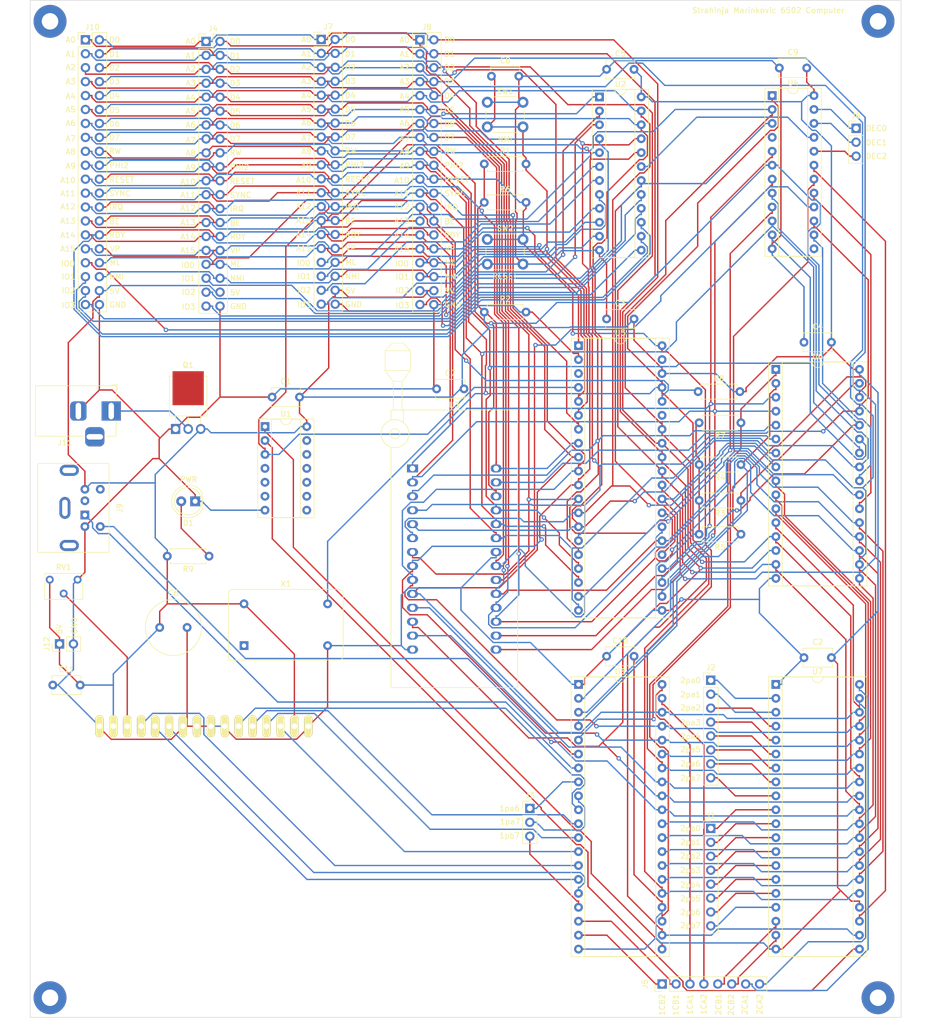
<source format=kicad_pcb>
(kicad_pcb (version 20211014) (generator pcbnew)
  (layers (0 "F.Cu" signal) (31 "B.Cu" signal) (34 "B.Paste" user) (35 "F.Paste" user) (36 "B.SilkS" user "B.Silkscreen") (37 "F.SilkS" user "F.Silkscreen") (38 "B.Mask" user) (39 "F.Mask" user) (44 "Edge.Cuts" user))
  (net 0 "")
  (net 1 "+5V")
  (net 2 "GND")
  (net 3 "NMI")
  (net 4 "Net-(D1-Pad2)")
  (net 5 "IO3")
  (net 6 "IO2")
  (net 7 "IO1")
  (net 8 "ML")
  (net 9 "IO0")
  (net 10 "VP")
  (net 11 "RDY")
  (net 12 "a14")
  (net 13 "BE")
  (net 14 "a13")
  (net 15 "IRQ")
  (net 16 "a12")
  (net 17 "SYNC")
  (net 18 "a11")
  (net 19 "RESET")
  (net 20 "a10")
  (net 21 "PHI2")
  (net 22 "a9")
  (net 23 "RW")
  (net 24 "a8")
  (net 25 "d7")
  (net 26 "a7")
  (net 27 "d6")
  (net 28 "a6")
  (net 29 "d5")
  (net 30 "a5")
  (net 31 "d4")
  (net 32 "a4")
  (net 33 "d3")
  (net 34 "a3")
  (net 35 "d2")
  (net 36 "a2")
  (net 37 "d1")
  (net 38 "a1")
  (net 39 "d0")
  (net 40 "a0")
  (net 41 "2pb7")
  (net 42 "2pb6")
  (net 43 "2pb5")
  (net 44 "2pb4")
  (net 45 "2pb3")
  (net 46 "2pb2")
  (net 47 "2pb1")
  (net 48 "2pb0")
  (net 49 "2pa7")
  (net 50 "2pa6")
  (net 51 "2pa5")
  (net 52 "2pa4")
  (net 53 "2pa3")
  (net 54 "2pa2")
  (net 55 "2pa1")
  (net 56 "2pa0")
  (net 57 "1pb7")
  (net 58 "1pa7")
  (net 59 "1pa6")
  (net 60 "IO7")
  (net 61 "IO6")
  (net 62 "IO5")
  (net 63 "decode2")
  (net 64 "decode1")
  (net 65 "decode0")
  (net 66 "2CA2")
  (net 67 "2CA1")
  (net 68 "2CB2")
  (net 69 "2CB1")
  (net 70 "1CA2")
  (net 71 "1CA1")
  (net 72 "1CB2")
  (net 73 "1CB1")
  (net 74 "IO4")
  (net 75 "IO11")
  (net 76 "IO10")
  (net 77 "1pa5")
  (net 78 "a15")
  (net 79 "1pa4")
  (net 80 "IO9")
  (net 81 "IO8")
  (net 83 "1pa0")
  (net 84 "1pa1")
  (net 85 "1pa2")
  (net 86 "1pa3")
  (net 87 "Net-(RV1-Pad2)")
  (net 88 "2VIA_IRQ")
  (net 89 "1VIA_IRQ")
  (net 90 "DEVICE_CS")
  (net 91 "RAM_CS")
  (net 92 "ROM_CS")
  (net 93 "WE")
  (net 94 "OE")
  (net 95 "VIA2_CS")
  (net 96 "VIA1_CS")
  (net 97 "1pb6")
  (net 98 "1pb5")
  (net 99 "1pb4")
  (net 100 "1pb3")
  (net 101 "1pb2")
  (net 102 "1pb1")
  (net 103 "1pb0")
  (net 105 "IO15")
  (net 107 "IO14")
  (net 110 "IO13")
  (net 111 "IO12")
  (net 112 "Net-(J11-Pad1)")
  (footprint "Connector_PinHeader_2.54mm:PinHeader_1x03_P2.54mm_Vertical" (layer "F.Cu") (at 219.5 224.475)
    (fp_text reference "J3")
    (fp_text value "Conn_01x03")
  )
  (footprint "Capacitor_THT:C_Radial_D10.0mm_H20.0mm_P5.00mm" (layer "F.Cu") (at 152 191.5)
    (fp_text reference "C6")
    (fp_text value "2200uF")
  )
  (footprint "Package_DIP:DIP-40_W15.24mm_Socket" (layer "F.Cu") (at 228.375 140.125)
    (fp_text reference "U5")
    (fp_text value "65C02S")
  )
  (footprint "Capacitor_THT:C_Disc_D5.1mm_W3.2mm_P5.00mm" (layer "F.Cu") (at 233.5 89.75)
    (fp_text reference "C5")
    (fp_text value "0.1uF")
  )
  (footprint "Package_DIP:DIP-24_W7.62mm_Socket" (layer "F.Cu") (at 232.2 94.775)
    (fp_text reference "U2")
    (fp_text value "74LS154")
  )
  (footprint "6502Computer:LCD-20x4" (layer "F.Cu") (at 180 237)
    (fp_text reference "U9")
    (fp_text value "NHD-0420H1Z")
  )
  (footprint "MountingHole:MountingHole_3mm_Pad" (layer "F.Cu") (at 132 259)
    (fp_text reference "REF**" hide)
    (fp_text value "MountingHole_3mm_Pad")
  )
  (footprint "Resistor_THT:R_Axial_DIN0207_L6.3mm_D2.5mm_P7.62mm_Horizontal" (layer "F.Cu") (at 258 154.18 180)
    (fp_text reference "R7")
    (fp_text value "1K")
  )
  (footprint "Resistor_THT:R_Axial_DIN0207_L6.3mm_D2.5mm_P7.62mm_Horizontal" (layer "F.Cu") (at 250.19 148.5)
    (fp_text reference "R8")
    (fp_text value "1K")
  )
  (footprint "Resistor_THT:R_Axial_DIN0207_L6.3mm_D2.5mm_P7.62mm_Horizontal" (layer "F.Cu") (at 211.19 134)
    (fp_text reference "R2")
    (fp_text value "1K")
  )
  (footprint "6502Computer:mini_din-6" (layer "F.Cu") (at 138.36 171 -90)
    (fp_text reference "J9")
    (fp_text value "Mini-DIN-6")
  )
  (footprint "Capacitor_THT:C_Disc_D5.1mm_W3.2mm_P5.00mm" (layer "F.Cu") (at 233.5 196.75)
    (fp_text reference "C10")
    (fp_text value "0.1uF")
  )
  (footprint "Oscillator:Oscillator_DIP-14" (layer "F.Cu") (at 167.38 194.81)
    (fp_text reference "X1")
    (fp_text value "ACO-4MHz")
  )
  (footprint "Connector_PinHeader_2.54mm:PinHeader_2x20_P2.54mm_Vertical" (layer "F.Cu") (at 138.46 84.375)
    (fp_text reference "J10")
    (fp_text value "Conn_02x20_Odd_Even")
  )
  (footprint "Connector_PinHeader_2.54mm:PinHeader_2x20_P2.54mm_Vertical" (layer "F.Cu") (at 199.46 84.375)
    (fp_text reference "J8")
    (fp_text value "Conn_02x20_Odd_Even")
  )
  (footprint "Capacitor_THT:C_Disc_D5.1mm_W3.2mm_P5.00mm" (layer "F.Cu") (at 212.5 91)
    (fp_text reference "C8")
    (fp_text value "0.1uF")
  )
  (footprint "Resistor_THT:R_Axial_DIN0207_L6.3mm_D2.5mm_P7.62mm_Horizontal" (layer "F.Cu") (at 211.19 114)
    (fp_text reference "R6")
    (fp_text value "1K")
  )
  (footprint "MountingHole:MountingHole_3mm_Pad" (layer "F.Cu") (at 132 81)
    (fp_text reference "REF**" hide)
    (fp_text value "MountingHole_3mm_Pad")
  )
  (footprint "Connector_PinHeader_2.54mm:PinHeader_1x02_P2.54mm_Vertical" (layer "F.Cu") (at 133.725 194.5 90)
    (fp_text reference "J12")
    (fp_text value "Conn_01x02")
  )
  (footprint "Package_DIP:DIP-24_W7.62mm_Socket" (layer "F.Cu") (at 263.7 94.525)
    (fp_text reference "U4")
    (fp_text value "ATF22V10C")
  )
  (footprint "Capacitor_THT:C_Disc_D5.1mm_W3.2mm_P5.00mm" (layer "F.Cu") (at 265 89.5)
    (fp_text reference "C9")
    (fp_text value "0.1uF")
  )
  (footprint "Package_DIP:DIP-14_W7.62mm_Socket" (layer "F.Cu") (at 171.2 154.875)
    (fp_text reference "U1")
    (fp_text value "74LS08")
  )
  (footprint "Capacitor_THT:C_Disc_D5.1mm_W3.2mm_P5.00mm" (layer "F.Cu") (at 202.5 148)
    (fp_text reference "C7")
    (fp_text value "0.1uF")
  )
  (footprint "Potentiometer_THT:Potentiometer_Bourns_3266W_Vertical" (layer "F.Cu") (at 137.025 182.775)
    (fp_text reference "RV1")
    (fp_text value "R_POT")
  )
  (footprint "MountingHole:MountingHole_3mm_Pad" (layer "F.Cu") (at 283 259)
    (fp_text reference "REF**" hide)
    (fp_text value "MountingHole_3mm_Pad")
  )
  (footprint "Resistor_THT:R_Axial_DIN0207_L6.3mm_D2.5mm_P7.62mm_Horizontal" (layer "F.Cu") (at 161 178.5 180)
    (fp_text reference "R9")
    (fp_text value "220Ω")
  )
  (footprint "Capacitor_THT:C_Disc_D5.1mm_W3.2mm_P5.00mm" (layer "F.Cu") (at 269.5 139.5)
    (fp_text reference "C4")
    (fp_text value "0.1uF")
  )
  (footprint "Connector_PinHeader_2.54mm:PinHeader_1x08_P2.54mm_Vertical" (layer "F.Cu") (at 252.5 201.125)
    (fp_text reference "J2")
    (fp_text value "Conn_01x08")
  )
  (footprint "Connector_PinHeader_2.54mm:PinHeader_1x08_P2.54mm_Vertical" (layer "F.Cu") (at 243.625 256.5 90)
    (fp_text reference "J5")
    (fp_text value "Conn_01x08")
  )
  (footprint "Package_DIP:DIP-40_W15.24mm_Socket" (layer "F.Cu") (at 264.375 201.875)
    (fp_text reference "U7")
    (fp_text value "6522")
  )
  (footprint "Capacitor_THT:C_Disc_D5.1mm_W3.2mm_P5.00mm" (layer "F.Cu") (at 269.5 197)
    (fp_text reference "C2")
    (fp_text value "0.1uF")
  )
  (footprint "Connector_PinHeader_2.54mm:PinHeader_2x20_P2.54mm_Vertical" (layer "F.Cu") (at 160.46 84.655)
    (fp_text reference "J4")
    (fp_text value "Conn_02x20_Odd_Even")
  )
  (footprint "Resistor_THT:R_Axial_DIN0207_L6.3mm_D2.5mm_P7.62mm_Horizontal" (layer "F.Cu") (at 258 161.8 180)
    (fp_text reference "R4")
    (fp_text value "1K")
  )
  (footprint "Connector_BarrelJack:BarrelJack_Horizontal" (layer "F.Cu") (at 143.16 152.0425)
    (fp_text reference "J11")
    (fp_text value "Jack-DC")
  )
  (footprint "Connector_PinHeader_2.54mm:PinHeader_1x03_P2.54mm_Vertical" (layer "F.Cu") (at 279 100.5)
    (fp_text reference "J6")
    (fp_text value "Conn_01x03")
  )
  (footprint "6502Computer:ZIF_Socket-28" (layer "F.Cu") (at 198.1075 162.51)
    (fp_text reference "U3")
    (fp_text value "28C256")
  )
  (footprint "Button_Switch_THT:SW_PUSH_6mm_H4.3mm" (layer "F.Cu") (at 211.75 95.75)
    (fp_text reference "SW1")
    (fp_text value "SW_Push")
  )
  (footprint "Capacitor_THT:C_Disc_D5.1mm_W3.2mm_P5.00mm" (layer "F.Cu") (at 172.5 149.5)
    (fp_text reference "C1")
    (fp_text value "0.1uF")
  )
  (footprint "Package_TO_SOT_THT:TO-251-3-1EP_Horizontal_TabDown" (layer "F.Cu") (at 154.9 155.315)
    (fp_text reference "Q1")
    (fp_text value "FQP47P06")
  )
  (footprint "Capacitor_THT:C_Disc_D5.1mm_W3.2mm_P5.00mm" (layer "F.Cu") (at 233.5 135.25)
    (fp_text reference "C3")
    (fp_text value "0.1uF")
  )
  (footprint "MountingHole:MountingHole_3mm_Pad" (layer "F.Cu") (at 283 81)
    (fp_text reference "REF**" hide)
    (fp_text value "MountingHole_3mm_Pad")
  )
  (footprint "Connector_PinHeader_2.54mm:PinHeader_2x20_P2.54mm_Vertical" (layer "F.Cu") (at 181.46 84.3)
    (fp_text reference "J7")
    (fp_text value "Conn_02x20_Odd_Even")
  )
  (footprint "Package_DIP:DIP-32_W15.24mm_Socket" (layer "F.Cu") (at 264.375 144.45)
    (fp_text reference "U6")
    (fp_text value "AS6C4008-55PCN")
  )
  (footprint "LED_THT:LED_D5.0mm_Clear" (layer "F.Cu") (at 158.465 168.5 180)
    (fp_text reference "D1")
    (fp_text value "LED")
  )
  (footprint "Resistor_THT:R_Axial_DIN0207_L6.3mm_D2.5mm_P7.62mm_Horizontal" (layer "F.Cu") (at 258 168.34 180)
    (fp_text reference "R3")
    (fp_text value "1K")
  )
  (footprint "Connector_PinHeader_2.54mm:PinHeader_1x08_P2.54mm_Vertical" (layer "F.Cu") (at 252.5 228.125)
    (fp_text reference "J1")
    (fp_text value "Conn_01x08")
  )
  (footprint "Package_DIP:DIP-40_W15.24mm_Socket" (layer "F.Cu") (at 228.375 201.875)
    (fp_text reference "U8")
    (fp_text value "6522")
  )
  (footprint "Resistor_THT:R_Axial_DIN0207_L6.3mm_D2.5mm_P7.62mm_Horizontal" (layer "F.Cu") (at 258 174.5 180)
    (fp_text reference "R5")
    (fp_text value "1K")
  )
  (footprint "Resistor_THT:R_Axial_DIN0207_L6.3mm_D2.5mm_P7.62mm_Horizontal" (layer "F.Cu") (at 211.19 107)
    (fp_text reference "R1")
    (fp_text value "10K")
  )
  (footprint "Button_Switch_THT:SW_PUSH_6mm_H4.3mm" (layer "F.Cu") (at 211.75 120.75)
    (fp_text reference "SW2")
    (fp_text value "SW_Push")
  )
  (footprint "Capacitor_THT:C_Disc_D5.1mm_W3.2mm_P5.00mm" (layer "F.Cu") (at 132.5 202)
    (fp_text reference "C11")
    (fp_text value "0.1uF")
  )
  (gr_rect (start 128.38 262.58) (end 287.2 77.16) (layer "Edge.Cuts") (width 0.1) (fill none))
  (gr_text "Strahinja Marinkovic 6502 Computer" (at 263 79) (layer "F.SilkS") (effects (font (size 1 1))))
  (segment (start 243.615 241.3897) (end 243.3337 241.3897) (width 0.25) (layer "F.Cu") (net 1))
  (segment (start 243.615 242.515) (end 243.615 241.3897) (width 0.25) (layer "F.Cu") (net 1))
  (segment (start 178.82 153.7497) (end 177.5 152.4297) (width 0.25) (layer "F.Cu") (net 1))
  (segment (start 178.82 154.875) (end 178.82 153.7497) (width 0.25) (layer "F.Cu") (net 1))
  (segment (start 210.0128 132.8228) (end 210.0128 115.1772) (width 0.25) (layer "F.Cu") (net 1))
  (segment (start 258.9353 148.5) (end 258.9353 147.7967) (width 0.25) (layer "F.Cu") (net 1))
  (segment (start 200.0014 131.2856) (end 186.4409 131.2856) (width 0.25) (layer "F.Cu") (net 1))
  (segment (start 141 130.095) (end 141 131.2703) (width 0.25) (layer "F.Cu") (net 1))
  (segment (start 186.4409 131.2856) (end 185.1753 130.02) (width 0.25) (layer "F.Cu") (net 1))
  (segment (start 200.8247 130.095) (end 200.8247 130.4623) (width 0.25) (layer "F.Cu") (net 1))
  (segment (start 213.3718 135.9558) (end 211.416 134) (width 0.25) (layer "F.Cu") (net 1))
  (segment (start 182.8247 144.1753) (end 182.8247 132.0032) (width 0.25) (layer "F.Cu") (net 1))
  (segment (start 135.3318 159.9967) (end 135.3318 139.5569) (width 0.25) (layer "F.Cu") (net 1))
  (segment (start 243.615 145.205) (end 243.615 144.0797) (width 0.25) (layer "F.Cu") (net 1))
  (segment (start 202 130.095) (end 200.8247 130.095) (width 0.25) (layer "F.Cu") (net 1))
  (segment (start 238.5 135.25) (end 238.5 139.1519) (width 0.25) (layer "F.Cu") (net 1))
  (segment (start 138.36 163.0249) (end 135.3318 159.9967) (width 0.25) (layer "F.Cu") (net 1))
  (segment (start 182.8247 132.0032) (end 183.6326 131.1953) (width 0.25) (layer "F.Cu") (net 1))
  (segment (start 213.3475 162.51) (end 213.3475 161.4647) (width 0.25) (layer "F.Cu") (net 1))
  (segment (start 177.5 152.4297) (end 177.5 149.5) (width 0.25) (layer "F.Cu") (net 1))
  (segment (start 133.725 194.5) (end 133.725 193.3247) (width 0.25) (layer "F.Cu") (net 1))
  (segment (start 270 92.0797) (end 270 89.5) (width 0.25) (layer "F.Cu") (net 1))
  (segment (start 279.615 242.515) (end 279.615 241.3897) (width 0.25) (layer "F.Cu") (net 1))
  (segment (start 138.36 166.3) (end 138.36 163.0249) (width 0.25) (layer "F.Cu") (net 1))
  (segment (start 264.375 250.135) (end 265.5003 250.135) (width 0.25) (layer "F.Cu") (net 1))
  (segment (start 258.9353 147.7967) (end 264.5869 142.1451) (width 0.25) (layer "F.Cu") (net 1))
  (segment (start 275.6201 198.1201) (end 275.6201 238.8899) (width 0.25) (layer "F.Cu") (net 1))
  (segment (start 272.8152 142.1451) (end 274.5 140.4603) (width 0.25) (layer "F.Cu") (net 1))
  (segment (start 131.945 191.5447) (end 131.945 182.775) (width 0.25) (layer "F.Cu") (net 1))
  (segment (start 139.8247 135.064) (end 139.8247 132.0782) (width 0.25) (layer "F.Cu") (net 1))
  (segment (start 211.416 134) (end 211.19 134) (width 0.25) (layer "F.Cu") (net 1))
  (segment (start 153.38 178.5) (end 153.38 179.6253) (width 0.25) (layer "F.Cu") (net 1))
  (segment (start 265.5003 250.135) (end 276.1828 239.4525) (width 0.25) (layer "F.Cu") (net 1))
  (segment (start 276.1828 239.4525) (end 278.1199 241.3897) (width 0.25) (layer "F.Cu") (net 1))
  (segment (start 243.3337 241.3897) (end 238.5 236.556) (width 0.25) (layer "F.Cu") (net 1))
  (segment (start 257.81 148.5) (end 258.9353 148.5) (width 0.25) (layer "F.Cu") (net 1))
  (segment (start 278.4897 144.45) (end 274.5 140.4603) (width 0.25) (layer "F.Cu") (net 1))
  (segment (start 213.3718 161.4404) (end 213.3718 135.9558) (width 0.25) (layer "F.Cu") (net 1))
  (segment (start 137.5 202) (end 133.725 198.225) (width 0.25) (layer "F.Cu") (net 1))
  (segment (start 271.32 93.3997) (end 270 92.0797) (width 0.25) (layer "F.Cu") (net 1))
  (segment (start 184 130.02) (end 185.1753 130.02) (width 0.25) (layer "F.Cu") (net 1))
  (segment (start 133.725 198.225) (end 133.725 194.5) (width 0.25) (layer "F.Cu") (net 1))
  (segment (start 140.6326 131.2703) (end 141 131.2703) (width 0.25) (layer "F.Cu") (net 1))
  (segment (start 238.5 139.1519) (end 243.4278 144.0797) (width 0.25) (layer "F.Cu") (net 1))
  (segment (start 139.8247 132.0782) (end 140.6326 131.2703) (width 0.25) (layer "F.Cu") (net 1))
  (segment (start 274.5 140.4603) (end 274.5 139.5) (width 0.25) (layer "F.Cu") (net 1))
  (segment (start 211.19 107) (end 211.19 114) (width 0.25) (layer "F.Cu") (net 1))
  (segment (start 167.38 187.19) (end 176.5608 196.3708) (width 0.25) (layer "F.Cu") (net 1))
  (segment (start 133.725 193.3247) (end 131.945 191.5447) (width 0.25) (layer "F.Cu") (net 1))
  (segment (start 184 130.02) (end 184 131.1953) (width 0.25) (layer "F.Cu") (net 1))
  (segment (start 183.6326 131.1953) (end 184 131.1953) (width 0.25) (layer "F.Cu") (net 1))
  (segment (start 153.38 187.19) (end 153.38 179.6253) (width 0.25) (layer "F.Cu") (net 1))
  (segment (start 238.5 236.556) (end 238.5 196.75) (width 0.25) (layer "F.Cu") (net 1))
  (segment (start 152 188.57) (end 153.38 187.19) (width 0.25) (layer "F.Cu") (net 1))
  (segment (start 152 191.5) (end 152 188.57) (width 0.25) (layer "F.Cu") (net 1))
  (segment (start 243.4278 144.0797) (end 243.615 144.0797) (width 0.25) (layer "F.Cu") (net 1))
  (segment (start 274.5 197) (end 275.6201 198.1201) (width 0.25) (layer "F.Cu") (net 1))
  (segment (start 271.32 94.525) (end 271.32 93.3997) (width 0.25) (layer "F.Cu") (net 1))
  (segment (start 213.3475 161.4647) (end 213.3718 161.4404) (width 0.25) (layer "F.Cu") (net 1))
  (segment (start 200.8247 130.4623) (end 200.0014 131.2856) (width 0.25) (layer "F.Cu") (net 1))
  (segment (start 153.38 187.19) (end 167.38 187.19) (width 0.25) (layer "F.Cu") (net 1))
  (segment (start 135.3318 139.5569) (end 139.8247 135.064) (width 0.25) (layer "F.Cu") (net 1))
  (segment (start 177.5 149.5) (end 182.8247 144.1753) (width 0.25) (layer "F.Cu") (net 1))
  (segment (start 275.6201 238.8899) (end 276.1828 239.4525) (width 0.25) (layer "F.Cu") (net 1))
  (segment (start 278.1199 241.3897) (end 279.615 241.3897) (width 0.25) (layer "F.Cu") (net 1))
  (segment (start 176.5608 196.3708) (end 176.5608 209.4994) (width 0.25) (layer "F.Cu") (net 1))
  (segment (start 264.5869 142.1451) (end 272.8152 142.1451) (width 0.25) (layer "F.Cu") (net 1))
  (segment (start 210.0128 115.1772) (end 211.19 114) (width 0.25) (layer "F.Cu") (net 1))
  (segment (start 211.19 134) (end 210.0128 132.8228) (width 0.25) (layer "F.Cu") (net 1))
  (segment (start 279.615 144.45) (end 278.4897 144.45) (width 0.25) (layer "F.Cu") (net 1))
  (segment (start 211.19 135.8542) (end 212.1547 136.8189) (width 0.25) (layer "B.Cu") (net 1))
  (segment (start 151.1853 175.18) (end 151.1853 165.1516) (width 0.25) (layer "B.Cu") (net 1))
  (segment (start 177.5 149.5) (end 205.3518 149.5) (width 0.25) (layer "B.Cu") (net 1))
  (segment (start 283.0023 148.6813) (end 283.0023 188.4977) (width 0.25) (layer "B.Cu") (net 1))
  (segment (start 137.5 202) (end 143.5408 202) (width 0.25) (layer "B.Cu") (net 1))
  (segment (start 161.3494 156.0003) (end 176.5694 156.0003) (width 0.25) (layer "B.Cu") (net 1))
  (segment (start 269.0694 95.6503) (end 241.8206 95.6503) (width 0.25) (layer "B.Cu") (net 1))
  (segment (start 228.375 157.905) (end 227.2497 157.905) (width 0.25) (layer "B.Cu") (net 1))
  (segment (start 227.2497 157.905) (end 222.6447 162.51) (width 0.25) (layer "B.Cu") (net 1))
  (segment (start 159.48 155.315) (end 160.6641 155.315) (width 0.25) (layer "B.Cu") (net 1))
  (segment (start 162.2722 130.375) (end 163 130.375) (width 0.25) (layer "B.Cu") (net 1))
  (segment (start 243.4367 249.0097) (end 242.4897 248.0627) (width 0.25) (layer "B.Cu") (net 1))
  (segment (start 142.1753 130.095) (end 143.1007 129.1696) (width 0.25) (layer "B.Cu") (net 1))
  (segment (start 239.82 91.07) (end 238.5 89.75) (width 0.25) (layer "B.Cu") (net 1))
  (segment (start 143.1007 129.1696) (end 161.0668 129.1696) (width 0.25) (layer "B.Cu") (net 1))
  (segment (start 151.1853 163.6097) (end 159.48 155.315) (width 0.25) (layer "B.Cu") (net 1))
  (segment (start 239.82 94.775) (end 240.9453 94.775) (width 0.25) (layer "B.Cu") (net 1))
  (segment (start 279.615 144.45) (end 279.615 145.5753) (width 0.25) (layer "B.Cu") (net 1))
  (segment (start 283.0023 188.4977) (end 274.5 197) (width 0.25) (layer "B.Cu") (net 1))
  (segment (start 211.19 134) (end 211.19 135.8542) (width 0.25) (layer "B.Cu") (net 1))
  (segment (start 237.0277 136.7223) (end 226.8468 136.7223) (width 0.25) (layer "B.Cu") (net 1))
  (segment (start 239.82 94.775) (end 239.82 91.07) (width 0.25) (layer "B.Cu") (net 1))
  (segment (start 274.5 103.7059) (end 271.6691 100.875) (width 0.25) (layer "B.Cu") (net 1))
  (segment (start 279.615 145.5753) (end 279.8963 145.5753) (width 0.25) (layer "B.Cu") (net 1))
  (segment (start 264.375 250.135) (end 263.2497 250.135) (width 0.25) (layer "B.Cu") (net 1))
  (segment (start 226.7502 136.8189) (end 212.1547 136.8189) (width 0.25) (layer "B.Cu") (net 1))
  (segment (start 176.5694 156.0003) (end 177.6947 154.875) (width 0.25) (layer "B.Cu") (net 1))
  (segment (start 243.615 145.205) (end 253.3897 145.205) (width 0.25) (layer "B.Cu") (net 1))
  (segment (start 153.38 178.5) (end 153.38 177.3747) (width 0.25) (layer "B.Cu") (net 1))
  (segment (start 242.4897 248.0627) (end 240.4174 250.135) (width 0.25) (layer "B.Cu") (net 1))
  (segment (start 143.5408 199.9592) (end 143.5408 202) (width 0.25) (layer "B.Cu") (net 1))
  (segment (start 241.8206 95.6503) (end 240.9453 94.775) (width 0.25) (layer "B.Cu") (net 1))
  (segment (start 207.1759 147.6759) (end 207.5 148) (width 0.25) (layer "B.Cu") (net 1))
  (segment (start 262.1244 249.0097) (end 243.4367 249.0097) (width 0.25) (layer "B.Cu") (net 1))
  (segment (start 152 191.5) (end 143.5408 199.9592) (width 0.25) (layer "B.Cu") (net 1))
  (segment (start 243.3336 243.6403) (end 243.615 243.6403) (width 0.25) (layer "B.Cu") (net 1))
  (segment (start 279.8963 145.5753) (end 283.0023 148.6813) (width 0.25) (layer "B.Cu") (net 1))
  (segment (start 243.615 242.515) (end 243.615 243.6403) (width 0.25) (layer "B.Cu") (net 1))
  (segment (start 270.9981 100.875) (end 269.0694 98.9463) (width 0.25) (layer "B.Cu") (net 1))
  (segment (start 207.1759 141.7977) (end 207.1759 147.6759) (width 0.25) (layer "B.Cu") (net 1))
  (segment (start 226.8468 136.7223) (end 226.7502 136.8189) (width 0.25) (layer "B.Cu") (net 1))
  (segment (start 160.6641 155.315) (end 161.3494 156.0003) (width 0.25) (layer "B.Cu") (net 1))
  (segment (start 138.36 166.3) (end 139.5084 165.1516) (width 0.25) (layer "B.Cu") (net 1))
  (segment (start 212.1547 136.8189) (end 207.1759 141.7977) (width 0.25) (layer "B.Cu") (net 1))
  (segment (start 271.32 94.525) (end 270.1947 94.525) (width 0.25) (layer "B.Cu") (net 1))
  (segment (start 238.5 135.25) (end 237.0277 136.7223) (width 0.25) (layer "B.Cu") (net 1))
  (segment (start 178.82 154.875) (end 177.6947 154.875) (width 0.25) (layer "B.Cu") (net 1))
  (segment (start 242.4897 248.0627) (end 242.4897 244.4842) (width 0.25) (layer "B.Cu") (net 1))
  (segment (start 240.4174 250.135) (end 228.375 250.135) (width 0.25) (layer "B.Cu") (net 1))
  (segment (start 271.6691 100.875) (end 270.9981 100.875) (width 0.25) (layer "B.Cu") (net 1))
  (segment (start 242.4897 244.4842) (end 243.3336 243.6403) (width 0.25) (layer "B.Cu") (net 1))
  (segment (start 274.5 139.5) (end 274.5 103.7059) (width 0.25) (layer "B.Cu") (net 1))
  (segment (start 153.38 177.3747) (end 151.1853 175.18) (width 0.25) (layer "B.Cu") (net 1))
  (segment (start 269.0694 95.6503) (end 270.1947 94.525) (width 0.25) (layer "B.Cu") (net 1))
  (segment (start 151.1853 165.1516) (end 151.1853 163.6097) (width 0.25) (layer "B.Cu") (net 1))
  (segment (start 143.5408 202) (end 143.5408 209.4994) (width 0.25) (layer "B.Cu") (net 1))
  (segment (start 141 130.095) (end 142.1753 130.095) (width 0.25) (layer "B.Cu") (net 1))
  (segment (start 139.5084 165.1516) (end 151.1853 165.1516) (width 0.25) (layer "B.Cu") (net 1))
  (segment (start 253.3897 145.205) (end 256.6847 148.5) (width 0.25) (layer "B.Cu") (net 1))
  (segment (start 205.3518 149.5) (end 207.1759 147.6759) (width 0.25) (layer "B.Cu") (net 1))
  (segment (start 257.81 148.5) (end 256.6847 148.5) (width 0.25) (layer "B.Cu") (net 1))
  (segment (start 263.2497 250.135) (end 262.1244 249.0097) (width 0.25) (layer "B.Cu") (net 1))
  (segment (start 269.0694 98.9463) (end 269.0694 95.6503) (width 0.25) (layer "B.Cu") (net 1))
  (segment (start 161.0668 129.1696) (end 162.2722 130.375) (width 0.25) (layer "B.Cu") (net 1))
  (segment (start 222.6447 162.51) (end 213.3475 162.51) (width 0.25) (layer "B.Cu") (net 1))
  (segment (start 250.38 154.18) (end 249.8174 154.18) (width 0.25) (layer "F.Cu") (net 2))
  (segment (start 138.36 181.44) (end 138.36 173.1) (width 0.25) (layer "F.Cu") (net 2))
  (segment (start 141.0008 209.7359) (end 141.0008 209.4994) (width 0.25) (layer "F.Cu") (net 2))
  (segment (start 172.5 149.5) (end 163 149.5) (width 0.25) (layer "F.Cu") (net 2))
  (segment (start 243.615 188.385) (end 245.1607 188.385) (width 0.25) (layer "F.Cu") (net 2))
  (segment (start 233.5 135.25) (end 233.5 125.1403) (width 0.25) (layer "F.Cu") (net 2))
  (segment (start 156.2408 209.4994) (end 156.2408 209.7414) (width 0.25) (layer "F.Cu") (net 2))
  (segment (start 265 89.5) (end 265.2929 89.7929) (width 0.25) (layer "F.Cu") (net 2))
  (segment (start 249.8174 154.18) (end 249.8174 160.1121) (width 0.25) (layer "F.Cu") (net 2))
  (segment (start 143.3129 148.2025) (end 141 148.2025) (width 0.25) (layer "F.Cu") (net 2))
  (segment (start 232.2 122.715) (end 232.2 123.8403) (width 0.25) (layer "F.Cu") (net 2))
  (segment (start 250.38 168.34) (end 250.38 167.2147) (width 0.25) (layer "F.Cu") (net 2))
  (segment (start 202 132.635) (end 202 133.8103) (width 0.25) (layer "F.Cu") (net 2))
  (segment (start 158.465 167.2747) (end 151.9005 160.7102) (width 0.25) (layer "F.Cu") (net 2))
  (segment (start 250.38 161.8) (end 250.38 160.6747) (width 0.25) (layer "F.Cu") (net 2))
  (segment (start 182.62 205.9802) (end 182.62 194.81) (width 0.25) (layer "F.Cu") (net 2))
  (segment (start 249.8174 160.1121) (end 250.38 160.6747) (width 0.25) (layer "F.Cu") (net 2))
  (segment (start 151.9005 160.7102) (end 151.9005 157.1305) (width 0.25) (layer "F.Cu") (net 2))
  (segment (start 265.2929 120.0281) (end 263.9813 121.3397) (width 0.25) (layer "F.Cu") (net 2))
  (segment (start 263.9813 121.3397) (end 263.7 121.3397) (width 0.25) (layer "F.Cu") (net 2))
  (segment (start 157.031 153.184) (end 159.316 153.184) (width 0.25) (layer "F.Cu") (net 2))
  (segment (start 157 209.4994) (end 157 191.5) (width 0.25) (layer "F.Cu") (net 2))
  (segment (start 217.1608 117.0701) (end 217.1608 116.0187) (width 0.25) (layer "F.Cu") (net 2))
  (segment (start 216.8938 97.1062) (end 218.25 95.75) (width 0.25) (layer "F.Cu") (net 2))
  (segment (start 217.1608 116.0187) (end 216.8938 115.7517) (width 0.25) (layer "F.Cu") (net 2))
  (segment (start 143.1512 211.8863) (end 141.0008 209.7359) (width 0.25) (layer "F.Cu") (net 2))
  (segment (start 156.2408 209.7414) (end 154.0959 211.8863) (width 0.25) (layer "F.Cu") (net 2))
  (segment (start 150.7498 160.7102) (end 138.36 173.1) (width 0.25) (layer "F.Cu") (net 2))
  (segment (start 233.5 125.1403) (end 232.2 123.8403) (width 0.25) (layer "F.Cu") (net 2))
  (segment (start 151.9005 157.1305) (end 152.0707 156.9603) (width 0.25) (layer "F.Cu") (net 2))
  (segment (start 154.9 155.315) (end 153.716 155.315) (width 0.25) (layer "F.Cu") (net 2))
  (segment (start 245.1607 188.385) (end 247.1624 186.3833) (width 0.25) (layer "F.Cu") (net 2))
  (segment (start 154.9 155.315) (end 157.031 153.184) (width 0.25) (layer "F.Cu") (net 2))
  (segment (start 179.1008 209.7345) (end 179.1008 209.4994) (width 0.25) (layer "F.Cu") (net 2))
  (segment (start 141 148.2025) (end 137.16 152.0425) (width 0.25) (layer "F.Cu") (net 2))
  (segment (start 151.9005 160.7102) (end 150.7498 160.7102) (width 0.25) (layer "F.Cu") (net 2))
  (segment (start 218.25 95.75) (end 217.5 95) (width 0.25) (layer "F.Cu") (net 2))
  (segment (start 176.9679 211.8674) (end 179.1008 209.7345) (width 0.25) (layer "F.Cu") (net 2))
  (segment (start 165.9429 211.8674) (end 176.9679 211.8674) (width 0.25) (layer "F.Cu") (net 2))
  (segment (start 250.38 174.5) (end 250.38 173.3747) (width 0.25) (layer "F.Cu") (net 2))
  (segment (start 179.1008 209.4994) (end 182.62 205.9802) (width 0.25) (layer "F.Cu") (net 2))
  (segment (start 202 133.8103) (end 186.4256 133.8103) (width 0.25) (layer "F.Cu") (net 2))
  (segment (start 216.8938 123.8938) (end 216.8938 117.3371) (width 0.25) (layer "F.Cu") (net 2))
  (segment (start 152.0707 156.9603) (end 153.716 155.315) (width 0.25) (layer "F.Cu") (net 2))
  (segment (start 152.0707 156.9603) (end 143.3129 148.2025) (width 0.25) (layer "F.Cu") (net 2))
  (segment (start 154.0959 211.8863) (end 143.1512 211.8863) (width 0.25) (layer "F.Cu") (net 2))
  (segment (start 186.4256 133.8103) (end 185.1753 132.56) (width 0.25) (layer "F.Cu") (net 2))
  (segment (start 216.8938 117.3371) (end 217.1608 117.0701) (width 0.25) (layer "F.Cu") (net 2))
  (segment (start 217.5 95) (end 217.5 91) (width 0.25) (layer "F.Cu") (net 2))
  (segment (start 158.465 168.5) (end 158.465 167.2747) (width 0.25) (layer "F.Cu") (net 2))
  (segment (start 263.7 122.465) (end 263.7 121.3397) (width 0.25) (layer "F.Cu") (net 2))
  (segment (start 161.3208 209.4994) (end 158.7808 209.4994) (width 0.25) (layer "F.Cu") (net 2))
  (segment (start 141 132.635) (end 141 148.2025) (width 0.25) (layer "F.Cu") (net 2))
  (segment (start 163 149.5) (end 163 132.915) (width 0.25) (layer "F.Cu") (net 2))
  (segment (start 202 147.5) (end 202.5 148) (width 0.25) (layer "F.Cu") (net 2))
  (segment (start 265.2929 89.7929) (end 265.2929 120.0281) (width 0.25) (layer "F.Cu") (net 2))
  (segment (start 250.38 168.34) (end 250.38 173.3747) (width 0.25) (layer "F.Cu") (net 2))
  (segment (start 218.25 125.25) (end 216.8938 123.8938) (width 0.25) (layer "F.Cu") (net 2))
  (segment (start 216.8938 115.7517) (end 216.8938 97.1062) (width 0.25) (layer "F.Cu") (net 2))
  (segment (start 250.38 161.8) (end 250.38 162.9253) (width 0.25) (layer "F.Cu") (net 2))
  (segment (start 157 209.4994) (end 156.2408 209.4994) (width 0.25) (layer "F.Cu") (net 2))
  (segment (start 228.375 201.875) (end 229.5003 201.875) (width 0.25) (layer "F.Cu") (net 2))
  (segment (start 202 133.8103) (end 202 147.5) (width 0.25) (layer "F.Cu") (net 2))
  (segment (start 158.7808 209.4994) (end 157 209.4994) (width 0.25) (layer "F.Cu") (net 2))
  (segment (start 163.8608 209.7853) (end 165.9429 211.8674) (width 0.25) (layer "F.Cu") (net 2))
  (segment (start 229.5003 200.7497) (end 233.5 196.75) (width 0.25) (layer "F.Cu") (net 2))
  (segment (start 159.316 153.184) (end 163 149.5) (width 0.25) (layer "F.Cu") (net 2))
  (segment (start 250.38 162.9253) (end 250.38 167.2147) (width 0.25) (layer "F.Cu") (net 2))
  (segment (start 163.8608 209.4994) (end 163.8608 209.7853) (width 0.25) (layer "F.Cu") (net 2))
  (segment (start 137.025 182.775) (end 138.36 181.44) (width 0.25) (layer "F.Cu") (net 2))
  (segment (start 184 132.56) (end 185.1753 132.56) (width 0.25) (layer "F.Cu") (net 2))
  (segment (start 229.5003 201.875) (end 229.5003 200.7497) (width 0.25) (layer "F.Cu") (net 2))
  (via (at 247.1624 186.3833) (size 0.8) (drill 0.4) (layers "F.Cu" "B.Cu") (net 2))
  (segment (start 244.3505 179.495) (end 249.2547 174.5908) (width 0.25) (layer "B.Cu") (net 2))
  (segment (start 210.5603 125.25) (end 211.75 125.25) (width 0.25) (layer "B.Cu") (net 2))
  (segment (start 230.9769 122.8128) (end 225.267 122.8128) (width 0.25) (layer "B.Cu") (net 2))
  (segment (start 213.3475 177.75) (end 213.3475 178.7953) (width 0.25) (layer "B.Cu") (net 2))
  (segment (start 231.0747 122.715) (end 230.9769 122.8128) (width 0.25) (layer "B.Cu") (net 2))
  (segment (start 261.3735 188.8735) (end 261.3735 186.3833) (width 0.25) (layer "B.Cu") (net 2))
  (segment (start 182.62 194.81) (end 196.0622 194.81) (width 0.25) (layer "B.Cu") (net 2))
  (segment (start 161.3053 170.115) (end 171.2 170.115) (width 0.25) (layer "B.Cu") (net 2))
  (segment (start 159.6903 168.5) (end 161.3053 170.115) (width 0.25) (layer "B.Cu") (net 2))
  (segment (start 235.0874 88.1626) (end 263.6626 88.1626) (width 0.25) (layer "B.Cu") (net 2))
  (segment (start 198.1075 195.53) (end 196.7822 195.53) (width 0.25) (layer "B.Cu") (net 2))
  (segment (start 232.2 122.715) (end 231.0747 122.715) (width 0.25) (layer "B.Cu") (net 2))
  (segment (start 225.267 122.8128) (end 222.8298 125.25) (width 0.25) (layer "B.Cu") (net 2))
  (segment (start 136.265 194.5) (end 136.265 199.1668) (width 0.25) (layer "B.Cu") (net 2))
  (segment (start 264.375 201.875) (end 265.5003 201.875) (width 0.25) (layer "B.Cu") (net 2))
  (segment (start 133.4666 201.9652) (end 133.4318 202) (width 0.25) (layer "B.Cu") (net 2))
  (segment (start 263.6626 88.1626) (end 265 89.5) (width 0.25) (layer "B.Cu") (net 2))
  (segment (start 222.8298 125.25) (end 218.25 125.25) (width 0.25) (layer "B.Cu") (net 2))
  (segment (start 263.7 122.465) (end 263.7 123.5903) (width 0.25) (layer "B.Cu") (net 2))
  (segment (start 158.465 168.5) (end 159.6903 168.5) (width 0.25) (layer "B.Cu") (net 2))
  (segment (start 232.25 91) (end 233.5 89.75) (width 0.25) (layer "B.Cu") (net 2))
  (segment (start 242.4897 180.2977) (end 243.2924 179.495) (width 0.25) (layer "B.Cu") (net 2))
  (segment (start 261.3735 186.3833) (end 261.3735 184.4262) (width 0.25) (layer "B.Cu") (net 2))
  (segment (start 206.9402 184.2977) (end 197.3521 184.2977) (width 0.25) (layer "B.Cu") (net 2))
  (segment (start 249.2547 174.5908) (end 249.2547 174.5) (width 0.25) (layer "B.Cu") (net 2))
  (segment (start 163.8608 209.4994) (end 161.3208 209.4994) (width 0.25) (layer "B.Cu") (net 2))
  (segment (start 133.4666 201.9652) (end 141.0008 209.4994) (width 0.25) (layer "B.Cu") (net 2))
  (segment (start 247.1624 186.3833) (end 261.3735 186.3833) (width 0.25) (layer "B.Cu") (net 2))
  (segment (start 136.265 183.535) (end 137.025 182.775) (width 0.25) (layer "B.Cu") (net 2))
  (segment (start 196.0622 194.81) (end 196.7822 195.53) (width 0.25) (layer "B.Cu") (net 2))
  (segment (start 136.265 194.5) (end 136.265 183.535) (width 0.25) (layer "B.Cu") (net 2))
  (segment (start 243.615 188.385) (end 242.4897 188.385) (width 0.25) (layer "B.Cu") (net 2))
  (segment (start 217.5 91) (end 232.25 91) (width 0.25) (layer "B.Cu") (net 2))
  (segment (start 212.8343 194.2366) (end 206.9402 188.3425) (width 0.25) (layer "B.Cu") (net 2))
  (segment (start 136.265 199.1668) (end 133.4666 201.9652) (width 0.25) (layer "B.Cu") (net 2))
  (segment (start 233.5 89.75) (end 235.0874 88.1626) (width 0.25) (layer "B.Cu") (net 2))
  (segment (start 133.4318 202) (end 132.5 202) (width 0.25) (layer "B.Cu") (net 2))
  (segment (start 206.9402 184.2977) (end 212.4426 178.7953) (width 0.25) (layer "B.Cu") (net 2))
  (segment (start 172.5 149.5) (end 174 148) (width 0.25) (layer "B.Cu") (net 2))
  (segment (start 202 132.635) (end 203.1753 132.635) (width 0.25) (layer "B.Cu") (net 2))
  (segment (start 228.375 201.875) (end 227.2497 201.875) (width 0.25) (layer "B.Cu") (net 2))
  (segment (start 206.9402 188.3425) (end 206.9402 184.2977) (width 0.25) (layer "B.Cu") (net 2))
  (segment (start 242.4897 188.385) (end 241.865 188.385) (width 0.25) (layer "B.Cu") (net 2))
  (segment (start 263.7 123.5903) (end 269.5 129.3903) (width 0.25) (layer "B.Cu") (net 2))
  (segment (start 261.3735 184.4262) (end 263.2497 182.55) (width 0.25) (layer "B.Cu") (net 2))
  (segment (start 269.5 197) (end 261.3735 188.8735) (width 0.25) (layer "B.Cu") (net 2))
  (segment (start 203.1753 132.635) (end 210.5603 125.25) (width 0.25) (layer "B.Cu") (net 2))
  (segment (start 241.865 188.385) (end 233.5 196.75) (width 0.25) (layer "B.Cu") (net 2))
  (segment (start 269.5 129.3903) (end 269.5 139.5) (width 0.25) (layer "B.Cu") (net 2))
  (segment (start 269.5 197) (end 265.5003 200.9997) (width 0.25) (layer "B.Cu") (net 2))
  (segment (start 250.38 174.5) (end 249.2547 174.5) (width 0.25) (layer "B.Cu") (net 2))
  (segment (start 265.5003 200.9997) (end 265.5003 201.875) (width 0.25) (layer "B.Cu") (net 2))
  (segment (start 196.0622 185.5876) (end 196.0622 194.81) (width 0.25) (layer "B.Cu") (net 2))
  (segment (start 227.2497 201.875) (end 219.6113 194.2366) (width 0.25) (layer "B.Cu") (net 2))
  (segment (start 197.3521 184.2977) (end 196.0622 185.5876) (width 0.25) (layer "B.Cu") (net 2))
  (segment (start 264.375 182.55) (end 263.2497 182.55) (width 0.25) (layer "B.Cu") (net 2))
  (segment (start 242.4897 188.385) (end 242.4897 180.2977) (width 0.25) (layer "B.Cu") (net 2))
  (segment (start 211.75 125.25) (end 218.25 125.25) (width 0.25) (layer "B.Cu") (net 2))
  (segment (start 174 148) (end 202.5 148) (width 0.25) (layer "B.Cu") (net 2))
  (segment (start 243.2924 179.495) (end 244.3505 179.495) (width 0.25) (layer "B.Cu") (net 2))
  (segment (start 219.6113 194.2366) (end 212.8343 194.2366) (width 0.25) (layer "B.Cu") (net 2))
  (segment (start 212.4426 178.7953) (end 213.3475 178.7953) (width 0.25) (layer "B.Cu") (net 2))
  (segment (start 211.75 95.75) (end 218.25 95.75) (width 0.25) (layer "B.Cu") (net 2))
  (segment (start 200.8247 127.1877) (end 199.9968 126.3598) (width 0.25) (layer "F.Cu") (net 3))
  (segment (start 229.9826 150.3734) (end 228.6563 151.6997) (width 0.25) (layer "F.Cu") (net 3))
  (segment (start 211.75 100.25) (end 213.0912 98.9088) (width 0.25) (layer "F.Cu") (net 3))
  (segment (start 200.8247 127.555) (end 200.8247 127.1877) (width 0.25) (layer "F.Cu") (net 3))
  (segment (start 228.375 152.825) (end 228.375 151.6997) (width 0.25) (layer "F.Cu") (net 3))
  (segment (start 218.81 106.7186) (end 218.81 107) (width 0.25) (layer "F.Cu") (net 3))
  (segment (start 184 127.48) (end 185.1753 127.48) (width 0.25) (layer "F.Cu") (net 3))
  (segment (start 229.3772 129.899) (end 229.3772 138.1433) (width 0.25) (layer "F.Cu") (net 3))
  (segment (start 222.6291 111.9444) (end 222.6291 122.514) (width 0.25) (layer "F.Cu") (net 3))
  (segment (start 213.0912 91.5912) (end 212.5 91) (width 0.25) (layer "F.Cu") (net 3))
  (segment (start 218.81 105.8747) (end 218.25 105.3147) (width 0.25) (layer "F.Cu") (net 3))
  (segment (start 218.81 108.1253) (end 222.6291 111.9444) (width 0.25) (layer "F.Cu") (net 3))
  (segment (start 213.0912 98.9088) (end 213.0912 91.5912) (width 0.25) (layer "F.Cu") (net 3))
  (segment (start 222.6291 123.1509) (end 229.3772 129.899) (width 0.25) (layer "F.Cu") (net 3))
  (segment (start 222.6291 122.514) (end 222.6291 123.1509) (width 0.25) (layer "F.Cu") (net 3))
  (segment (start 186.2955 126.3598) (end 185.1753 127.48) (width 0.25) (layer "F.Cu") (net 3))
  (segment (start 202 127.555) (end 200.8247 127.555) (width 0.25) (layer "F.Cu") (net 3))
  (segment (start 229.9826 138.7487) (end 229.9826 150.3734) (width 0.25) (layer "F.Cu") (net 3))
  (segment (start 228.6563 151.6997) (end 228.375 151.6997) (width 0.25) (layer "F.Cu") (net 3))
  (segment (start 218.81 107) (end 218.81 108.1253) (width 0.25) (layer "F.Cu") (net 3))
  (segment (start 218.25 105.3147) (end 218.25 100.25) (width 0.25) (layer "F.Cu") (net 3))
  (segment (start 199.9968 126.3598) (end 186.2955 126.3598) (width 0.25) (layer "F.Cu") (net 3))
  (segment (start 218.81 106.7186) (end 218.81 105.8747) (width 0.25) (layer "F.Cu") (net 3))
  (segment (start 229.3772 138.1433) (end 229.9826 138.7487) (width 0.25) (layer "F.Cu") (net 3))
  (via (at 222.6291 122.514) (size 0.8) (drill 0.4) (layers "F.Cu" "B.Cu") (net 3))
  (segment (start 202 127.555) (end 205.612 127.555) (width 0.25) (layer "B.Cu") (net 3))
  (segment (start 163 127.835) (end 164.1753 127.835) (width 0.25) (layer "B.Cu") (net 3))
  (segment (start 205.612 127.555) (end 210.1738 122.9932) (width 0.25) (layer "B.Cu") (net 3))
  (segment (start 163 127.835) (end 161.8247 127.835) (width 0.25) (layer "B.Cu") (net 3))
  (segment (start 184 127.48) (end 182.817 128.663) (width 0.25) (layer "B.Cu") (net 3))
  (segment (start 161.8247 127.4676) (end 161.8247 127.835) (width 0.25) (layer "B.Cu") (net 3))
  (segment (start 210.1738 122.9932) (end 222.1499 122.9932) (width 0.25) (layer "B.Cu") (net 3))
  (segment (start 165.0033 128.663) (end 164.1753 127.835) (width 0.25) (layer "B.Cu") (net 3))
  (segment (start 142.1753 127.555) (end 143.0706 126.6597) (width 0.25) (layer "B.Cu") (net 3))
  (segment (start 211.75 100.25) (end 218.25 100.25) (width 0.25) (layer "B.Cu") (net 3))
  (segment (start 161.0168 126.6597) (end 161.8247 127.4676) (width 0.25) (layer "B.Cu") (net 3))
  (segment (start 182.817 128.663) (end 165.0033 128.663) (width 0.25) (layer "B.Cu") (net 3))
  (segment (start 222.1499 122.9932) (end 222.6291 122.514) (width 0.25) (layer "B.Cu") (net 3))
  (segment (start 141 127.555) (end 142.1753 127.555) (width 0.25) (layer "B.Cu") (net 3))
  (segment (start 143.0706 126.6597) (end 161.0168 126.6597) (width 0.25) (layer "B.Cu") (net 3))
  (segment (start 155.925 168.5) (end 155.925 173.425) (width 0.25) (layer "F.Cu") (net 4))
  (segment (start 155.925 173.425) (end 161 178.5) (width 0.25) (layer "F.Cu") (net 4))
  (segment (start 163.069 134.716) (end 203.005 134.716) (width 0.25) (layer "B.Cu") (net 5))
  (segment (start 203.005 134.716) (end 209.891 127.83) (width 0.25) (layer "B.Cu") (net 5))
  (segment (start 209.891 127.83) (end 228.7031 127.83) (width 0.25) (layer "B.Cu") (net 5))
  (segment (start 233.7831 122.75) (end 233.7831 104.8221) (width 0.25) (layer "B.Cu") (net 5))
  (segment (start 233.7831 104.8221) (end 232.4813 103.5203) (width 0.25) (layer "B.Cu") (net 5))
  (segment (start 228.7031 127.83) (end 233.7831 122.75) (width 0.25) (layer "B.Cu") (net 5))
  (segment (start 161.6353 132.915) (end 161.6353 133.2823) (width 0.25) (layer "B.Cu") (net 5))
  (segment (start 232.4813 103.5203) (end 232.2 103.5203) (width 0.25) (layer "B.Cu") (net 5))
  (segment (start 232.2 102.395) (end 232.2 103.5203) (width 0.25) (layer "B.Cu") (net 5))
  (segment (start 160.46 132.915) (end 161.6353 132.915) (width 0.25) (layer "B.Cu") (net 5))
  (segment (start 161.6353 133.2823) (end 163.069 134.716) (width 0.25) (layer "B.Cu") (net 5))
  (segment (start 227.7668 103.1629) (end 227.7668 123.9268) (width 0.25) (layer "F.Cu") (net 6))
  (segment (start 232.2 99.855) (end 231.0747 99.855) (width 0.25) (layer "F.Cu") (net 6))
  (segment (start 231.0747 99.855) (end 227.7668 103.1629) (width 0.25) (layer "F.Cu") (net 6))
  (via (at 227.7668 123.9268) (size 0.8) (drill 0.4) (layers "F.Cu" "B.Cu") (net 6))
  (segment (start 161.6353 130.375) (end 161.6353 130.7424) (width 0.25) (layer "B.Cu") (net 6))
  (segment (start 180.3495 134.2657) (end 202.8184 134.2657) (width 0.25) (layer "B.Cu") (net 6))
  (segment (start 224.5569 127.1367) (end 227.7668 123.9268) (width 0.25) (layer "B.Cu") (net 6))
  (segment (start 177.6341 131.5503) (end 180.3495 134.2657) (width 0.25) (layer "B.Cu") (net 6))
  (segment (start 209.9474 127.1367) (end 224.5569 127.1367) (width 0.25) (layer "B.Cu") (net 6))
  (segment (start 161.6353 130.7424) (end 162.4432 131.5503) (width 0.25) (layer "B.Cu") (net 6))
  (segment (start 160.46 130.375) (end 161.6353 130.375) (width 0.25) (layer "B.Cu") (net 6))
  (segment (start 162.4432 131.5503) (end 177.6341 131.5503) (width 0.25) (layer "B.Cu") (net 6))
  (segment (start 202.8184 134.2657) (end 209.9474 127.1367) (width 0.25) (layer "B.Cu") (net 6))
  (segment (start 225.5674 104.6376) (end 225.5674 123.5381) (width 0.25) (layer "F.Cu") (net 7))
  (segment (start 231.7647 98.4403) (end 225.5674 104.6376) (width 0.25) (layer "F.Cu") (net 7))
  (segment (start 232.2 97.315) (end 232.2 98.4403) (width 0.25) (layer "F.Cu") (net 7))
  (segment (start 232.2 98.4403) (end 231.7647 98.4403) (width 0.25) (layer "F.Cu") (net 7))
  (via (at 225.5674 123.5381) (size 0.8) (drill 0.4) (layers "F.Cu" "B.Cu") (net 7))
  (segment (start 160.46 127.835) (end 161.7385 129.1135) (width 0.25) (layer "B.Cu") (net 7))
  (segment (start 180.7611 133.8154) (end 202.6318 133.8154) (width 0.25) (layer "B.Cu") (net 7))
  (segment (start 222.4192 126.6863) (end 225.5674 123.5381) (width 0.25) (layer "B.Cu") (net 7))
  (segment (start 176.0592 129.1135) (end 180.7611 133.8154) (width 0.25) (layer "B.Cu") (net 7))
  (segment (start 202.6318 133.8154) (end 209.7609 126.6863) (width 0.25) (layer "B.Cu") (net 7))
  (segment (start 161.7385 129.1135) (end 176.0592 129.1135) (width 0.25) (layer "B.Cu") (net 7))
  (segment (start 209.7609 126.6863) (end 222.4192 126.6863) (width 0.25) (layer "B.Cu") (net 7))
  (segment (start 229.5003 148.3158) (end 229.5003 138.9033) (width 0.25) (layer "F.Cu") (net 8))
  (segment (start 202 125.015) (end 200.8247 125.015) (width 0.25) (layer "F.Cu") (net 8))
  (segment (start 186.2756 123.8397) (end 200.0168 123.8397) (width 0.25) (layer "F.Cu") (net 8))
  (segment (start 228.375 149.1597) (end 228.6564 149.1597) (width 0.25) (layer "F.Cu") (net 8))
  (segment (start 228.6564 149.1597) (end 229.5003 148.3158) (width 0.25) (layer "F.Cu") (net 8))
  (segment (start 221.2424 122.5592) (end 221.2424 121.8163) (width 0.25) (layer "F.Cu") (net 8))
  (segment (start 229.5003 138.9033) (end 228.8254 138.2284) (width 0.25) (layer "F.Cu") (net 8))
  (segment (start 200.8247 124.6476) (end 200.8247 125.015) (width 0.25) (layer "F.Cu") (net 8))
  (segment (start 185.1753 124.94) (end 186.2756 123.8397) (width 0.25) (layer "F.Cu") (net 8))
  (segment (start 228.375 150.285) (end 228.375 149.1597) (width 0.25) (layer "F.Cu") (net 8))
  (segment (start 200.0168 123.8397) (end 200.8247 124.6476) (width 0.25) (layer "F.Cu") (net 8))
  (segment (start 184 124.94) (end 185.1753 124.94) (width 0.25) (layer "F.Cu") (net 8))
  (segment (start 228.8254 130.1422) (end 221.2424 122.5592) (width 0.25) (layer "F.Cu") (net 8))
  (segment (start 228.8254 138.2284) (end 228.8254 130.1422) (width 0.25) (layer "F.Cu") (net 8))
  (via (at 221.2424 121.8163) (size 0.8) (drill 0.4) (layers "F.Cu" "B.Cu") (net 8))
  (segment (start 161.8247 125.295) (end 161.8247 124.9277) (width 0.25) (layer "B.Cu") (net 8))
  (segment (start 163 125.295) (end 164.1753 125.295) (width 0.25) (layer "B.Cu") (net 8))
  (segment (start 163 125.295) (end 161.8247 125.295) (width 0.25) (layer "B.Cu") (net 8))
  (segment (start 141 125.015) (end 142.1753 125.015) (width 0.25) (layer "B.Cu") (net 8))
  (segment (start 143.0895 124.1008) (end 142.1753 125.015) (width 0.25) (layer "B.Cu") (net 8))
  (segment (start 161.8247 124.9277) (end 160.9978 124.1008) (width 0.25) (layer "B.Cu") (net 8))
  (segment (start 165.0017 126.1214) (end 164.1753 125.295) (width 0.25) (layer "B.Cu") (net 8))
  (segment (start 160.9978 124.1008) (end 143.0895 124.1008) (width 0.25) (layer "B.Cu") (net 8))
  (segment (start 205.885 125.015) (end 208.8076 122.0924) (width 0.25) (layer "B.Cu") (net 8))
  (segment (start 208.8076 122.0924) (end 220.9663 122.0924) (width 0.25) (layer "B.Cu") (net 8))
  (segment (start 202 125.015) (end 205.885 125.015) (width 0.25) (layer "B.Cu") (net 8))
  (segment (start 220.9663 122.0924) (end 221.2424 121.8163) (width 0.25) (layer "B.Cu") (net 8))
  (segment (start 184 124.94) (end 182.8186 126.1214) (width 0.25) (layer "B.Cu") (net 8))
  (segment (start 182.8186 126.1214) (end 165.0017 126.1214) (width 0.25) (layer "B.Cu") (net 8))
  (segment (start 168.2265 124.1197) (end 178.8362 113.51) (width 0.25) (layer "F.Cu") (net 9))
  (segment (start 161.6353 125.295) (end 161.6353 124.9276) (width 0.25) (layer "F.Cu") (net 9))
  (segment (start 161.6353 124.9276) (end 162.4432 124.1197) (width 0.25) (layer "F.Cu") (net 9))
  (segment (start 203.2465 98.345) (end 203.7491 97.8424) (width 0.25) (layer "F.Cu") (net 9))
  (segment (start 200.8246 99.0641) (end 201.5437 98.345) (width 0.25) (layer "F.Cu") (net 9))
  (segment (start 185.2311 113.51) (end 197.9507 100.7904) (width 0.25) (layer "F.Cu") (net 9))
  (segment (start 162.4432 124.1197) (end 168.2265 124.1197) (width 0.25) (layer "F.Cu") (net 9))
  (segment (start 199.9861 100.7904) (end 200.8246 99.9519) (width 0.25) (layer "F.Cu") (net 9))
  (segment (start 200.8246 99.9519) (end 200.8246 99.0641) (width 0.25) (layer "F.Cu") (net 9))
  (segment (start 160.46 125.295) (end 161.6353 125.295) (width 0.25) (layer "F.Cu") (net 9))
  (segment (start 201.5437 98.345) (end 203.2465 98.345) (width 0.25) (layer "F.Cu") (net 9))
  (segment (start 197.9507 100.7904) (end 199.9861 100.7904) (width 0.25) (layer "F.Cu") (net 9))
  (segment (start 178.8362 113.51) (end 185.2311 113.51) (width 0.25) (layer "F.Cu") (net 9))
  (via (at 203.7491 97.8424) (size 0.8) (drill 0.4) (layers "F.Cu" "B.Cu") (net 9))
  (segment (start 232.2 94.775) (end 231.0747 94.775) (width 0.25) (layer "B.Cu") (net 9))
  (segment (start 203.7491 97.8424) (end 228.0073 97.8424) (width 0.25) (layer "B.Cu") (net 9))
  (segment (start 228.0073 97.8424) (end 231.0747 94.775) (width 0.25) (layer "B.Cu") (net 9))
  (segment (start 143.6307 123.9304) (end 142.1753 122.475) (width 0.25) (layer "F.Cu") (net 10))
  (segment (start 200.8247 122.1615) (end 200.8247 122.475) (width 0.25) (layer "F.Cu") (net 10))
  (segment (start 228.375 130.9655) (end 228.375 138.9997) (width 0.25) (layer "F.Cu") (net 10))
  (segment (start 185.1753 122.4) (end 186.305 121.2703) (width 0.25) (layer "F.Cu") (net 10))
  (segment (start 141 122.475) (end 142.1753 122.475) (width 0.25) (layer "F.Cu") (net 10))
  (segment (start 219.036 118.6763) (end 220.4163 120.0566) (width 0.25) (layer "F.Cu") (net 10))
  (segment (start 161.8247 123.1223) (end 161.0166 123.9304) (width 0.25) (layer "F.Cu") (net 10))
  (segment (start 220.4163 120.0566) (end 220.4163 123.0068) (width 0.25) (layer "F.Cu") (net 10))
  (segment (start 202 122.475) (end 200.8247 122.475) (width 0.25) (layer "F.Cu") (net 10))
  (segment (start 228.375 140.125) (end 228.375 138.9997) (width 0.25) (layer "F.Cu") (net 10))
  (segment (start 163 122.755) (end 161.8247 122.755) (width 0.25) (layer "F.Cu") (net 10))
  (segment (start 184 122.4) (end 185.1753 122.4) (width 0.25) (layer "F.Cu") (net 10))
  (segment (start 161.8247 122.755) (end 161.8247 123.1223) (width 0.25) (layer "F.Cu") (net 10))
  (segment (start 199.9335 121.2703) (end 200.8247 122.1615) (width 0.25) (layer "F.Cu") (net 10))
  (segment (start 220.4163 123.0068) (end 228.375 130.9655) (width 0.25) (layer "F.Cu") (net 10))
  (segment (start 186.305 121.2703) (end 199.9335 121.2703) (width 0.25) (layer "F.Cu") (net 10))
  (segment (start 161.0166 123.9304) (end 143.6307 123.9304) (width 0.25) (layer "F.Cu") (net 10))
  (via (at 219.036 118.6763) (size 0.8) (drill 0.4) (layers "F.Cu" "B.Cu") (net 10))
  (segment (start 165.0064 121.9239) (end 164.1753 122.755) (width 0.25) (layer "B.Cu") (net 10))
  (segment (start 180.2738 121.9239) (end 165.0064 121.9239) (width 0.25) (layer "B.Cu") (net 10))
  (segment (start 207.1512 122.475) (end 210.9499 118.6763) (width 0.25) (layer "B.Cu") (net 10))
  (segment (start 202 122.475) (end 207.1512 122.475) (width 0.25) (layer "B.Cu") (net 10))
  (segment (start 163 122.755) (end 164.1753 122.755) (width 0.25) (layer "B.Cu") (net 10))
  (segment (start 182.0123 121.2203) (end 180.9774 121.2203) (width 0.25) (layer "B.Cu") (net 10))
  (segment (start 180.9774 121.2203) (end 180.2738 121.9239) (width 0.25) (layer "B.Cu") (net 10))
  (segment (start 184 122.4) (end 182.8247 122.4) (width 0.25) (layer "B.Cu") (net 10))
  (segment (start 182.8247 122.0327) (end 182.0123 121.2203) (width 0.25) (layer "B.Cu") (net 10))
  (segment (start 182.8247 122.4) (end 182.8247 122.0327) (width 0.25) (layer "B.Cu") (net 10))
  (segment (start 210.9499 118.6763) (end 219.036 118.6763) (width 0.25) (layer "B.Cu") (net 10))
  (segment (start 218.81 134) (end 219.9353 134) (width 0.25) (layer "F.Cu") (net 11))
  (segment (start 184 119.86) (end 185.1753 119.86) (width 0.25) (layer "F.Cu") (net 11))
  (segment (start 186.9124 118.7597) (end 200.0168 118.7597) (width 0.25) (layer "F.Cu") (net 11))
  (segment (start 160.9978 119.0208) (end 143.0895 119.0208) (width 0.25) (layer "F.Cu") (net 11))
  (segment (start 185.1753 119.86) (end 185.8121 119.86) (width 0.25) (layer "F.Cu") (net 11))
  (segment (start 161.8247 120.215) (end 161.8247 119.8477) (width 0.25) (layer "F.Cu") (net 11))
  (segment (start 163 120.215) (end 161.8247 120.215) (width 0.25) (layer "F.Cu") (net 11))
  (segment (start 161.8247 119.8477) (end 160.9978 119.0208) (width 0.25) (layer "F.Cu") (net 11))
  (segment (start 185.8121 119.86) (end 186.9124 118.7597) (width 0.25) (layer "F.Cu") (net 11))
  (segment (start 228.375 142.665) (end 228.375 141.5397) (width 0.25) (layer "F.Cu") (net 11))
  (segment (start 200.8247 119.5676) (end 200.8247 119.935) (width 0.25) (layer "F.Cu") (net 11))
  (segment (start 219.9353 134) (end 227.475 141.5397) (width 0.25) (layer "F.Cu") (net 11))
  (segment (start 141 119.935) (end 142.1753 119.935) (width 0.25) (layer "F.Cu") (net 11))
  (segment (start 143.0895 119.0208) (end 142.1753 119.935) (width 0.25) (layer "F.Cu") (net 11))
  (segment (start 202 119.935) (end 200.8247 119.935) (width 0.25) (layer "F.Cu") (net 11))
  (segment (start 227.475 141.5397) (end 228.375 141.5397) (width 0.25) (layer "F.Cu") (net 11))
  (segment (start 200.0168 118.7597) (end 200.8247 119.5676) (width 0.25) (layer "F.Cu") (net 11))
  (segment (start 139.0168 121.1103) (end 138.082 121.1103) (width 0.25) (layer "B.Cu") (net 11))
  (segment (start 182.0123 118.6803) (end 180.9774 118.6803) (width 0.25) (layer "B.Cu") (net 11))
  (segment (start 136.3701 133.4863) (end 141.3593 138.4755) (width 0.25) (layer "B.Cu") (net 11))
  (segment (start 182.8247 119.86) (end 182.8247 119.4927) (width 0.25) (layer "B.Cu") (net 11))
  (segment (start 210.2341 132.8183) (end 216.503 132.8183) (width 0.25) (layer "B.Cu") (net 11))
  (segment (start 139.8247 119.935) (end 139.8247 120.3024) (width 0.25) (layer "B.Cu") (net 11))
  (segment (start 136.3701 122.8222) (end 136.3701 133.4863) (width 0.25) (layer "B.Cu") (net 11))
  (segment (start 184 119.86) (end 182.8247 119.86) (width 0.25) (layer "B.Cu") (net 11))
  (segment (start 218.81 134) (end 217.6847 134) (width 0.25) (layer "B.Cu") (net 11))
  (segment (start 141 119.935) (end 139.8247 119.935) (width 0.25) (layer "B.Cu") (net 11))
  (segment (start 180.9774 118.6803) (end 180.2738 119.3839) (width 0.25) (layer "B.Cu") (net 11))
  (segment (start 204.5769 138.4755) (end 210.2341 132.8183) (width 0.25) (layer "B.Cu") (net 11))
  (segment (start 182.8247 119.4927) (end 182.0123 118.6803) (width 0.25) (layer "B.Cu") (net 11))
  (segment (start 180.2738 119.3839) (end 165.0064 119.3839) (width 0.25) (layer "B.Cu") (net 11))
  (segment (start 138.082 121.1103) (end 136.3701 122.8222) (width 0.25) (layer "B.Cu") (net 11))
  (segment (start 139.8247 120.3024) (end 139.0168 121.1103) (width 0.25) (layer "B.Cu") (net 11))
  (segment (start 165.0064 119.3839) (end 164.1753 120.215) (width 0.25) (layer "B.Cu") (net 11))
  (segment (start 216.503 132.8183) (end 217.6847 134) (width 0.25) (layer "B.Cu") (net 11))
  (segment (start 141.3593 138.4755) (end 204.5769 138.4755) (width 0.25) (layer "B.Cu") (net 11))
  (segment (start 163 120.215) (end 164.1753 120.215) (width 0.25) (layer "B.Cu") (net 11))
  (segment (start 182.6353 119.86) (end 182.6353 120.2274) (width 0.25) (layer "F.Cu") (net 12))
  (segment (start 183.4432 121.0353) (end 185.4204 121.0353) (width 0.25) (layer "F.Cu") (net 12))
  (segment (start 204.9721 154.6001) (end 198.1075 161.4647) (width 0.25) (layer "F.Cu") (net 12))
  (segment (start 138.46 119.935) (end 139.6353 119.935) (width 0.25) (layer "F.Cu") (net 12))
  (segment (start 199.46 119.935) (end 200.73 121.205) (width 0.25) (layer "F.Cu") (net 12))
  (segment (start 198.1075 162.51) (end 198.1075 161.4647) (width 0.25) (layer "F.Cu") (net 12))
  (segment (start 185.4204 121.0353) (end 186.5207 119.935) (width 0.25) (layer "F.Cu") (net 12))
  (segment (start 199.46 119.935) (end 198.2847 119.935) (width 0.25) (layer "F.Cu") (net 12))
  (segment (start 252.2896 150.9581) (end 252.2896 172.9715) (width 0.25) (layer "F.Cu") (net 12))
  (segment (start 186.5207 119.935) (end 198.2847 119.935) (width 0.25) (layer "F.Cu") (net 12))
  (segment (start 160.46 120.215) (end 159.2847 120.215) (width 0.25) (layer "F.Cu") (net 12))
  (segment (start 263.4187 105.8103) (end 252.5123 116.7167) (width 0.25) (layer "F.Cu") (net 12))
  (segment (start 263.7 105.8103) (end 263.4187 105.8103) (width 0.25) (layer "F.Cu") (net 12))
  (segment (start 202.4005 121.205) (end 204.9721 123.7766) (width 0.25) (layer "F.Cu") (net 12))
  (segment (start 181.46 119.86) (end 182.6353 119.86) (width 0.25) (layer "F.Cu") (net 12))
  (segment (start 200.73 121.205) (end 202.4005 121.205) (width 0.25) (layer "F.Cu") (net 12))
  (segment (start 140.4432 121.1103) (end 139.6353 120.3024) (width 0.25) (layer "F.Cu") (net 12))
  (segment (start 204.9721 123.7766) (end 204.9721 154.6001) (width 0.25) (layer "F.Cu") (net 12))
  (segment (start 158.3894 121.1103) (end 140.4432 121.1103) (width 0.25) (layer "F.Cu") (net 12))
  (segment (start 139.6353 120.3024) (end 139.6353 119.935) (width 0.25) (layer "F.Cu") (net 12))
  (segment (start 252.5123 150.7354) (end 252.2896 150.9581) (width 0.25) (layer "F.Cu") (net 12))
  (segment (start 263.7 104.685) (end 263.7 105.8103) (width 0.25) (layer "F.Cu") (net 12))
  (segment (start 252.5123 116.7167) (end 252.5123 150.7354) (width 0.25) (layer "F.Cu") (net 12))
  (segment (start 159.2847 120.215) (end 158.3894 121.1103) (width 0.25) (layer "F.Cu") (net 12))
  (segment (start 182.6353 120.2274) (end 183.4432 121.0353) (width 0.25) (layer "F.Cu") (net 12))
  (via (at 252.5123 150.7354) (size 0.8) (drill 0.4) (layers "F.Cu" "B.Cu") (net 12))
  (via (at 252.2896 172.9715) (size 0.8) (drill 0.4) (layers "F.Cu" "B.Cu") (net 12))
  (segment (start 243.615 180.765) (end 244.7403 180.765) (width 0.25) (layer "B.Cu") (net 12))
  (segment (start 251.7238 173.5373) (end 251.7238 174.7994) (width 0.25) (layer "B.Cu") (net 12))
  (segment (start 181.46 119.86) (end 180.2847 119.86) (width 0.25) (layer "B.Cu") (net 12))
  (segment (start 198.1075 161.4647) (end 208.0172 151.555) (width 0.25) (layer "B.Cu") (net 12))
  (segment (start 161.6353 120.5824) (end 161.6353 120.215) (width 0.25) (layer "B.Cu") (net 12))
  (segment (start 198.1075 162.51) (end 198.1075 161.4647) (width 0.25) (layer "B.Cu") (net 12))
  (segment (start 262.0443 150.7354) (end 252.5123 150.7354) (width 0.25) (layer "B.Cu") (net 12))
  (segment (start 252.2896 172.9715) (end 251.7238 173.5373) (width 0.25) (layer "B.Cu") (net 12))
  (segment (start 250.656 175.8672) (end 249.6381 175.8672) (width 0.25) (layer "B.Cu") (net 12))
  (segment (start 162.4432 121.3903) (end 161.6353 120.5824) (width 0.25) (layer "B.Cu") (net 12))
  (segment (start 208.0172 151.555) (end 251.6927 151.555) (width 0.25) (layer "B.Cu") (net 12))
  (segment (start 263.2497 149.53) (end 262.0443 150.7354) (width 0.25) (layer "B.Cu") (net 12))
  (segment (start 264.375 149.53) (end 263.2497 149.53) (width 0.25) (layer "B.Cu") (net 12))
  (segment (start 251.6927 151.555) (end 252.5123 150.7354) (width 0.25) (layer "B.Cu") (net 12))
  (segment (start 178.7544 121.3903) (end 162.4432 121.3903) (width 0.25) (layer "B.Cu") (net 12))
  (segment (start 160.46 120.215) (end 161.6353 120.215) (width 0.25) (layer "B.Cu") (net 12))
  (segment (start 249.6381 175.8672) (end 244.7403 180.765) (width 0.25) (layer "B.Cu") (net 12))
  (segment (start 180.2847 119.86) (end 178.7544 121.3903) (width 0.25) (layer "B.Cu") (net 12))
  (segment (start 251.7238 174.7994) (end 250.656 175.8672) (width 0.25) (layer "B.Cu") (net 12))
  (segment (start 184 117.32) (end 185.1753 117.32) (width 0.25) (layer "F.Cu") (net 13))
  (segment (start 141 117.395) (end 142.1753 117.395) (width 0.25) (layer "F.Cu") (net 13))
  (segment (start 205.8729 121.2679) (end 205.8729 140.8243) (width 0.25) (layer "F.Cu") (net 13))
  (segment (start 185.1753 117.32) (end 188.8223 113.673) (width 0.25) (layer "F.Cu") (net 13))
  (segment (start 161.8247 117.3077) (end 160.9989 116.4819) (width 0.25) (layer "F.Cu") (net 13))
  (segment (start 143.0884 116.4819) (end 142.1753 117.395) (width 0.25) (layer "F.Cu") (net 13))
  (segment (start 202 117.395) (end 202 116.2197) (width 0.25) (layer "F.Cu") (net 13))
  (segment (start 188.8223 113.673) (end 200.0062 113.673) (width 0.25) (layer "F.Cu") (net 13))
  (segment (start 161.8247 117.675) (end 161.8247 117.3077) (width 0.25) (layer "F.Cu") (net 13))
  (segment (start 200.8247 114.4915) (end 200.8247 115.4118) (width 0.25) (layer "F.Cu") (net 13))
  (segment (start 200.0062 113.673) (end 200.8247 114.4915) (width 0.25) (layer "F.Cu") (net 13))
  (segment (start 205.8729 140.8243) (end 207.9012 142.8526) (width 0.25) (layer "F.Cu") (net 13))
  (segment (start 160.9989 116.4819) (end 143.0884 116.4819) (width 0.25) (layer "F.Cu") (net 13))
  (segment (start 201.6326 116.2197) (end 202 116.2197) (width 0.25) (layer "F.Cu") (net 13))
  (segment (start 200.8247 115.4118) (end 201.6326 116.2197) (width 0.25) (layer "F.Cu") (net 13))
  (segment (start 202 117.395) (end 205.8729 121.2679) (width 0.25) (layer "F.Cu") (net 13))
  (segment (start 163 117.675) (end 161.8247 117.675) (width 0.25) (layer "F.Cu") (net 13))
  (via (at 207.9012 142.8526) (size 0.8) (drill 0.4) (layers "F.Cu" "B.Cu") (net 13))
  (segment (start 250.19 148.5) (end 249.9318 148.2418) (width 0.25) (layer "B.Cu") (net 13))
  (segment (start 182.8247 117.32) (end 182.8247 116.9527) (width 0.25) (layer "B.Cu") (net 13))
  (segment (start 182.8247 116.9527) (end 182.0154 116.1434) (width 0.25) (layer "B.Cu") (net 13))
  (segment (start 182.0154 116.1434) (end 180.9743 116.1434) (width 0.25) (layer "B.Cu") (net 13))
  (segment (start 249.9318 148.2418) (end 244.7403 148.2418) (width 0.25) (layer "B.Cu") (net 13))
  (segment (start 243.969 146.475) (end 244.7403 147.2463) (width 0.25) (layer "B.Cu") (net 13))
  (segment (start 243.8224 149.1597) (end 243.615 149.1597) (width 0.25) (layer "B.Cu") (net 13))
  (segment (start 244.7403 148.2418) (end 243.8224 149.1597) (width 0.25) (layer "B.Cu") (net 13))
  (segment (start 165.0064 116.8439) (end 164.1753 117.675) (width 0.25) (layer "B.Cu") (net 13))
  (segment (start 180.2738 116.8439) (end 165.0064 116.8439) (width 0.25) (layer "B.Cu") (net 13))
  (segment (start 163 117.675) (end 164.1753 117.675) (width 0.25) (layer "B.Cu") (net 13))
  (segment (start 211.5236 146.475) (end 243.969 146.475) (width 0.25) (layer "B.Cu") (net 13))
  (segment (start 184 117.32) (end 182.8247 117.32) (width 0.25) (layer "B.Cu") (net 13))
  (segment (start 243.615 150.285) (end 243.615 149.1597) (width 0.25) (layer "B.Cu") (net 13))
  (segment (start 180.9743 116.1434) (end 180.2738 116.8439) (width 0.25) (layer "B.Cu") (net 13))
  (segment (start 207.9012 142.8526) (end 211.5236 146.475) (width 0.25) (layer "B.Cu") (net 13))
  (segment (start 244.7403 147.2463) (end 244.7403 148.2418) (width 0.25) (layer "B.Cu") (net 13))
  (segment (start 139.6353 117.7624) (end 139.6353 117.395) (width 0.25) (layer "F.Cu") (net 14))
  (segment (start 269.5997 163.5) (end 264.0403 163.5) (width 0.25) (layer "F.Cu") (net 14))
  (segment (start 212.9215 136.5315) (end 212.4328 136.0428) (width 0.25) (layer "F.Cu") (net 14))
  (segment (start 212.0213 165.5125) (end 212.0213 152.2382) (width 0.25) (layer "F.Cu") (net 14))
  (segment (start 186.2217 118.4953) (end 187.322 117.395) (width 0.25) (layer "F.Cu") (net 14))
  (segment (start 181.46 117.32) (end 182.6353 117.32) (width 0.25) (layer "F.Cu") (net 14))
  (segment (start 213.3475 167.59) (end 213.3475 166.5447) (width 0.25) (layer "F.Cu") (net 14))
  (segment (start 212.4328 136.0428) (end 211.6113 136.0428) (width 0.25) (layer "F.Cu") (net 14))
  (segment (start 158.3894 118.5703) (end 140.4432 118.5703) (width 0.25) (layer "F.Cu") (net 14))
  (segment (start 181.46 117.32) (end 181.46 117.8513) (width 0.25) (layer "F.Cu") (net 14))
  (segment (start 138.46 117.395) (end 139.6353 117.395) (width 0.25) (layer "F.Cu") (net 14))
  (segment (start 197.1804 103.4998) (end 184.5355 116.1447) (width 0.25) (layer "F.Cu") (net 14))
  (segment (start 181.46 118.3827) (end 181.5726 118.4953) (width 0.25) (layer "F.Cu") (net 14))
  (segment (start 213.0535 166.5447) (end 212.0213 165.5125) (width 0.25) (layer "F.Cu") (net 14))
  (segment (start 278.4897 154.61) (end 269.5997 163.5) (width 0.25) (layer "F.Cu") (net 14))
  (segment (start 264.0403 163.5) (end 259.6662 167.8741) (width 0.25) (layer "F.Cu") (net 14))
  (segment (start 160.46 117.675) (end 159.2847 117.675) (width 0.25) (layer "F.Cu") (net 14))
  (segment (start 212.9215 151.338) (end 212.9215 136.5315) (width 0.25) (layer "F.Cu") (net 14))
  (segment (start 140.4432 118.5703) (end 139.6353 117.7624) (width 0.25) (layer "F.Cu") (net 14))
  (segment (start 181.5726 118.4953) (end 186.2217 118.4953) (width 0.25) (layer "F.Cu") (net 14))
  (segment (start 184.5355 116.1447) (end 183.4432 116.1447) (width 0.25) (layer "F.Cu") (net 14))
  (segment (start 209.5106 133.9421) (end 209.5106 110.5282) (width 0.25) (layer "F.Cu") (net 14))
  (segment (start 212.0213 152.2382) (end 212.9215 151.338) (width 0.25) (layer "F.Cu") (net 14))
  (segment (start 183.4432 116.1447) (end 182.6353 116.9526) (width 0.25) (layer "F.Cu") (net 14))
  (segment (start 209.5106 110.5282) (end 202.4822 103.4998) (width 0.25) (layer "F.Cu") (net 14))
  (segment (start 213.3475 166.5447) (end 213.0535 166.5447) (width 0.25) (layer "F.Cu") (net 14))
  (segment (start 182.6353 116.9526) (end 182.6353 117.32) (width 0.25) (layer "F.Cu") (net 14))
  (segment (start 257.79 170.1475) (end 257.2604 170.1475) (width 0.25) (layer "F.Cu") (net 14))
  (segment (start 279.615 154.61) (end 278.4897 154.61) (width 0.25) (layer "F.Cu") (net 14))
  (segment (start 259.6662 168.2713) (end 257.79 170.1475) (width 0.25) (layer "F.Cu") (net 14))
  (segment (start 187.322 117.395) (end 199.46 117.395) (width 0.25) (layer "F.Cu") (net 14))
  (segment (start 181.46 117.8513) (end 181.46 118.3827) (width 0.25) (layer "F.Cu") (net 14))
  (segment (start 211.6113 136.0428) (end 209.5106 133.9421) (width 0.25) (layer "F.Cu") (net 14))
  (segment (start 159.2847 117.675) (end 158.3894 118.5703) (width 0.25) (layer "F.Cu") (net 14))
  (segment (start 259.6662 167.8741) (end 259.6662 168.2713) (width 0.25) (layer "F.Cu") (net 14))
  (segment (start 202.4822 103.4998) (end 197.1804 103.4998) (width 0.25) (layer "F.Cu") (net 14))
  (via (at 212.4328 136.0428) (size 0.8) (drill 0.4) (layers "F.Cu" "B.Cu") (net 14))
  (via (at 257.2604 170.1475) (size 0.8) (drill 0.4) (layers "F.Cu" "B.Cu") (net 14))
  (segment (start 271.6987 118.655) (end 272.4878 117.8659) (width 0.25) (layer "B.Cu") (net 14))
  (segment (start 180.2847 117.32) (end 178.7544 118.8503) (width 0.25) (layer "B.Cu") (net 14))
  (segment (start 272.4878 114.3482) (end 271.7146 113.575) (width 0.25) (layer "B.Cu") (net 14))
  (segment (start 249.8572 176.3175) (end 243.995 182.1797) (width 0.25) (layer "B.Cu") (net 14))
  (segment (start 181.46 117.32) (end 180.2847 117.32) (width 0.25) (layer "B.Cu") (net 14))
  (segment (start 256.4292 170.1475) (end 252.1741 174.4026) (width 0.25) (layer "B.Cu") (net 14))
  (segment (start 224.4422 132.2525) (end 220.6519 136.0428) (width 0.25) (layer "B.Cu") (net 14))
  (segment (start 162.4432 118.8503) (end 161.6353 118.0424) (width 0.25) (layer "B.Cu") (net 14))
  (segment (start 243.615 183.305) (end 243.615 182.1797) (width 0.25) (layer "B.Cu") (net 14))
  (segment (start 272.4878 117.8659) (end 272.4878 114.3482) (width 0.25) (layer "B.Cu") (net 14))
  (segment (start 270.1752 119.4317) (end 270.9519 118.655) (width 0.25) (layer "B.Cu") (net 14))
  (segment (start 220.6519 136.0428) (end 212.4328 136.0428) (width 0.25) (layer "B.Cu") (net 14))
  (segment (start 263.7 107.225) (end 264.8253 107.225) (width 0.25) (layer "B.Cu") (net 14))
  (segment (start 262.5747 107.225) (end 237.5472 132.2525) (width 0.25) (layer "B.Cu") (net 14))
  (segment (start 257.2604 170.1475) (end 256.4292 170.1475) (width 0.25) (layer "B.Cu") (net 14))
  (segment (start 270.9519 118.655) (end 271.6987 118.655) (width 0.25) (layer "B.Cu") (net 14))
  (segment (start 264.8253 107.5063) (end 264.8253 107.225) (width 0.25) (layer "B.Cu") (net 14))
  (segment (start 263.7 107.225) (end 262.5747 107.225) (width 0.25) (layer "B.Cu") (net 14))
  (segment (start 271.7146 113.575) (end 270.894 113.575) (width 0.25) (layer "B.Cu") (net 14))
  (segment (start 243.995 182.1797) (end 243.615 182.1797) (width 0.25) (layer "B.Cu") (net 14))
  (segment (start 252.1741 174.4026) (end 252.1741 174.986) (width 0.25) (layer "B.Cu") (net 14))
  (segment (start 272.2201 147.2151) (end 272.2201 125.4411) (width 0.25) (layer "B.Cu") (net 14))
  (segment (start 279.615 154.61) (end 272.2201 147.2151) (width 0.25) (layer "B.Cu") (net 14))
  (segment (start 252.1741 174.986) (end 250.8426 176.3175) (width 0.25) (layer "B.Cu") (net 14))
  (segment (start 178.7544 118.8503) (end 162.4432 118.8503) (width 0.25) (layer "B.Cu") (net 14))
  (segment (start 160.46 117.675) (end 161.6353 117.675) (width 0.25) (layer "B.Cu") (net 14))
  (segment (start 237.5472 132.2525) (end 224.4422 132.2525) (width 0.25) (layer "B.Cu") (net 14))
  (segment (start 250.8426 176.3175) (end 249.8572 176.3175) (width 0.25) (layer "B.Cu") (net 14))
  (segment (start 270.1752 123.3962) (end 270.1752 119.4317) (width 0.25) (layer "B.Cu") (net 14))
  (segment (start 270.894 113.575) (end 264.8253 107.5063) (width 0.25) (layer "B.Cu") (net 14))
  (segment (start 272.2201 125.4411) (end 270.1752 123.3962) (width 0.25) (layer "B.Cu") (net 14))
  (segment (start 161.6353 118.0424) (end 161.6353 117.675) (width 0.25) (layer "B.Cu") (net 14))
  (segment (start 161.8247 115.135) (end 161.8247 114.7677) (width 0.25) (layer "F.Cu") (net 15))
  (segment (start 182.0168 115.9553) (end 181.156 115.9553) (width 0.25) (layer "F.Cu") (net 15))
  (segment (start 182.8247 114.78) (end 182.8247 115.1474) (width 0.25) (layer "F.Cu") (net 15))
  (segment (start 175.0001 122.1112) (end 175.0001 148.5955) (width 0.25) (layer "F.Cu") (net 15))
  (segment (start 171.2 159.955) (end 171.2 158.8297) (width 0.25) (layer "F.Cu") (net 15))
  (segment (start 141 114.855) (end 142.1753 114.855) (width 0.25) (layer "F.Cu") (net 15))
  (segment (start 181.156 115.9553) (end 175.0001 122.1112) (width 0.25) (layer "F.Cu") (net 15))
  (segment (start 161.8247 114.7677) (end 160.984 113.927) (width 0.25) (layer "F.Cu") (net 15))
  (segment (start 143.1033 113.927) (end 142.1753 114.855) (width 0.25) (layer "F.Cu") (net 15))
  (segment (start 184 114.78) (end 182.8247 114.78) (width 0.25) (layer "F.Cu") (net 15))
  (segment (start 175.0001 148.5955) (end 170.0747 153.5209) (width 0.25) (layer "F.Cu") (net 15))
  (segment (start 170.9186 158.8297) (end 171.2 158.8297) (width 0.25) (layer "F.Cu") (net 15))
  (segment (start 170.0747 153.5209) (end 170.0747 157.9858) (width 0.25) (layer "F.Cu") (net 15))
  (segment (start 182.8247 115.1474) (end 182.0168 115.9553) (width 0.25) (layer "F.Cu") (net 15))
  (segment (start 170.0747 157.9858) (end 170.9186 158.8297) (width 0.25) (layer "F.Cu") (net 15))
  (segment (start 163 115.135) (end 161.8247 115.135) (width 0.25) (layer "F.Cu") (net 15))
  (segment (start 160.984 113.927) (end 143.1033 113.927) (width 0.25) (layer "F.Cu") (net 15))
  (segment (start 173.7447 159.955) (end 171.2 159.955) (width 0.25) (layer "B.Cu") (net 15))
  (segment (start 182.8247 114.78) (end 182.8247 114.4127) (width 0.25) (layer "B.Cu") (net 15))
  (segment (start 165.7057 113.6046) (end 164.1753 115.135) (width 0.25) (layer "B.Cu") (net 15))
  (segment (start 182.0166 113.6046) (end 165.7057 113.6046) (width 0.25) (layer "B.Cu") (net 15))
  (segment (start 202 114.855) (end 200.8247 114.855) (width 0.25) (layer "B.Cu") (net 15))
  (segment (start 163 115.135) (end 164.1753 115.135) (width 0.25) (layer "B.Cu") (net 15))
  (segment (start 182.8247 114.4127) (end 182.0166 113.6046) (width 0.25) (layer "B.Cu") (net 15))
  (segment (start 227.2456 147.7409) (end 209.3861 147.7409) (width 0.25) (layer "B.Cu") (net 15))
  (segment (start 200.8247 114.4877) (end 200.0112 113.6742) (width 0.25) (layer "B.Cu") (net 15))
  (segment (start 196.138 114.78) (end 185.1753 114.78) (width 0.25) (layer "B.Cu") (net 15))
  (segment (start 200.0112 113.6742) (end 197.2438 113.6742) (width 0.25) (layer "B.Cu") (net 15))
  (segment (start 200.8247 114.855) (end 200.8247 114.4877) (width 0.25) (layer "B.Cu") (net 15))
  (segment (start 228.375 147.745) (end 227.2497 147.745) (width 0.25) (layer "B.Cu") (net 15))
  (segment (start 184 114.78) (end 185.1753 114.78) (width 0.25) (layer "B.Cu") (net 15))
  (segment (start 177.4355 156.2642) (end 173.7447 159.955) (width 0.25) (layer "B.Cu") (net 15))
  (segment (start 200.8628 156.2642) (end 177.4355 156.2642) (width 0.25) (layer "B.Cu") (net 15))
  (segment (start 209.3861 147.7409) (end 200.8628 156.2642) (width 0.25) (layer "B.Cu") (net 15))
  (segment (start 227.2497 147.745) (end 227.2456 147.7409) (width 0.25) (layer "B.Cu") (net 15))
  (segment (start 197.2438 113.6742) (end 196.138 114.78) (width 0.25) (layer "B.Cu") (net 15))
  (segment (start 184 114.78) (end 182.8247 114.78) (width 0.25) (layer "B.Cu") (net 15))
  (segment (start 200.8246 117.9478) (end 200.8246 117.0798) (width 0.25) (layer "F.Cu") (net 16))
  (segment (start 198.7935 164.0047) (end 205.4225 157.3757) (width 0.25) (layer "F.Cu") (net 16))
  (segment (start 202.363 118.6316) (end 201.5084 118.6316) (width 0.25) (layer "F.Cu") (net 16))
  (segment (start 201.5084 118.6316) (end 200.8246 117.9478) (width 0.25) (layer "F.Cu") (net 16))
  (segment (start 253.2483 121.1513) (end 253.2483 152.07) (width 0.25) (layer "F.Cu") (net 16))
  (segment (start 263.5093 110.8903) (end 253.2483 121.1513) (width 0.25) (layer "F.Cu") (net 16))
  (segment (start 199.46 114.855) (end 199.46 116.0303) (width 0.25) (layer "F.Cu") (net 16))
  (segment (start 205.4225 121.6911) (end 202.363 118.6316) (width 0.25) (layer "F.Cu") (net 16))
  (segment (start 253.2483 152.07) (end 253.2483 174.4005) (width 0.25) (layer "F.Cu") (net 16))
  (segment (start 198.1075 164.0047) (end 198.7935 164.0047) (width 0.25) (layer "F.Cu") (net 16))
  (segment (start 199.7751 116.0303) (end 199.46 116.0303) (width 0.25) (layer "F.Cu") (net 16))
  (segment (start 253.2483 174.4005) (end 252.8994 174.7494) (width 0.25) (layer "F.Cu") (net 16))
  (segment (start 200.8246 117.0798) (end 199.7751 116.0303) (width 0.25) (layer "F.Cu") (net 16))
  (segment (start 263.7 109.765) (end 263.7 110.8903) (width 0.25) (layer "F.Cu") (net 16))
  (segment (start 205.4225 157.3757) (end 205.4225 121.6911) (width 0.25) (layer "F.Cu") (net 16))
  (segment (start 263.7 110.8903) (end 263.5093 110.8903) (width 0.25) (layer "F.Cu") (net 16))
  (segment (start 198.1075 165.05) (end 198.1075 164.0047) (width 0.25) (layer "F.Cu") (net 16))
  (via (at 252.8994 174.7494) (size 0.8) (drill 0.4) (layers "F.Cu" "B.Cu") (net 16))
  (via (at 253.2483 152.07) (size 0.8) (drill 0.4) (layers "F.Cu" "B.Cu") (net 16))
  (segment (start 248.6246 152.07) (end 253.2483 152.07) (width 0.25) (layer "B.Cu") (net 16))
  (segment (start 162.5301 116.3433) (end 161.6353 115.4485) (width 0.25) (layer "B.Cu") (net 16))
  (segment (start 209.808 153.9863) (end 246.7083 153.9863) (width 0.25) (layer "B.Cu") (net 16))
  (segment (start 252.8994 175.0045) (end 250.6858 177.2181) (width 0.25) (layer "B.Cu") (net 16))
  (segment (start 199.46 114.855) (end 198.2847 114.855) (width 0.25) (layer "B.Cu") (net 16))
  (segment (start 244.7403 183.8758) (end 243.8964 184.7197) (width 0.25) (layer "B.Cu") (net 16))
  (segment (start 180.2847 114.78) (end 178.7214 116.3433) (width 0.25) (layer "B.Cu") (net 16))
  (segment (start 139.6353 115.2224) (end 139.6353 114.855) (width 0.25) (layer "B.Cu") (net 16))
  (segment (start 197.179 115.9607) (end 182.6407 115.9607) (width 0.25) (layer "B.Cu") (net 16))
  (segment (start 199.7896 164.0047) (end 209.808 153.9863) (width 0.25) (layer "B.Cu") (net 16))
  (segment (start 246.7083 153.9863) (end 248.6246 152.07) (width 0.25) (layer "B.Cu") (net 16))
  (segment (start 198.1075 165.05) (end 198.1075 164.0047) (width 0.25) (layer "B.Cu") (net 16))
  (segment (start 160.46 115.135) (end 161.6353 115.135) (width 0.25) (layer "B.Cu") (net 16))
  (segment (start 250.6858 177.2181) (end 250.2432 177.2181) (width 0.25) (layer "B.Cu") (net 16))
  (segment (start 181.46 114.78) (end 180.2847 114.78) (width 0.25) (layer "B.Cu") (net 16))
  (segment (start 244.7403 182.721) (end 244.7403 183.8758) (width 0.25) (layer "B.Cu") (net 16))
  (segment (start 182.6407 115.9607) (end 181.46 114.78) (width 0.25) (layer "B.Cu") (net 16))
  (segment (start 198.1075 164.0047) (end 199.7896 164.0047) (width 0.25) (layer "B.Cu") (net 16))
  (segment (start 243.615 185.845) (end 243.615 184.7197) (width 0.25) (layer "B.Cu") (net 16))
  (segment (start 250.2432 177.2181) (end 244.7403 182.721) (width 0.25) (layer "B.Cu") (net 16))
  (segment (start 140.4432 116.0303) (end 139.6353 115.2224) (width 0.25) (layer "B.Cu") (net 16))
  (segment (start 198.2847 114.855) (end 197.179 115.9607) (width 0.25) (layer "B.Cu") (net 16))
  (segment (start 264.375 152.07) (end 253.2483 152.07) (width 0.25) (layer "B.Cu") (net 16))
  (segment (start 138.46 114.855) (end 139.6353 114.855) (width 0.25) (layer "B.Cu") (net 16))
  (segment (start 158.3894 116.0303) (end 140.4432 116.0303) (width 0.25) (layer "B.Cu") (net 16))
  (segment (start 178.7214 116.3433) (end 162.5301 116.3433) (width 0.25) (layer "B.Cu") (net 16))
  (segment (start 160.46 115.135) (end 159.2847 115.135) (width 0.25) (layer "B.Cu") (net 16))
  (segment (start 159.2847 115.135) (end 158.3894 116.0303) (width 0.25) (layer "B.Cu") (net 16))
  (segment (start 252.8994 174.7494) (end 252.8994 175.0045) (width 0.25) (layer "B.Cu") (net 16))
  (segment (start 161.6353 115.4485) (end 161.6353 115.135) (width 0.25) (layer "B.Cu") (net 16))
  (segment (start 243.8964 184.7197) (end 243.615 184.7197) (width 0.25) (layer "B.Cu") (net 16))
  (segment (start 182.8247 112.24) (end 182.8247 111.8727) (width 0.25) (layer "F.Cu") (net 17))
  (segment (start 184 112.24) (end 182.8247 112.24) (width 0.25) (layer "F.Cu") (net 17))
  (segment (start 222.8868 139.6319) (end 222.8072 139.6319) (width 0.25) (layer "F.Cu") (net 17))
  (segment (start 226.2264 152.3724) (end 226.2264 142.9715) (width 0.25) (layer "F.Cu") (net 17))
  (segment (start 216.4355 133.2602) (end 216.4355 116.3192) (width 0.25) (layer "F.Cu") (net 17))
  (segment (start 228.0937 154.2397) (end 226.2264 152.3724) (width 0.25) (layer "F.Cu") (net 17))
  (segment (start 182.8247 111.8727) (end 181.9873 111.0353) (width 0.25) (layer "F.Cu") (net 17))
  (segment (start 222.8072 139.6319) (end 216.4355 133.2602) (width 0.25) (layer "F.Cu") (net 17))
  (segment (start 228.375 155.365) (end 228.375 154.2397) (width 0.25) (layer "F.Cu") (net 17))
  (segment (start 165.735 111.0353) (end 164.1753 112.595) (width 0.25) (layer "F.Cu") (net 17))
  (segment (start 181.9873 111.0353) (end 165.735 111.0353) (width 0.25) (layer "F.Cu") (net 17))
  (segment (start 163 112.595) (end 164.1753 112.595) (width 0.25) (layer "F.Cu") (net 17))
  (segment (start 226.2264 142.9715) (end 222.8868 139.6319) (width 0.25) (layer "F.Cu") (net 17))
  (segment (start 228.375 154.2397) (end 228.0937 154.2397) (width 0.25) (layer "F.Cu") (net 17))
  (via (at 216.4355 116.3192) (size 0.8) (drill 0.4) (layers "F.Cu" "B.Cu") (net 17))
  (segment (start 201.4124 112.315) (end 202 112.315) (width 0.25) (layer "B.Cu") (net 17))
  (segment (start 200.8247 111.9228) (end 200.8247 112.315) (width 0.25) (layer "B.Cu") (net 17))
  (segment (start 161.8247 112.2277) (end 160.9978 111.4008) (width 0.25) (layer "B.Cu") (net 17))
  (segment (start 185.1753 112.24) (end 196.6209 112.24) (width 0.25) (layer "B.Cu") (net 17))
  (segment (start 143.0895 111.4008) (end 142.1753 112.315) (width 0.25) (layer "B.Cu") (net 17))
  (segment (start 184 112.24) (end 185.1753 112.24) (width 0.25) (layer "B.Cu") (net 17))
  (segment (start 196.6209 112.24) (end 197.7474 111.1135) (width 0.25) (layer "B.Cu") (net 17))
  (segment (start 200.0154 111.1135) (end 200.8247 111.9228) (width 0.25) (layer "B.Cu") (net 17))
  (segment (start 197.7474 111.1135) (end 200.0154 111.1135) (width 0.25) (layer "B.Cu") (net 17))
  (segment (start 160.9978 111.4008) (end 143.0895 111.4008) (width 0.25) (layer "B.Cu") (net 17))
  (segment (start 141 112.315) (end 142.1753 112.315) (width 0.25) (layer "B.Cu") (net 17))
  (segment (start 216.4355 116.3192) (end 207.1795 116.3192) (width 0.25) (layer "B.Cu") (net 17))
  (segment (start 207.1795 116.3192) (end 203.1753 112.315) (width 0.25) (layer "B.Cu") (net 17))
  (segment (start 201.4124 112.315) (end 200.8247 112.315) (width 0.25) (layer "B.Cu") (net 17))
  (segment (start 202 112.315) (end 203.1753 112.315) (width 0.25) (layer "B.Cu") (net 17))
  (segment (start 161.8247 112.595) (end 161.8247 112.2277) (width 0.25) (layer "B.Cu") (net 17))
  (segment (start 163 112.595) (end 161.8247 112.595) (width 0.25) (layer "B.Cu") (net 17))
  (segment (start 161.6353 112.9624) (end 162.4432 113.7703) (width 0.25) (layer "F.Cu") (net 18))
  (segment (start 207.4489 141.3745) (end 208.6265 142.5521) (width 0.25) (layer "F.Cu") (net 18))
  (segment (start 213.3475 175.21) (end 213.3475 174.1647) (width 0.25) (layer "F.Cu") (net 18))
  (segment (start 200.6353 112.315) (end 200.6353 112.6824) (width 0.25) (layer "F.Cu") (net 18))
  (segment (start 199.46 112.315) (end 200.6353 112.315) (width 0.25) (layer "F.Cu") (net 18))
  (segment (start 201.4432 113.4903) (end 202.3333 113.4903) (width 0.25) (layer "F.Cu") (net 18))
  (segment (start 200.6353 112.6824) (end 201.4432 113.4903) (width 0.25) (layer "F.Cu") (net 18))
  (segment (start 171.959 113.7703) (end 173.4893 112.24) (width 0.25) (layer "F.Cu") (net 18))
  (segment (start 208.6265 142.5521) (end 208.6265 169.7377) (width 0.25) (layer "F.Cu") (net 18))
  (segment (start 207.4489 118.6059) (end 207.4489 141.3745) (width 0.25) (layer "F.Cu") (net 18))
  (segment (start 173.4893 112.24) (end 181.46 112.24) (width 0.25) (layer "F.Cu") (net 18))
  (segment (start 213.0535 174.1647) (end 213.3475 174.1647) (width 0.25) (layer "F.Cu") (net 18))
  (segment (start 208.6265 169.7377) (end 213.0535 174.1647) (width 0.25) (layer "F.Cu") (net 18))
  (segment (start 160.46 112.595) (end 161.6353 112.595) (width 0.25) (layer "F.Cu") (net 18))
  (segment (start 161.6353 112.595) (end 161.6353 112.9624) (width 0.25) (layer "F.Cu") (net 18))
  (segment (start 202.3333 113.4903) (end 207.4489 118.6059) (width 0.25) (layer "F.Cu") (net 18))
  (segment (start 162.4432 113.7703) (end 171.959 113.7703) (width 0.25) (layer "F.Cu") (net 18))
  (segment (start 228.0937 187.2597) (end 228.375 187.2597) (width 0.25) (layer "B.Cu") (net 18))
  (segment (start 214.6728 175.21) (end 215.1475 174.7353) (width 0.25) (layer "B.Cu") (net 18))
  (segment (start 183.5309 113.4491) (end 182.6353 112.5535) (width 0.25) (layer "B.Cu") (net 18))
  (segment (start 274.6058 158.3461) (end 262.8328 158.3461) (width 0.25) (layer "B.Cu") (net 18))
  (segment (start 271.714 125.606) (end 271.714 148.3591) (width 0.25) (layer "B.Cu") (net 18))
  (segment (start 182.6353 112.5535) (end 182.6353 112.24) (width 0.25) (layer "B.Cu") (net 18))
  (segment (start 160.46 112.595) (end 159.2847 112.595) (width 0.25) (layer "B.Cu") (net 18))
  (segment (start 245.677 164.255) (end 241.7618 164.255) (width 0.25) (layer "B.Cu") (net 18))
  (segment (start 278.4897 162.23) (end 274.6058 158.3461) (width 0.25) (layer "B.Cu") (net 18))
  (segment (start 263.7 112.305) (end 263.7 113.4303) (width 0.25) (layer "B.Cu") (net 18))
  (segment (start 158.3571 113.5226) (end 140.5294 113.5226) (width 0.25) (layer "B.Cu") (net 18))
  (segment (start 241.7618 164.255) (end 229.0153 177.0015) (width 0.25) (layer "B.Cu") (net 18))
  (segment (start 140.5294 113.5226) (end 139.6353 112.6285) (width 0.25) (layer "B.Cu") (net 18))
  (segment (start 279.615 162.23) (end 278.4897 162.23) (width 0.25) (layer "B.Cu") (net 18))
  (segment (start 139.6353 112.6285) (end 139.6353 112.315) (width 0.25) (layer "B.Cu") (net 18))
  (segment (start 263.7 113.4303) (end 263.9814 113.4303) (width 0.25) (layer "B.Cu") (net 18))
  (segment (start 227.376 177.0015) (end 227.2167 177.1608) (width 0.25) (layer "B.Cu") (net 18))
  (segment (start 215.1475 174.7353) (end 224.7912 174.7353) (width 0.25) (layer "B.Cu") (net 18))
  (segment (start 281.2009 160.6441) (end 279.615 162.23) (width 0.25) (layer "B.Cu") (net 18))
  (segment (start 281.2009 157.1006) (end 281.2009 160.6441) (width 0.25) (layer "B.Cu") (net 18))
  (segment (start 263.9814 113.4303) (end 264.8253 114.2742) (width 0.25) (layer "B.Cu") (net 18))
  (segment (start 196.5138 113.4491) (end 183.5309 113.4491) (width 0.25) (layer "B.Cu") (net 18))
  (segment (start 138.46 112.315) (end 139.6353 112.315) (width 0.25) (layer "B.Cu") (net 18))
  (segment (start 199.46 112.315) (end 198.2847 112.315) (width 0.25) (layer "B.Cu") (net 18))
  (segment (start 264.8253 114.2742) (end 264.8253 118.7173) (width 0.25) (layer "B.Cu") (net 18))
  (segment (start 264.8253 118.7173) (end 271.714 125.606) (width 0.25) (layer "B.Cu") (net 18))
  (segment (start 271.714 148.3591) (end 279.2349 155.88) (width 0.25) (layer "B.Cu") (net 18))
  (segment (start 159.2847 112.595) (end 158.3571 113.5226) (width 0.25) (layer "B.Cu") (net 18))
  (segment (start 252.9272 157.0048) (end 245.677 164.255) (width 0.25) (layer "B.Cu") (net 18))
  (segment (start 227.2167 177.1608) (end 227.2167 186.3827) (width 0.25) (layer "B.Cu") (net 18))
  (segment (start 228.375 188.385) (end 228.375 187.2597) (width 0.25) (layer "B.Cu") (net 18))
  (segment (start 224.7912 174.7353) (end 227.2167 177.1608) (width 0.25) (layer "B.Cu") (net 18))
  (segment (start 261.4915 157.0048) (end 252.9272 157.0048) (width 0.25) (layer "B.Cu") (net 18))
  (segment (start 227.2167 186.3827) (end 228.0937 187.2597) (width 0.25) (layer "B.Cu") (net 18))
  (segment (start 198.2847 112.315) (end 197.6479 112.315) (width 0.25) (layer "B.Cu") (net 18))
  (segment (start 181.46 112.24) (end 182.6353 112.24) (width 0.25) (layer "B.Cu") (net 18))
  (segment (start 279.2349 155.88) (end 279.9803 155.88) (width 0.25) (layer "B.Cu") (net 18))
  (segment (start 229.0153 177.0015) (end 227.376 177.0015) (width 0.25) (layer "B.Cu") (net 18))
  (segment (start 279.9803 155.88) (end 281.2009 157.1006) (width 0.25) (layer "B.Cu") (net 18))
  (segment (start 197.6479 112.315) (end 196.5138 113.4491) (width 0.25) (layer "B.Cu") (net 18))
  (segment (start 213.3475 175.21) (end 214.6728 175.21) (width 0.25) (layer "B.Cu") (net 18))
  (segment (start 262.8328 158.3461) (end 261.4915 157.0048) (width 0.25) (layer "B.Cu") (net 18))
  (segment (start 218.3106 121.538) (end 227.3338 130.5612) (width 0.25) (layer "F.Cu") (net 19))
  (segment (start 243.615 140.125) (end 243.615 141.2503) (width 0.25) (layer "F.Cu") (net 19))
  (segment (start 184 109.7) (end 182.8247 109.7) (width 0.25) (layer "F.Cu") (net 19))
  (segment (start 163 110.055) (end 161.8247 110.055) (width 0.25) (layer "F.Cu") (net 19))
  (segment (start 182.0108 108.5188) (end 165.7115 108.5188) (width 0.25) (layer "F.Cu") (net 19))
  (segment (start 251.5147 148.1654) (end 244.5996 141.2503) (width 0.25) (layer "F.Cu") (net 19))
  (segment (start 143.1033 108.847) (end 142.1753 109.775) (width 0.25) (layer "F.Cu") (net 19))
  (segment (start 252.5973 177.4497) (end 251.5147 176.3671) (width 0.25) (layer "F.Cu") (net 19))
  (segment (start 163 110.055) (end 164.1753 110.055) (width 0.25) (layer "F.Cu") (net 19))
  (segment (start 218.3106 115.6247) (end 218.3106 120.75) (width 0.25) (layer "F.Cu") (net 19))
  (segment (start 243.615 217.115) (end 243.615 215.9897) (width 0.25) (layer "F.Cu") (net 19))
  (segment (start 240.9246 213.5716) (end 240.9246 195.7735) (width 0.25) (layer "F.Cu") (net 19))
  (segment (start 182.8247 109.7) (end 182.8247 109.3327) (width 0.25) (layer "F.Cu") (net 19))
  (segment (start 252.5973 184.1008) (end 252.5973 177.4497) (width 0.25) (layer "F.Cu") (net 19))
  (segment (start 218.25 120.75) (end 218.3106 120.75) (width 0.25) (layer "F.Cu") (net 19))
  (segment (start 251.5147 176.3671) (end 251.5147 148.1654) (width 0.25) (layer "F.Cu") (net 19))
  (segment (start 218.3106 120.75) (end 218.3106 121.538) (width 0.25) (layer "F.Cu") (net 19))
  (segment (start 218.81 114) (end 218.81 115.1253) (width 0.25) (layer "F.Cu") (net 19))
  (segment (start 243.3427 215.9897) (end 240.9246 213.5716) (width 0.25) (layer "F.Cu") (net 19))
  (segment (start 161.8247 110.055) (end 161.8247 109.6877) (width 0.25) (layer "F.Cu") (net 19))
  (segment (start 240.9246 195.7735) (end 252.5973 184.1008) (width 0.25) (layer "F.Cu") (net 19))
  (segment (start 161.8247 109.6877) (end 160.984 108.847) (width 0.25) (layer "F.Cu") (net 19))
  (segment (start 160.984 108.847) (end 143.1033 108.847) (width 0.25) (layer "F.Cu") (net 19))
  (segment (start 244.5996 141.2503) (end 243.615 141.2503) (width 0.25) (layer "F.Cu") (net 19))
  (segment (start 141 109.775) (end 142.1753 109.775) (width 0.25) (layer "F.Cu") (net 19))
  (segment (start 182.8247 109.3327) (end 182.0108 108.5188) (width 0.25) (layer "F.Cu") (net 19))
  (segment (start 243.615 215.9897) (end 243.3427 215.9897) (width 0.25) (layer "F.Cu") (net 19))
  (segment (start 165.7115 108.5188) (end 164.1753 110.055) (width 0.25) (layer "F.Cu") (net 19))
  (segment (start 218.81 115.1253) (end 218.3106 115.6247) (width 0.25) (layer "F.Cu") (net 19))
  (segment (start 227.3338 130.5612) (end 227.3338 137.8979) (width 0.25) (layer "F.Cu") (net 19))
  (via (at 227.3338 137.8979) (size 0.8) (drill 0.4) (layers "F.Cu" "B.Cu") (net 19))
  (segment (start 243.615 217.115) (end 244.7403 217.115) (width 0.25) (layer "B.Cu") (net 19))
  (segment (start 218.81 114) (end 217.6847 114) (width 0.25) (layer "B.Cu") (net 19))
  (segment (start 217.6847 114) (end 213.4597 109.775) (width 0.25) (layer "B.Cu") (net 19))
  (segment (start 218.25 120.75) (end 211.75 120.75) (width 0.25) (layer "B.Cu") (net 19))
  (segment (start 184 109.7) (end 185.1753 109.7) (width 0.25) (layer "B.Cu") (net 19))
  (segment (start 200.8247 109.4076) (end 200.8247 109.775) (width 0.25) (layer "B.Cu") (net 19))
  (segment (start 245.1657 217.5404) (end 252.9754 217.5404) (width 0.25) (layer "B.Cu") (net 19))
  (segment (start 253.6753 218.2403) (end 277.3644 218.2403) (width 0.25) (layer "B.Cu") (net 19))
  (segment (start 277.3644 218.2403) (end 278.4897 217.115) (width 0.25) (layer "B.Cu") (net 19))
  (segment (start 252.9754 217.5404) (end 253.6753 218.2403) (width 0.25) (layer "B.Cu") (net 19))
  (segment (start 200.0168 108.5997) (end 200.8247 109.4076) (width 0.25) (layer "B.Cu") (net 19))
  (segment (start 279.615 217.115) (end 278.4897 217.115) (width 0.25) (layer "B.Cu") (net 19))
  (segment (start 186.2756 108.5997) (end 200.0168 108.5997) (width 0.25) (layer "B.Cu") (net 19))
  (segment (start 240.2626 137.8979) (end 242.4897 140.125) (width 0.25) (layer "B.Cu") (net 19))
  (segment (start 243.615 140.125) (end 242.4897 140.125) (width 0.25) (layer "B.Cu") (net 19))
  (segment (start 244.7403 217.115) (end 245.1657 217.5404) (width 0.25) (layer "B.Cu") (net 19))
  (segment (start 213.4597 109.775) (end 202 109.775) (width 0.25) (layer "B.Cu") (net 19))
  (segment (start 185.1753 109.7) (end 186.2756 108.5997) (width 0.25) (layer "B.Cu") (net 19))
  (segment (start 202 109.775) (end 200.8247 109.775) (width 0.25) (layer "B.Cu") (net 19))
  (segment (start 227.3338 137.8979) (end 240.2626 137.8979) (width 0.25) (layer "B.Cu") (net 19))
  (segment (start 256.0398 159.1817) (end 256.0398 123.3492) (width 0.25) (layer "F.Cu") (net 20))
  (segment (start 213.6589 179.2447) (end 214.677 178.2266) (width 0.25) (layer "F.Cu") (net 20))
  (segment (start 256.0398 123.3492) (end 263.4187 115.9703) (width 0.25) (layer "F.Cu") (net 20))
  (segment (start 263.7 114.845) (end 263.7 115.9703) (width 0.25) (layer "F.Cu") (net 20))
  (segment (start 263.4187 115.9703) (end 263.7 115.9703) (width 0.25) (layer "F.Cu") (net 20))
  (segment (start 214.677 178.2266) (end 214.677 135.9874) (width 0.25) (layer "F.Cu") (net 20))
  (segment (start 213.0753 118.2565) (end 210.7447 115.9259) (width 0.25) (layer "F.Cu") (net 20))
  (segment (start 210.7447 115.9259) (end 210.7447 115.5397) (width 0.25) (layer "F.Cu") (net 20))
  (segment (start 213.3475 179.2447) (end 213.6589 179.2447) (width 0.25) (layer "F.Cu") (net 20))
  (segment (start 213.3475 180.29) (end 213.3475 179.2447) (width 0.25) (layer "F.Cu") (net 20))
  (segment (start 214.677 135.9874) (end 213.0753 134.3857) (width 0.25) (layer "F.Cu") (net 20))
  (segment (start 213.0753 134.3857) (end 213.0753 118.2565) (width 0.25) (layer "F.Cu") (net 20))
  (via (at 256.0398 159.1817) (size 0.8) (drill 0.4) (layers "F.Cu" "B.Cu") (net 20))
  (via (at 210.7447 115.5397) (size 0.8) (drill 0.4) (layers "F.Cu" "B.Cu") (net 20))
  (segment (start 243.9608 171.875) (end 243.2402 171.875) (width 0.25) (layer "B.Cu") (net 20))
  (segment (start 210.7447 115.5397) (end 206.3446 111.1396) (width 0.25) (layer "B.Cu") (net 20))
  (segment (start 279.615 167.31) (end 278.4897 167.31) (width 0.25) (layer "B.Cu") (net 20))
  (segment (start 256.0398 159.1817) (end 254.4505 160.771) (width 0.25) (layer "B.Cu") (net 20))
  (segment (start 214.6728 179.8218) (end 217.2224 177.2722) (width 0.25) (layer "B.Cu") (net 20))
  (segment (start 254.4505 160.771) (end 254.4505 161.3853) (width 0.25) (layer "B.Cu") (net 20))
  (segment (start 140.4433 110.9503) (end 158.3894 110.9503) (width 0.25) (layer "B.Cu") (net 20))
  (segment (start 158.3894 110.9503) (end 159.2847 110.055) (width 0.25) (layer "B.Cu") (net 20))
  (segment (start 278.4897 167.31) (end 274.8243 163.6446) (width 0.25) (layer "B.Cu") (net 20))
  (segment (start 138.46 109.775) (end 139.6353 109.775) (width 0.25) (layer "B.Cu") (net 20))
  (segment (start 264.0517 163.6446) (end 259.2805 158.8734) (width 0.25) (layer "B.Cu") (net 20))
  (segment (start 218.6684 180.3089) (end 227.9153 189.5558) (width 0.25) (layer "B.Cu") (net 20))
  (segment (start 179.4644 108.8797) (end 162.4432 108.8797) (width 0.25) (layer "B.Cu") (net 20))
  (segment (start 180.2847 109.7) (end 179.4644 108.8797) (width 0.25) (layer "B.Cu") (net 20))
  (segment (start 160.46 110.055) (end 159.2847 110.055) (width 0.25) (layer "B.Cu") (net 20))
  (segment (start 162.4432 108.8797) (end 161.6353 109.6876) (width 0.25) (layer "B.Cu") (net 20))
  (segment (start 228.8264 189.5558) (end 229.5003 188.8819) (width 0.25) (layer "B.Cu") (net 20))
  (segment (start 229.5003 188.8819) (end 229.5003 185.845) (width 0.25) (layer "B.Cu") (net 20))
  (segment (start 200.8246 111.1396) (end 199.46 109.775) (width 0.25) (layer "B.Cu") (net 20))
  (segment (start 243.2402 171.875) (end 229.5003 185.6149) (width 0.25) (layer "B.Cu") (net 20))
  (segment (start 206.3446 111.1396) (end 200.8246 111.1396) (width 0.25) (layer "B.Cu") (net 20))
  (segment (start 182.6353 110.0316) (end 182.6353 109.7) (width 0.25) (layer "B.Cu") (net 20))
  (segment (start 181.46 109.7) (end 182.6353 109.7) (width 0.25) (layer "B.Cu") (net 20))
  (segment (start 161.6353 109.6876) (end 161.6353 110.055) (width 0.25) (layer "B.Cu") (net 20))
  (segment (start 180.8724 109.7) (end 181.46 109.7) (width 0.25) (layer "B.Cu") (net 20))
  (segment (start 139.6353 109.775) (end 139.6353 110.1423) (width 0.25) (layer "B.Cu") (net 20))
  (segment (start 254.4505 161.3853) (end 243.9608 171.875) (width 0.25) (layer "B.Cu") (net 20))
  (segment (start 214.6728 180.29) (end 214.6728 179.8218) (width 0.25) (layer "B.Cu") (net 20))
  (segment (start 259.2805 158.8734) (end 256.3481 158.8734) (width 0.25) (layer "B.Cu") (net 20))
  (segment (start 197.1829 110.8768) (end 183.4805 110.8768) (width 0.25) (layer "B.Cu") (net 20))
  (segment (start 228.375 185.845) (end 229.5003 185.845) (width 0.25) (layer "B.Cu") (net 20))
  (segment (start 198.2847 109.775) (end 197.1829 110.8768) (width 0.25) (layer "B.Cu") (net 20))
  (segment (start 227.9153 189.5558) (end 228.8264 189.5558) (width 0.25) (layer "B.Cu") (net 20))
  (segment (start 256.3481 158.8734) (end 256.0398 159.1817) (width 0.25) (layer "B.Cu") (net 20))
  (segment (start 199.46 109.775) (end 198.2847 109.775) (width 0.25) (layer "B.Cu") (net 20))
  (segment (start 217.8059 177.2722) (end 218.6684 178.1347) (width 0.25) (layer "B.Cu") (net 20))
  (segment (start 217.2224 177.2722) (end 217.8059 177.2722) (width 0.25) (layer "B.Cu") (net 20))
  (segment (start 229.5003 185.6149) (end 229.5003 185.845) (width 0.25) (layer "B.Cu") (net 20))
  (segment (start 218.6684 178.1347) (end 218.6684 180.3089) (width 0.25) (layer "B.Cu") (net 20))
  (segment (start 160.46 110.055) (end 161.6353 110.055) (width 0.25) (layer "B.Cu") (net 20))
  (segment (start 180.8724 109.7) (end 180.2847 109.7) (width 0.25) (layer "B.Cu") (net 20))
  (segment (start 274.8243 163.6446) (end 264.0517 163.6446) (width 0.25) (layer "B.Cu") (net 20))
  (segment (start 139.6353 110.1423) (end 140.4433 110.9503) (width 0.25) (layer "B.Cu") (net 20))
  (segment (start 183.4805 110.8768) (end 182.6353 110.0316) (width 0.25) (layer "B.Cu") (net 20))
  (segment (start 213.3475 180.29) (end 214.6728 180.29) (width 0.25) (layer "B.Cu") (net 20))
  (segment (start 211.5772 143.6001) (end 211.5772 139.0168) (width 0.25) (layer "F.Cu") (net 21))
  (segment (start 237.3443 140.6303) (end 237.3443 134.7858) (width 0.25) (layer "F.Cu") (net 21))
  (segment (start 263.7 94.525) (end 263.7 95.6503) (width 0.25) (layer "F.Cu") (net 21))
  (segment (start 182.8247 106.7927) (end 182.0166 105.9846) (width 0.25) (layer "F.Cu") (net 21))
  (segment (start 165.7057 105.9846) (end 164.1753 107.515) (width 0.25) (layer "F.Cu") (net 21))
  (segment (start 264.1005 100.875) (end 264.8253 100.1502) (width 0.25) (layer "F.Cu") (net 21))
  (segment (start 250.1155 114.1349) (end 263.3754 100.875) (width 0.25) (layer "F.Cu") (net 21))
  (segment (start 252.147 183.5959) (end 252.147 178.4203) (width 0.25) (layer "F.Cu") (net 21))
  (segment (start 264.8253 100.1502) (end 264.8253 96.4942) (width 0.25) (layer "F.Cu") (net 21))
  (segment (start 263.9814 95.6503) (end 263.7 95.6503) (width 0.25) (layer "F.Cu") (net 21))
  (segment (start 243.615 147.745) (end 243.615 148.8703) (width 0.25) (layer "F.Cu") (net 21))
  (segment (start 237.3443 134.7858) (end 250.1155 122.0146) (width 0.25) (layer "F.Cu") (net 21))
  (segment (start 243.3337 146.6197) (end 237.3443 140.6303) (width 0.25) (layer "F.Cu") (net 21))
  (segment (start 252.147 178.4203) (end 249.2546 175.5279) (width 0.25) (layer "F.Cu") (net 21))
  (segment (start 263.3754 100.875) (end 264.1005 100.875) (width 0.25) (layer "F.Cu") (net 21))
  (segment (start 243.615 238.8497) (end 243.3337 238.8497) (width 0.25) (layer "F.Cu") (net 21))
  (segment (start 208.3496 135.7892) (end 208.3496 113.5846) (width 0.25) (layer "F.Cu") (net 21))
  (segment (start 184 107.16) (end 182.8247 107.16) (width 0.25) (layer "F.Cu") (net 21))
  (segment (start 264.8253 96.4942) (end 263.9814 95.6503) (width 0.25) (layer "F.Cu") (net 21))
  (segment (start 211.5772 139.0168) (end 208.3496 135.7892) (width 0.25) (layer "F.Cu") (net 21))
  (segment (start 243.615 239.975) (end 243.615 238.8497) (width 0.25) (layer "F.Cu") (net 21))
  (segment (start 243.615 146.6197) (end 243.3337 146.6197) (width 0.25) (layer "F.Cu") (net 21))
  (segment (start 182.0166 105.9846) (end 165.7057 105.9846) (width 0.25) (layer "F.Cu") (net 21))
  (segment (start 243.8963 148.8703) (end 243.615 148.8703) (width 0.25) (layer "F.Cu") (net 21))
  (segment (start 250.1155 122.0146) (end 250.1155 114.1349) (width 0.25) (layer "F.Cu") (net 21))
  (segment (start 249.2546 154.2286) (end 243.8963 148.8703) (width 0.25) (layer "F.Cu") (net 21))
  (segment (start 163 107.515) (end 164.1753 107.515) (width 0.25) (layer "F.Cu") (net 21))
  (segment (start 240.4543 235.9703) (end 240.4543 195.2886) (width 0.25) (layer "F.Cu") (net 21))
  (segment (start 211.4087 143.7686) (end 211.5772 143.6001) (width 0.25) (layer "F.Cu") (net 21))
  (segment (start 211.4087 148.6855) (end 211.4087 143.7686) (width 0.25) (layer "F.Cu") (net 21))
  (segment (start 243.3337 238.8497) (end 240.4543 235.9703) (width 0.25) (layer "F.Cu") (net 21))
  (segment (start 243.615 147.745) (end 243.615 146.6197) (width 0.25) (layer "F.Cu") (net 21))
  (segment (start 182.8247 107.16) (end 182.8247 106.7927) (width 0.25) (layer "F.Cu") (net 21))
  (segment (start 211.488 148.7648) (end 211.4087 148.6855) (width 0.25) (layer "F.Cu") (net 21))
  (segment (start 249.2546 175.5279) (end 249.2546 154.2286) (width 0.25) (layer "F.Cu") (net 21))
  (segment (start 208.3496 113.5846) (end 202 107.235) (width 0.25) (layer "F.Cu") (net 21))
  (segment (start 240.4543 195.2886) (end 252.147 183.5959) (width 0.25) (layer "F.Cu") (net 21))
  (via (at 211.488 148.7648) (size 0.8) (drill 0.4) (layers "F.Cu" "B.Cu") (net 21))
  (segment (start 200.8247 106.8676) (end 200.8247 107.235) (width 0.25) (layer "B.Cu") (net 21))
  (segment (start 182.62 175.7919) (end 182.62 187.19) (width 0.25) (layer "B.Cu") (net 21))
  (segment (start 185.1753 107.16) (end 186.2756 106.0597) (width 0.25) (layer "B.Cu") (net 21))
  (segment (start 261.7564 241.1003) (end 277.3644 241.1003) (width 0.25) (layer "B.Cu") (net 21))
  (segment (start 163 107.515) (end 161.8247 107.515) (width 0.25) (layer "B.Cu") (net 21))
  (segment (start 209.5416 148.8703) (end 182.62 175.7919) (width 0.25) (layer "B.Cu") (net 21))
  (segment (start 243.615 147.745) (end 242.4897 147.745) (width 0.25) (layer "B.Cu") (net 21))
  (segment (start 211.488 148.8703) (end 209.5416 148.8703) (width 0.25) (layer "B.Cu") (net 21))
  (segment (start 186.2756 106.0597) (end 200.0168 106.0597) (width 0.25) (layer "B.Cu") (net 21))
  (segment (start 161.8247 107.515) (end 161.8247 107.1477) (width 0.25) (layer "B.Cu") (net 21))
  (segment (start 277.3644 241.1003) (end 278.4897 239.975) (width 0.25) (layer "B.Cu") (net 21))
  (segment (start 141 107.235) (end 142.1753 107.235) (width 0.25) (layer "B.Cu") (net 21))
  (segment (start 202 107.235) (end 200.8247 107.235) (width 0.25) (layer "B.Cu") (net 21))
  (segment (start 241.3644 148.8703) (end 211.488 148.8703) (width 0.25) (layer "B.Cu") (net 21))
  (segment (start 160.9978 106.3208) (end 143.0895 106.3208) (width 0.25) (layer "B.Cu") (net 21))
  (segment (start 242.4897 147.745) (end 241.3644 148.8703) (width 0.25) (layer "B.Cu") (net 21))
  (segment (start 245.1078 239.6075) (end 260.2636 239.6075) (width 0.25) (layer "B.Cu") (net 21))
  (segment (start 243.615 239.975) (end 244.7403 239.975) (width 0.25) (layer "B.Cu") (net 21))
  (segment (start 200.0168 106.0597) (end 200.8247 106.8676) (width 0.25) (layer "B.Cu") (net 21))
  (segment (start 260.2636 239.6075) (end 261.7564 241.1003) (width 0.25) (layer "B.Cu") (net 21))
  (segment (start 279.615 239.975) (end 278.4897 239.975) (width 0.25) (layer "B.Cu") (net 21))
  (segment (start 184 107.16) (end 185.1753 107.16) (width 0.25) (layer "B.Cu") (net 21))
  (segment (start 211.488 148.8703) (end 211.488 148.7648) (width 0.25) (layer "B.Cu") (net 21))
  (segment (start 244.7403 239.975) (end 245.1078 239.6075) (width 0.25) (layer "B.Cu") (net 21))
  (segment (start 161.8247 107.1477) (end 160.9978 106.3208) (width 0.25) (layer "B.Cu") (net 21))
  (segment (start 143.0895 106.3208) (end 142.1753 107.235) (width 0.25) (layer "B.Cu") (net 21))
  (segment (start 228.0937 182.1797) (end 222.3819 176.4679) (width 0.25) (layer "F.Cu") (net 22))
  (segment (start 210.8294 141.6395) (end 210.7627 141.7062) (width 0.25) (layer "F.Cu") (net 22))
  (segment (start 161.6353 107.8824) (end 161.6353 107.515) (width 0.25) (layer "F.Cu") (net 22))
  (segment (start 210.7627 169.3339) (end 213.0535 171.6247) (width 0.25) (layer "F.Cu") (net 22))
  (segment (start 222.3819 176.4679) (end 222.3819 173.3719) (width 0.25) (layer "F.Cu") (net 22))
  (segment (start 162.4432 108.6903) (end 161.6353 107.8824) (width 0.25) (layer "F.Cu") (net 22))
  (segment (start 201.4432 108.4103) (end 202.3017 108.4103) (width 0.25) (layer "F.Cu") (net 22))
  (segment (start 210.7627 141.7062) (end 210.7627 169.3339) (width 0.25) (layer "F.Cu") (net 22))
  (segment (start 181.46 107.16) (end 165.9507 107.16) (width 0.25) (layer "F.Cu") (net 22))
  (segment (start 228.375 183.305) (end 228.375 182.1797) (width 0.25) (layer "F.Cu") (net 22))
  (segment (start 222.3819 173.3719) (end 222.0605 173.0505) (width 0.25) (layer "F.Cu") (net 22))
  (segment (start 160.46 107.515) (end 161.6353 107.515) (width 0.25) (layer "F.Cu") (net 22))
  (segment (start 165.9507 107.16) (end 164.4204 108.6903) (width 0.25) (layer "F.Cu") (net 22))
  (segment (start 199.46 107.235) (end 200.6353 107.235) (width 0.25) (layer "F.Cu") (net 22))
  (segment (start 200.6353 107.235) (end 200.6353 107.6024) (width 0.25) (layer "F.Cu") (net 22))
  (segment (start 207.8992 138.7093) (end 210.8294 141.6395) (width 0.25) (layer "F.Cu") (net 22))
  (segment (start 202.3017 108.4103) (end 207.8992 114.0078) (width 0.25) (layer "F.Cu") (net 22))
  (segment (start 213.0535 171.6247) (end 213.3475 171.6247) (width 0.25) (layer "F.Cu") (net 22))
  (segment (start 200.6353 107.6024) (end 201.4432 108.4103) (width 0.25) (layer "F.Cu") (net 22))
  (segment (start 207.8992 114.0078) (end 207.8992 138.7093) (width 0.25) (layer "F.Cu") (net 22))
  (segment (start 164.4204 108.6903) (end 162.4432 108.6903) (width 0.25) (layer "F.Cu") (net 22))
  (segment (start 213.3475 172.67) (end 213.3475 171.6247) (width 0.25) (layer "F.Cu") (net 22))
  (segment (start 228.375 182.1797) (end 228.0937 182.1797) (width 0.25) (layer "F.Cu") (net 22))
  (via (at 210.8294 141.6395) (size 0.8) (drill 0.4) (layers "F.Cu" "B.Cu") (net 22))
  (via (at 222.0605 173.0505) (size 0.8) (drill 0.4) (layers "F.Cu" "B.Cu") (net 22))
  (segment (start 158.3894 108.4103) (end 140.4432 108.4103) (width 0.25) (layer "B.Cu") (net 22))
  (segment (start 279.615 159.69) (end 279.615 158.5647) (width 0.25) (layer "B.Cu") (net 22))
  (segment (start 159.2847 107.515) (end 158.3894 108.4103) (width 0.25) (layer "B.Cu") (net 22))
  (segment (start 214.6728 172.67) (end 215.0533 173.0505) (width 0.25) (layer "B.Cu") (net 22))
  (segment (start 182.6353 107.5274) (end 182.6353 107.16) (width 0.25) (layer "B.Cu") (net 22))
  (segment (start 263.7 117.385) (end 263.7 118.2289) (width 0.25) (layer "B.Cu") (net 22))
  (segment (start 271.2636 150.4946) (end 271.2636 125.7925) (width 0.25) (layer "B.Cu") (net 22))
  (segment (start 246.2336 139.122) (end 244.1052 141.2504) (width 0.25) (layer "B.Cu") (net 22))
  (segment (start 186.1453 107.6104) (end 185.4204 108.3353) (width 0.25) (layer "B.Cu") (net 22))
  (segment (start 199.46 107.235) (end 198.2847 107.235) (width 0.25) (layer "B.Cu") (net 22))
  (segment (start 215.0533 173.0505) (end 222.0605 173.0505) (width 0.25) (layer "B.Cu") (net 22))
  (segment (start 197.9093 107.6104) (end 186.1453 107.6104) (width 0.25) (layer "B.Cu") (net 22))
  (segment (start 160.46 107.515) (end 159.2847 107.515) (width 0.25) (layer "B.Cu") (net 22))
  (segment (start 246.2336 135.7997) (end 246.2336 139.122) (width 0.25) (layer "B.Cu") (net 22))
  (segment (start 183.4432 108.3353) (end 182.6353 107.5274) (width 0.25) (layer "B.Cu") (net 22))
  (segment (start 213.3475 172.67) (end 214.6728 172.67) (width 0.25) (layer "B.Cu") (net 22))
  (segment (start 140.4432 108.4103) (end 139.6353 107.6024) (width 0.25) (layer "B.Cu") (net 22))
  (segment (start 181.46 107.16) (end 182.6353 107.16) (width 0.25) (layer "B.Cu") (net 22))
  (segment (start 139.6353 107.6024) (end 139.6353 107.235) (width 0.25) (layer "B.Cu") (net 22))
  (segment (start 138.46 107.235) (end 139.6353 107.235) (width 0.25) (layer "B.Cu") (net 22))
  (segment (start 263.7522 118.2811) (end 263.7 118.2289) (width 0.25) (layer "B.Cu") (net 22))
  (segment (start 263.7523 118.2812) (end 263.7523 118.2811) (width 0.25) (layer "B.Cu") (net 22))
  (segment (start 211.2185 141.2504) (end 210.8294 141.6395) (width 0.25) (layer "B.Cu") (net 22))
  (segment (start 198.2847 107.235) (end 197.9093 107.6104) (width 0.25) (layer "B.Cu") (net 22))
  (segment (start 244.1052 141.2504) (end 211.2185 141.2504) (width 0.25) (layer "B.Cu") (net 22))
  (segment (start 279.615 158.5647) (end 279.3337 158.5647) (width 0.25) (layer "B.Cu") (net 22))
  (segment (start 185.4204 108.3353) (end 183.4432 108.3353) (width 0.25) (layer "B.Cu") (net 22))
  (segment (start 279.3337 158.5647) (end 271.2636 150.4946) (width 0.25) (layer "B.Cu") (net 22))
  (segment (start 263.7523 118.2811) (end 263.7522 118.2811) (width 0.25) (layer "B.Cu") (net 22))
  (segment (start 271.2636 125.7925) (end 263.7523 118.2812) (width 0.25) (layer "B.Cu") (net 22))
  (segment (start 263.7522 118.2811) (end 246.2336 135.7997) (width 0.25) (layer "B.Cu") (net 22))
  (segment (start 141 104.695) (end 142.1753 104.695) (width 0.25) (layer "F.Cu") (net 23))
  (segment (start 242.1537 191.4379) (end 243.1337 191.4379) (width 0.25) (layer "F.Cu") (net 23))
  (segment (start 251.6967 178.9251) (end 248.8042 176.0326) (width 0.25) (layer "F.Cu") (net 23))
  (segment (start 236.894 134.5197) (end 236.894 147.8001) (width 0.25) (layer "F.Cu") (net 23))
  (segment (start 248.8042 161.3982) (end 243.8963 156.4903) (width 0.25) (layer "F.Cu") (net 23))
  (segment (start 244.2899 117.3191) (end 244.2899 127.1238) (width 0.25) (layer "F.Cu") (net 23))
  (segment (start 237.3271 240.4631) (end 237.3271 196.2645) (width 0.25) (layer "F.Cu") (net 23))
  (segment (start 236.894 147.8001) (end 243.3336 154.2397) (width 0.25) (layer "F.Cu") (net 23))
  (segment (start 243.615 246.4697) (end 243.3337 246.4697) (width 0.25) (layer "F.Cu") (net 23))
  (segment (start 243.615 247.595) (end 243.615 246.4697) (width 0.25) (layer "F.Cu") (net 23))
  (segment (start 263.7 98.1903) (end 263.4187 98.1903) (width 0.25) (layer "F.Cu") (net 23))
  (segment (start 263.4187 98.1903) (end 244.2899 117.3191) (width 0.25) (layer "F.Cu") (net 23))
  (segment (start 163 104.975) (end 161.8247 104.975) (width 0.25) (layer "F.Cu") (net 23))
  (segment (start 237.3271 196.2645) (end 242.1537 191.4379) (width 0.25) (layer "F.Cu") (net 23))
  (segment (start 248.8042 176.0326) (end 248.8042 161.3982) (width 0.25) (layer "F.Cu") (net 23))
  (segment (start 243.1337 191.4379) (end 251.6967 182.8749) (width 0.25) (layer "F.Cu") (net 23))
  (segment (start 161.0147 106.1523) (end 143.6326 106.1523) (width 0.25) (layer "F.Cu") (net 23))
  (segment (start 244.2899 127.1238) (end 236.894 134.5197) (width 0.25) (layer "F.Cu") (net 23))
  (segment (start 243.3337 246.4697) (end 237.3271 240.4631) (width 0.25) (layer "F.Cu") (net 23))
  (segment (start 243.615 155.365) (end 243.615 154.2397) (width 0.25) (layer "F.Cu") (net 23))
  (segment (start 243.8963 156.4903) (end 243.615 156.4903) (width 0.25) (layer "F.Cu") (net 23))
  (segment (start 251.6967 182.8749) (end 251.6967 178.9251) (width 0.25) (layer "F.Cu") (net 23))
  (segment (start 243.615 155.365) (end 243.615 156.4903) (width 0.25) (layer "F.Cu") (net 23))
  (segment (start 143.6326 106.1523) (end 142.1753 104.695) (width 0.25) (layer "F.Cu") (net 23))
  (segment (start 161.8247 105.3423) (end 161.0147 106.1523) (width 0.25) (layer "F.Cu") (net 23))
  (segment (start 263.7 97.065) (end 263.7 98.1903) (width 0.25) (layer "F.Cu") (net 23))
  (segment (start 243.3336 154.2397) (end 243.615 154.2397) (width 0.25) (layer "F.Cu") (net 23))
  (segment (start 161.8247 104.975) (end 161.8247 105.3423) (width 0.25) (layer "F.Cu") (net 23))
  (segment (start 198.5063 103.4989) (end 197.3852 104.62) (width 0.25) (layer "B.Cu") (net 23))
  (segment (start 163 104.975) (end 164.1753 104.975) (width 0.25) (layer "B.Cu") (net 23))
  (segment (start 230.1325 104.9499) (end 203.4302 104.9499) (width 0.25) (layer "B.Cu") (net 23))
  (segment (start 184 104.62) (end 184.084 104.62) (width 0.25) (layer "B.Cu") (net 23))
  (segment (start 184.5877 104.62) (end 184.168 104.62) (width 0.25) (layer "B.Cu") (net 23))
  (segment (start 203.4302 104.9499) (end 203.1753 104.695) (width 0.25) (layer "B.Cu") (net 23))
  (segment (start 165.7352 103.4151) (end 164.1753 104.975) (width 0.25) (layer "B.Cu") (net 23))
  (segment (start 246.0095 97.065) (end 241.9495 101.125) (width 0.25) (layer "B.Cu") (net 23))
  (segment (start 184.084 104.62) (end 184.168 104.62) (width 0.25) (layer "B.Cu") (net 23))
  (segment (start 200.8247 104.695) (end 200.8247 104.3277) (width 0.25) (layer "B.Cu") (net 23))
  (segment (start 202 104.695) (end 200.8247 104.695) (width 0.25) (layer "B.Cu") (net 23))
  (segment (start 241.9495 101.125) (end 231.8689 101.125) (width 0.25) (layer "B.Cu") (net 23))
  (segment (start 199.9959 103.4989) (end 198.5063 103.4989) (width 0.25) (layer "B.Cu") (net 23))
  (segment (start 231.8689 101.125) (end 231.0522 101.9417) (width 0.25) (layer "B.Cu") (net 23))
  (segment (start 200.8247 104.3277) (end 199.9959 103.4989) (width 0.25) (layer "B.Cu") (net 23))
  (segment (start 263.7 97.065) (end 246.0095 97.065) (width 0.25) (layer "B.Cu") (net 23))
  (segment (start 277.3644 246.4697) (end 278.4897 247.595) (width 0.25) (layer "B.Cu") (net 23))
  (segment (start 231.0522 101.9417) (end 231.0522 104.0302) (width 0.25) (layer "B.Cu") (net 23))
  (segment (start 182.8791 103.4151) (end 165.7352 103.4151) (width 0.25) (layer "B.Cu") (net 23))
  (segment (start 252.6222 247.595) (end 253.7475 246.4697) (width 0.25) (layer "B.Cu") (net 23))
  (segment (start 197.3852 104.62) (end 185.1753 104.62) (width 0.25) (layer "B.Cu") (net 23))
  (segment (start 184.5877 104.62) (end 185.1753 104.62) (width 0.25) (layer "B.Cu") (net 23))
  (segment (start 231.0522 104.0302) (end 230.1325 104.9499) (width 0.25) (layer "B.Cu") (net 23))
  (segment (start 253.7475 246.4697) (end 277.3644 246.4697) (width 0.25) (layer "B.Cu") (net 23))
  (segment (start 202 104.695) (end 203.1753 104.695) (width 0.25) (layer "B.Cu") (net 23))
  (segment (start 243.615 247.595) (end 252.6222 247.595) (width 0.25) (layer "B.Cu") (net 23))
  (segment (start 184.084 104.62) (end 182.8791 103.4151) (width 0.25) (layer "B.Cu") (net 23))
  (segment (start 279.615 247.595) (end 278.4897 247.595) (width 0.25) (layer "B.Cu") (net 23))
  (segment (start 212.1962 144.2051) (end 212.2716 144.2805) (width 0.25) (layer "F.Cu") (net 24))
  (segment (start 161.6461 103.7889) (end 179.4536 103.7889) (width 0.25) (layer "F.Cu") (net 24))
  (segment (start 208.8 112.3457) (end 208.8 133.9446) (width 0.25) (layer "F.Cu") (net 24))
  (segment (start 228.0937 179.6397) (end 228.375 179.6397) (width 0.25) (layer "F.Cu") (net 24))
  (segment (start 200.6353 105.0624) (end 201.4432 105.8703) (width 0.25) (layer "F.Cu") (net 24))
  (segment (start 179.4536 103.7889) (end 180.2847 104.62) (width 0.25) (layer "F.Cu") (net 24))
  (segment (start 228.375 180.765) (end 228.375 179.6397) (width 0.25) (layer "F.Cu") (net 24))
  (segment (start 212.2716 149.1896) (end 211.5452 149.916) (width 0.25) (layer "F.Cu") (net 24))
  (segment (start 200.6353 104.695) (end 200.6353 105.0624) (width 0.25) (layer "F.Cu") (net 24))
  (segment (start 222.0756 171.4657) (end 224.8817 174.2718) (width 0.25) (layer "F.Cu") (net 24))
  (segment (start 208.8 133.9446) (end 212.1962 137.3408) (width 0.25) (layer "F.Cu") (net 24))
  (segment (start 211.5452 167.5764) (end 213.0535 169.0847) (width 0.25) (layer "F.Cu") (net 24))
  (segment (start 224.8817 174.2718) (end 224.8817 176.4277) (width 0.25) (layer "F.Cu") (net 24))
  (segment (start 199.46 104.695) (end 200.6353 104.695) (width 0.25) (layer "F.Cu") (net 24))
  (segment (start 181.46 104.62) (end 180.2847 104.62) (width 0.25) (layer "F.Cu") (net 24))
  (segment (start 211.5452 149.916) (end 211.5452 167.5764) (width 0.25) (layer "F.Cu") (net 24))
  (segment (start 201.4432 105.8703) (end 202.3246 105.8703) (width 0.25) (layer "F.Cu") (net 24))
  (segment (start 212.1962 137.3408) (end 212.1962 144.2051) (width 0.25) (layer "F.Cu") (net 24))
  (segment (start 224.8817 176.4277) (end 228.0937 179.6397) (width 0.25) (layer "F.Cu") (net 24))
  (segment (start 213.0535 169.0847) (end 213.3475 169.0847) (width 0.25) (layer "F.Cu") (net 24))
  (segment (start 213.3475 170.13) (end 213.3475 169.0847) (width 0.25) (layer "F.Cu") (net 24))
  (segment (start 160.46 104.975) (end 161.6461 103.7889) (width 0.25) (layer "F.Cu") (net 24))
  (segment (start 212.2716 144.2805) (end 212.2716 149.1896) (width 0.25) (layer "F.Cu") (net 24))
  (segment (start 202.3246 105.8703) (end 208.8 112.3457) (width 0.25) (layer "F.Cu") (net 24))
  (via (at 212.1962 144.2051) (size 0.8) (drill 0.4) (layers "F.Cu" "B.Cu") (net 24))
  (via (at 222.0756 171.4657) (size 0.8) (drill 0.4) (layers "F.Cu" "B.Cu") (net 24))
  (segment (start 198.2847 104.695) (end 197.7975 105.1822) (width 0.25) (layer "B.Cu") (net 24))
  (segment (start 140.4432 105.8703) (end 139.6353 105.0624) (width 0.25) (layer "B.Cu") (net 24))
  (segment (start 213.3475 170.13) (end 220.7399 170.13) (width 0.25) (layer "B.Cu") (net 24))
  (segment (start 186.3117 105.1822) (end 185.6986 105.7953) (width 0.25) (layer "B.Cu") (net 24))
  (segment (start 199.46 104.695) (end 198.2847 104.695) (width 0.25) (layer "B.Cu") (net 24))
  (segment (start 270.6439 143.3246) (end 270.6439 127.7129) (width 0.25) (layer "B.Cu") (net 24))
  (segment (start 246.7942 143.3246) (end 246.1838 143.935) (width 0.25) (layer "B.Cu") (net 24))
  (segment (start 246.1838 143.935) (end 212.4663 143.935) (width 0.25) (layer "B.Cu") (net 24))
  (segment (start 139.6353 105.0624) (end 139.6353 104.695) (width 0.25) (layer "B.Cu") (net 24))
  (segment (start 279.615 157.15) (end 280.7506 158.2856) (width 0.25) (layer "B.Cu") (net 24))
  (segment (start 279.1569 160.8266) (end 270.6439 152.3136) (width 0.25) (layer "B.Cu") (net 24))
  (segment (start 280.126 160.8266) (end 279.1569 160.8266) (width 0.25) (layer "B.Cu") (net 24))
  (segment (start 197.7975 105.1822) (end 186.3117 105.1822) (width 0.25) (layer "B.Cu") (net 24))
  (segment (start 212.4663 143.935) (end 212.1962 144.2051) (width 0.25) (layer "B.Cu") (net 24))
  (segment (start 160.46 104.975) (end 159.2847 104.975) (width 0.25) (layer "B.Cu") (net 24))
  (segment (start 182.6353 104.9874) (end 182.6353 104.62) (width 0.25) (layer "B.Cu") (net 24))
  (segment (start 270.6439 143.3246) (end 246.7942 143.3246) (width 0.25) (layer "B.Cu") (net 24))
  (segment (start 280.7506 158.2856) (end 280.7506 160.202) (width 0.25) (layer "B.Cu") (net 24))
  (segment (start 181.46 104.62) (end 182.6353 104.62) (width 0.25) (layer "B.Cu") (net 24))
  (segment (start 158.3894 105.8703) (end 140.4432 105.8703) (width 0.25) (layer "B.Cu") (net 24))
  (segment (start 270.6439 152.3136) (end 270.6439 143.3246) (width 0.25) (layer "B.Cu") (net 24))
  (segment (start 270.6439 127.7129) (end 263.9813 121.0503) (width 0.25) (layer "B.Cu") (net 24))
  (segment (start 159.2847 104.975) (end 158.3894 105.8703) (width 0.25) (layer "B.Cu") (net 24))
  (segment (start 185.6986 105.7953) (end 183.4432 105.7953) (width 0.25) (layer "B.Cu") (net 24))
  (segment (start 263.9813 121.0503) (end 263.7 121.0503) (width 0.25) (layer "B.Cu") (net 24))
  (segment (start 220.7399 170.13) (end 222.0756 171.4657) (width 0.25) (layer "B.Cu") (net 24))
  (segment (start 263.7 119.925) (end 263.7 121.0503) (width 0.25) (layer "B.Cu") (net 24))
  (segment (start 183.4432 105.7953) (end 182.6353 104.9874) (width 0.25) (layer "B.Cu") (net 24))
  (segment (start 280.7506 160.202) (end 280.126 160.8266) (width 0.25) (layer "B.Cu") (net 24))
  (segment (start 138.46 104.695) (end 139.6353 104.695) (width 0.25) (layer "B.Cu") (net 24))
  (segment (start 182.8247 102.08) (end 182.8247 102.4473) (width 0.25) (layer "F.Cu") (net 25))
  (segment (start 213.5256 118.0699) (end 213.4587 118.003) (width 0.25) (layer "F.Cu") (net 25))
  (segment (start 214.7434 181.0721) (end 214.6879 181.0166) (width 0.25) (layer "F.Cu") (net 25))
  (segment (start 214.6879 181.0166) (end 214.6879 180.0268) (width 0.25) (layer "F.Cu") (net 25))
  (segment (start 279.8963 236.3097) (end 283.9011 232.3049) (width 0.25) (layer "F.Cu") (net 25))
  (segment (start 207.9378 102.155) (end 203.1753 102.155) (width 0.25) (layer "F.Cu") (net 25))
  (segment (start 165.0064 103.2661) (end 164.1753 102.435) (width 0.25) (layer "F.Cu") (net 25))
  (segment (start 243.615 175.685) (end 242.4897 175.685) (width 0.25) (layer "F.Cu") (net 25))
  (segment (start 279.615 236.3097) (end 279.8963 236.3097) (width 0.25) (layer "F.Cu") (net 25))
  (segment (start 279.615 237.435) (end 279.615 236.3097) (width 0.25) (layer "F.Cu") (net 25))
  (segment (start 213.3475 185.37) (end 214.6728 185.37) (width 0.25) (layer "F.Cu") (net 25))
  (segment (start 163 102.435) (end 164.1753 102.435) (width 0.25) (layer "F.Cu") (net 25))
  (segment (start 214.6879 180.0268) (end 215.1277 179.587) (width 0.25) (layer "F.Cu") (net 25))
  (segment (start 283.9011 232.3049) (end 283.9011 177.6068) (width 0.25) (layer "F.Cu") (net 25))
  (segment (start 215.1277 135.8011) (end 213.5256 134.199) (width 0.25) (layer "F.Cu") (net 25))
  (segment (start 242.4897 175.685) (end 233.465 184.7097) (width 0.25) (layer "F.Cu") (net 25))
  (segment (start 202 102.155) (end 203.1753 102.155) (width 0.25) (layer "F.Cu") (net 25))
  (segment (start 283.9011 177.6068) (end 279.8096 173.5153) (width 0.25) (layer "F.Cu") (net 25))
  (segment (start 233.465 184.7097) (end 215.3331 184.7097) (width 0.25) (layer "F.Cu") (net 25))
  (segment (start 182.0059 103.2661) (end 165.0064 103.2661) (width 0.25) (layer "F.Cu") (net 25))
  (segment (start 215.3331 184.7097) (end 214.6728 185.37) (width 0.25) (layer "F.Cu") (net 25))
  (segment (start 213.4587 118.003) (end 213.4587 107.6759) (width 0.25) (layer "F.Cu") (net 25))
  (segment (start 279.8096 173.5153) (end 279.615 173.5153) (width 0.25) (layer "F.Cu") (net 25))
  (segment (start 215.1277 179.587) (end 215.1277 135.8011) (width 0.25) (layer "F.Cu") (net 25))
  (segment (start 213.4587 107.6759) (end 207.9378 102.155) (width 0.25) (layer "F.Cu") (net 25))
  (segment (start 184 102.08) (end 182.8247 102.08) (width 0.25) (layer "F.Cu") (net 25))
  (segment (start 213.5256 134.199) (end 213.5256 118.0699) (width 0.25) (layer "F.Cu") (net 25))
  (segment (start 182.8247 102.4473) (end 182.0059 103.2661) (width 0.25) (layer "F.Cu") (net 25))
  (segment (start 279.615 172.39) (end 279.615 173.5153) (width 0.25) (layer "F.Cu") (net 25))
  (via (at 214.7434 181.0721) (size 0.8) (drill 0.4) (layers "F.Cu" "B.Cu") (net 25))
  (segment (start 257.1467 159.774) (end 255.3512 161.5695) (width 0.25) (layer "B.Cu") (net 25))
  (segment (start 202 102.155) (end 200.8247 102.155) (width 0.25) (layer "B.Cu") (net 25))
  (segment (start 263.9011 165.9241) (end 261.3689 163.3919) (width 0.25) (layer "B.Cu") (net 25))
  (segment (start 260.2792 237.0831) (end 261.7564 238.5603) (width 0.25) (layer "B.Cu") (net 25))
  (segment (start 184 102.08) (end 185.1753 102.08) (width 0.25) (layer "B.Cu") (net 25))
  (segment (start 213.3475 184.3247) (end 213.6415 184.3247) (width 0.25) (layer "B.Cu") (net 25))
  (segment (start 245.0922 237.0831) (end 260.2792 237.0831) (width 0.25) (layer "B.Cu") (net 25))
  (segment (start 279.615 172.39) (end 278.4897 172.39) (width 0.25) (layer "B.Cu") (net 25))
  (segment (start 258.9073 159.774) (end 257.1467 159.774) (width 0.25) (layer "B.Cu") (net 25))
  (segment (start 214.7434 183.2228) (end 214.7434 181.0721) (width 0.25) (layer "B.Cu") (net 25))
  (segment (start 277.3644 238.5603) (end 278.4897 237.435) (width 0.25) (layer "B.Cu") (net 25))
  (segment (start 200.8247 102.155) (end 200.8247 101.7877) (width 0.25) (layer "B.Cu") (net 25))
  (segment (start 213.6415 184.3247) (end 214.7434 183.2228) (width 0.25) (layer "B.Cu") (net 25))
  (segment (start 261.7564 238.5603) (end 277.3644 238.5603) (width 0.25) (layer "B.Cu") (net 25))
  (segment (start 243.615 175.685) (end 244.7403 175.685) (width 0.25) (layer "B.Cu") (net 25))
  (segment (start 141 102.155) (end 142.1753 102.155) (width 0.25) (layer "B.Cu") (net 25))
  (segment (start 278.4897 172.39) (end 272.0238 165.9241) (width 0.25) (layer "B.Cu") (net 25))
  (segment (start 255.3512 161.5695) (end 255.3512 165.0741) (width 0.25) (layer "B.Cu") (net 25))
  (segment (start 272.0238 165.9241) (end 263.9011 165.9241) (width 0.25) (layer "B.Cu") (net 25))
  (segment (start 161.8247 102.435) (end 161.8247 102.0677) (width 0.25) (layer "B.Cu") (net 25))
  (segment (start 244.7403 237.435) (end 245.0922 237.0831) (width 0.25) (layer "B.Cu") (net 25))
  (segment (start 243.615 237.435) (end 244.7403 237.435) (width 0.25) (layer "B.Cu") (net 25))
  (segment (start 213.3475 185.37) (end 213.3475 184.3247) (width 0.25) (layer "B.Cu") (net 25))
  (segment (start 255.3512 165.0741) (end 244.7403 175.685) (width 0.25) (layer "B.Cu") (net 25))
  (segment (start 143.0895 101.2408) (end 142.1753 102.155) (width 0.25) (layer "B.Cu") (net 25))
  (segment (start 161.8247 102.0677) (end 160.9978 101.2408) (width 0.25) (layer "B.Cu") (net 25))
  (segment (start 261.3689 163.3919) (end 261.3689 162.2356) (width 0.25) (layer "B.Cu") (net 25))
  (segment (start 261.3689 162.2356) (end 258.9073 159.774) (width 0.25) (layer "B.Cu") (net 25))
  (segment (start 200.8247 101.7877) (end 199.9968 100.9598) (width 0.25) (layer "B.Cu") (net 25))
  (segment (start 163 102.435) (end 161.8247 102.435) (width 0.25) (layer "B.Cu") (net 25))
  (segment (start 199.9968 100.9598) (end 186.2955 100.9598) (width 0.25) (layer "B.Cu") (net 25))
  (segment (start 160.9978 101.2408) (end 143.0895 101.2408) (width 0.25) (layer "B.Cu") (net 25))
  (segment (start 186.2955 100.9598) (end 185.1753 102.08) (width 0.25) (layer "B.Cu") (net 25))
  (segment (start 279.615 237.435) (end 278.4897 237.435) (width 0.25) (layer "B.Cu") (net 25))
  (segment (start 230.5031 106.2198) (end 230.5031 125.9123) (width 0.25) (layer "F.Cu") (net 26))
  (segment (start 162.4432 101.2597) (end 161.6353 102.0676) (width 0.25) (layer "F.Cu") (net 26))
  (segment (start 228.7694 166.795) (end 231.9831 163.5813) (width 0.25) (layer "F.Cu") (net 26))
  (segment (start 226.3249 175.2526) (end 226.3249 168.5037) (width 0.25) (layer "F.Cu") (net 26))
  (segment (start 160.46 102.435) (end 161.6353 102.435) (width 0.25) (layer "F.Cu") (net 26))
  (segment (start 230.5973 106.1256) (end 230.5973 104.965) (width 0.25) (layer "F.Cu") (net 26))
  (segment (start 231.8779 138.624) (end 231.8779 157.5121) (width 0.25) (layer "F.Cu") (net 26))
  (segment (start 238.6947 104.935) (end 237.5041 106.1256) (width 0.25) (layer "F.Cu") (net 26))
  (segment (start 231.9831 157.6173) (end 231.8779 157.5121) (width 0.25) (layer "F.Cu") (net 26))
  (segment (start 230.5973 106.1256) (end 230.5031 106.2198) (width 0.25) (layer "F.Cu") (net 26))
  (segment (start 237.5041 106.1256) (end 230.5973 106.1256) (width 0.25) (layer "F.Cu") (net 26))
  (segment (start 230.9533 137.6994) (end 231.8779 138.624) (width 0.25) (layer "F.Cu") (net 26))
  (segment (start 230.9533 126.3625) (end 230.9533 137.6994) (width 0.25) (layer "F.Cu") (net 26))
  (segment (start 228.172 177.0997) (end 226.3249 175.2526) (width 0.25) (layer "F.Cu") (net 26))
  (segment (start 239.82 104.935) (end 238.6947 104.935) (width 0.25) (layer "F.Cu") (net 26))
  (segment (start 228.0336 166.795) (end 228.7694 166.795) (width 0.25) (layer "F.Cu") (net 26))
  (segment (start 161.6353 102.0676) (end 161.6353 102.435) (width 0.25) (layer "F.Cu") (net 26))
  (segment (start 226.3249 168.5037) (end 228.0336 166.795) (width 0.25) (layer "F.Cu") (net 26))
  (segment (start 180.2847 102.08) (end 179.4644 101.2597) (width 0.25) (layer "F.Cu") (net 26))
  (segment (start 230.5973 104.965) (end 229.8443 104.212) (width 0.25) (layer "F.Cu") (net 26))
  (segment (start 179.4644 101.2597) (end 162.4432 101.2597) (width 0.25) (layer "F.Cu") (net 26))
  (segment (start 228.375 178.225) (end 228.375 177.0997) (width 0.25) (layer "F.Cu") (net 26))
  (segment (start 230.5031 125.9123) (end 230.9533 126.3625) (width 0.25) (layer "F.Cu") (net 26))
  (segment (start 181.46 102.08) (end 180.2847 102.08) (width 0.25) (layer "F.Cu") (net 26))
  (segment (start 231.9831 163.5813) (end 231.9831 157.6173) (width 0.25) (layer "F.Cu") (net 26))
  (segment (start 228.375 177.0997) (end 228.172 177.0997) (width 0.25) (layer "F.Cu") (net 26))
  (via (at 229.8443 104.212) (size 0.8) (drill 0.4) (layers "F.Cu" "B.Cu") (net 26))
  (via (at 231.8779 157.5121) (size 0.8) (drill 0.4) (layers "F.Cu" "B.Cu") (net 26))
  (segment (start 262.2245 155.6352) (end 249.5677 155.6352) (width 0.25) (layer "B.Cu") (net 26))
  (segment (start 228.0986 103.5196) (end 228.791 104.212) (width 0.25) (layer "B.Cu") (net 26))
  (segment (start 194.6319 103.2702) (end 195.7471 102.155) (width 0.25) (layer "B.Cu") (net 26))
  (segment (start 198.1075 167.59) (end 198.1075 166.5447) (width 0.25) (layer "B.Cu") (net 26))
  (segment (start 160.46 102.435) (end 159.2847 102.435) (width 0.25) (layer "B.Cu") (net 26))
  (segment (start 159.2847 102.435) (end 158.3894 103.3303) (width 0.25) (layer "B.Cu") (net 26))
  (segment (start 181.46 102.08) (end 182.6353 102.08) (width 0.25) (layer "B.Cu") (net 26))
  (segment (start 200.8246 103.5196) (end 228.0986 103.5196) (width 0.25) (layer "B.Cu") (net 26))
  (segment (start 231.8779 157.5121) (end 230.215 159.175) (width 0.25) (layer "B.Cu") (net 26))
  (segment (start 199.46 102.155) (end 200.8246 103.5196) (width 0.25) (layer "B.Cu") (net 26))
  (segment (start 232.8521 156.5379) (end 231.8779 157.5121) (width 0.25) (layer "B.Cu") (net 26))
  (segment (start 183.4582 103.2702) (end 194.6319 103.2702) (width 0.25) (layer "B.Cu") (net 26))
  (segment (start 138.46 102.155) (end 139.6353 102.155) (width 0.25) (layer "B.Cu") (net 26))
  (segment (start 222.5592 163.7255) (end 201.9719 163.7255) (width 0.25) (layer "B.Cu") (net 26))
  (segment (start 230.215 159.175) (end 227.1097 159.175) (width 0.25) (layer "B.Cu") (net 26))
  (segment (start 140.4432 103.3303) (end 139.6353 102.5224) (width 0.25) (layer "B.Cu") (net 26))
  (segment (start 227.1097 159.175) (end 222.5592 163.7255) (width 0.25) (layer "B.Cu") (net 26))
  (segment (start 199.1527 166.5447) (end 198.1075 166.5447) (width 0.25) (layer "B.Cu") (net 26))
  (segment (start 248.665 156.5379) (end 232.8521 156.5379) (width 0.25) (layer "B.Cu") (net 26))
  (segment (start 182.6353 102.08) (end 182.6353 102.4473) (width 0.25) (layer "B.Cu") (net 26))
  (segment (start 263.2497 154.61) (end 262.2245 155.6352) (width 0.25) (layer "B.Cu") (net 26))
  (segment (start 195.7471 102.155) (end 199.46 102.155) (width 0.25) (layer "B.Cu") (net 26))
  (segment (start 228.791 104.212) (end 229.8443 104.212) (width 0.25) (layer "B.Cu") (net 26))
  (segment (start 158.3894 103.3303) (end 140.4432 103.3303) (width 0.25) (layer "B.Cu") (net 26))
  (segment (start 201.9719 163.7255) (end 199.1527 166.5447) (width 0.25) (layer "B.Cu") (net 26))
  (segment (start 264.375 154.61) (end 263.2497 154.61) (width 0.25) (layer "B.Cu") (net 26))
  (segment (start 182.6353 102.4473) (end 183.4582 103.2702) (width 0.25) (layer "B.Cu") (net 26))
  (segment (start 249.5677 155.6352) (end 248.665 156.5379) (width 0.25) (layer "B.Cu") (net 26))
  (segment (start 139.6353 102.5224) (end 139.6353 102.155) (width 0.25) (layer "B.Cu") (net 26))
  (segment (start 279.615 234.895) (end 279.615 233.7697) (width 0.25) (layer "F.Cu") (net 27))
  (segment (start 215.607 135.6435) (end 213.9759 134.0124) (width 0.25) (layer "F.Cu") (net 27))
  (segment (start 213.909 107.4521) (end 206.0719 99.615) (width 0.25) (layer "F.Cu") (net 27))
  (segment (start 279.615 233.7697) (end 279.7959 233.7697) (width 0.25) (layer "F.Cu") (net 27))
  (segment (start 215.4169 180.3272) (end 215.607 180.1371) (width 0.25) (layer "F.Cu") (net 27))
  (segment (start 283.4508 230.1148) (end 283.4508 179.6098) (width 0.25) (layer "F.Cu") (net 27))
  (segment (start 213.9759 117.8833) (end 213.909 117.8164) (width 0.25) (layer "F.Cu") (net 27))
  (segment (start 213.909 117.8164) (end 213.909 107.4521) (width 0.25) (layer "F.Cu") (net 27))
  (segment (start 279.7959 233.7697) (end 283.4508 230.1148) (width 0.25) (layer "F.Cu") (net 27))
  (segment (start 202 99.615) (end 203.1753 99.615) (width 0.25) (layer "F.Cu") (net 27))
  (segment (start 213.9759 134.0124) (end 213.9759 117.8833) (width 0.25) (layer "F.Cu") (net 27))
  (segment (start 279.615 174.93) (end 279.615 176.0553) (width 0.25) (layer "F.Cu") (net 27))
  (segment (start 215.607 180.1371) (end 215.607 135.6435) (width 0.25) (layer "F.Cu") (net 27))
  (segment (start 206.0719 99.615) (end 203.1753 99.615) (width 0.25) (layer "F.Cu") (net 27))
  (segment (start 279.8963 176.0553) (end 279.615 176.0553) (width 0.25) (layer "F.Cu") (net 27))
  (segment (start 283.4508 179.6098) (end 279.8963 176.0553) (width 0.25) (layer "F.Cu") (net 27))
  (via (at 215.4169 180.3272) (size 0.8) (drill 0.4) (layers "F.Cu" "B.Cu") (net 27))
  (segment (start 243.3336 174.2703) (end 243.615 174.2703) (width 0.25) (layer "B.Cu") (net 27))
  (segment (start 244.7403 234.895) (end 245.0922 234.5431) (width 0.25) (layer "B.Cu") (net 27))
  (segment (start 182.0059 100.7261) (end 165.0064 100.7261) (width 0.25) (layer "B.Cu") (net 27))
  (segment (start 279.615 174.93) (end 278.4897 174.93) (width 0.25) (layer "B.Cu") (net 27))
  (segment (start 261.7564 236.0203) (end 277.3644 236.0203) (width 0.25) (layer "B.Cu") (net 27))
  (segment (start 200.8247 99.2477) (end 199.9922 98.4152) (width 0.25) (layer "B.Cu") (net 27))
  (segment (start 200.8247 99.615) (end 200.8247 99.2477) (width 0.25) (layer "B.Cu") (net 27))
  (segment (start 165.0064 100.7261) (end 164.1753 99.895) (width 0.25) (layer "B.Cu") (net 27))
  (segment (start 161.8247 99.5277) (end 160.984 98.687) (width 0.25) (layer "B.Cu") (net 27))
  (segment (start 244.2556 176.8412) (end 242.47 176.8412) (width 0.25) (layer "B.Cu") (net 27))
  (segment (start 264.0391 168.58) (end 260.9185 165.4594) (width 0.25) (layer "B.Cu") (net 27))
  (segment (start 141 99.615) (end 142.1753 99.615) (width 0.25) (layer "B.Cu") (net 27))
  (segment (start 272.1397 168.58) (end 264.0391 168.58) (width 0.25) (layer "B.Cu") (net 27))
  (segment (start 188.2032 98.4152) (end 187.0784 99.54) (width 0.25) (layer "B.Cu") (net 27))
  (segment (start 211.9954 189.2621) (end 211.9954 190.9192) (width 0.25) (layer "B.Cu") (net 27))
  (segment (start 199.9922 98.4152) (end 188.2032 98.4152) (width 0.25) (layer "B.Cu") (net 27))
  (segment (start 212.6231 191.5469) (end 227.7643 191.5469) (width 0.25) (layer "B.Cu") (net 27))
  (segment (start 245.0922 234.5431) (end 260.2792 234.5431) (width 0.25) (layer "B.Cu") (net 27))
  (segment (start 260.2792 234.5431) (end 261.7564 236.0203) (width 0.25) (layer "B.Cu") (net 27))
  (segment (start 243.615 234.895) (end 244.7403 234.895) (width 0.25) (layer "B.Cu") (net 27))
  (segment (start 257.3333 160.2243) (end 255.9604 161.5972) (width 0.25) (layer "B.Cu") (net 27))
  (segment (start 242.47 176.8412) (end 242.47 175.1339) (width 0.25) (layer "B.Cu") (net 27))
  (segment (start 213.6415 186.8647) (end 215.4872 185.019) (width 0.25) (layer "B.Cu") (net 27))
  (segment (start 213.3475 186.8647) (end 213.6415 186.8647) (width 0.25) (layer "B.Cu") (net 27))
  (segment (start 202 99.615) (end 200.8247 99.615) (width 0.25) (layer "B.Cu") (net 27))
  (segment (start 184 99.54) (end 182.8247 99.54) (width 0.25) (layer "B.Cu") (net 27))
  (segment (start 213.3475 187.91) (end 211.9954 189.2621) (width 0.25) (layer "B.Cu") (net 27))
  (segment (start 163 99.895) (end 161.8247 99.895) (width 0.25) (layer "B.Cu") (net 27))
  (segment (start 182.8247 99.9073) (end 182.0059 100.7261) (width 0.25) (layer "B.Cu") (net 27))
  (segment (start 215.4872 180.3975) (end 215.4169 180.3272) (width 0.25) (layer "B.Cu") (net 27))
  (segment (start 258.7207 160.2243) (end 257.3333 160.2243) (width 0.25) (layer "B.Cu") (net 27))
  (segment (start 182.8247 99.54) (end 182.8247 99.9073) (width 0.25) (layer "B.Cu") (net 27))
  (segment (start 211.9954 190.9192) (end 212.6231 191.5469) (width 0.25) (layer "B.Cu") (net 27))
  (segment (start 260.9185 165.4594) (end 260.9185 162.4221) (width 0.25) (layer "B.Cu") (net 27))
  (segment (start 187.0784 99.54) (end 184 99.54) (width 0.25) (layer "B.Cu") (net 27))
  (segment (start 243.615 173.145) (end 243.615 174.2703) (width 0.25) (layer "B.Cu") (net 27))
  (segment (start 143.1033 98.687) (end 142.1753 99.615) (width 0.25) (layer "B.Cu") (net 27))
  (segment (start 242.47 175.1339) (end 243.3336 174.2703) (width 0.25) (layer "B.Cu") (net 27))
  (segment (start 215.4872 185.019) (end 215.4872 180.3975) (width 0.25) (layer "B.Cu") (net 27))
  (segment (start 227.7643 191.5469) (end 242.47 176.8412) (width 0.25) (layer "B.Cu") (net 27))
  (segment (start 278.4897 174.93) (end 272.1397 168.58) (width 0.25) (layer "B.Cu") (net 27))
  (segment (start 279.615 234.895) (end 278.4897 234.895) (width 0.25) (layer "B.Cu") (net 27))
  (segment (start 213.3475 187.91) (end 213.3475 186.8647) (width 0.25) (layer "B.Cu") (net 27))
  (segment (start 255.9604 165.1364) (end 244.2556 176.8412) (width 0.25) (layer "B.Cu") (net 27))
  (segment (start 255.9604 161.5972) (end 255.9604 165.1364) (width 0.25) (layer "B.Cu") (net 27))
  (segment (start 161.8247 99.895) (end 161.8247 99.5277) (width 0.25) (layer "B.Cu") (net 27))
  (segment (start 277.3644 236.0203) (end 278.4897 234.895) (width 0.25) (layer "B.Cu") (net 27))
  (segment (start 260.9185 162.4221) (end 258.7207 160.2243) (width 0.25) (layer "B.Cu") (net 27))
  (segment (start 160.984 98.687) (end 143.1033 98.687) (width 0.25) (layer "B.Cu") (net 27))
  (segment (start 163 99.895) (end 164.1753 99.895) (width 0.25) (layer "B.Cu") (net 27))
  (segment (start 230.2778 137.6608) (end 230.8877 138.2707) (width 0.25) (layer "F.Cu") (net 28))
  (segment (start 160.46 99.895) (end 161.6353 99.895) (width 0.25) (layer "F.Cu") (net 28))
  (segment (start 239.82 102.395) (end 238.6947 102.395) (width 0.25) (layer "F.Cu") (net 28))
  (segment (start 230.1784 103.5203) (end 230.1448 103.4867) (width 0.25) (layer "F.Cu") (net 28))
  (segment (start 180.2847 99.54) (end 179.4644 98.7197) (width 0.25) (layer "F.Cu") (net 28))
  (segment (start 230.1848 129.3398) (end 230.2778 129.4328) (width 0.25) (layer "F.Cu") (net 28))
  (segment (start 237.5694 103.5203) (end 230.1784 103.5203) (width 0.25) (layer "F.Cu") (net 28))
  (segment (start 183.4432 100.7153) (end 182.6353 99.9074) (width 0.25) (layer "F.Cu") (net 28))
  (segment (start 229.119 103.4867) (end 229.119 103.2646) (width 0.25) (layer "F.Cu") (net 28))
  (segment (start 238.6947 102.395) (end 237.5694 103.5203) (width 0.25) (layer "F.Cu") (net 28))
  (segment (start 230.2778 129.4328) (end 230.2778 137.6608) (width 0.25) (layer "F.Cu") (net 28))
  (segment (start 230.1448 103.4867) (end 229.119 103.4867) (width 0.25) (layer "F.Cu") (net 28))
  (segment (start 229.119 125.1651) (end 230.1848 126.2309) (width 0.25) (layer "F.Cu") (net 28))
  (segment (start 230.1848 126.2309) (end 230.1848 129.3398) (width 0.25) (layer "F.Cu") (net 28))
  (segment (start 230.8877 138.2707) (end 230.8877 160.6931) (width 0.25) (layer "F.Cu") (net 28))
  (segment (start 198.2847 99.615) (end 197.1844 100.7153) (width 0.25) (layer "F.Cu") (net 28))
  (segment (start 181.46 99.54) (end 180.2847 99.54) (width 0.25) (layer "F.Cu") (net 28))
  (segment (start 182.6353 99.9074) (end 182.6353 99.54) (width 0.25) (layer "F.Cu") (net 28))
  (segment (start 181.46 99.54) (end 182.6353 99.54) (width 0.25) (layer "F.Cu") (net 28))
  (segment (start 179.4644 98.7197) (end 162.4432 98.7197) (width 0.25) (layer "F.Cu") (net 28))
  (segment (start 162.4432 98.7197) (end 161.6353 99.5276) (width 0.25) (layer "F.Cu") (net 28))
  (segment (start 229.119 103.4867) (end 229.119 125.1651) (width 0.25) (layer "F.Cu") (net 28))
  (segment (start 161.6353 99.5276) (end 161.6353 99.895) (width 0.25) (layer "F.Cu") (net 28))
  (segment (start 230.8877 160.6931) (end 231.2578 161.0632) (width 0.25) (layer "F.Cu") (net 28))
  (segment (start 199.46 99.615) (end 198.2847 99.615) (width 0.25) (layer "F.Cu") (net 28))
  (segment (start 197.1844 100.7153) (end 183.4432 100.7153) (width 0.25) (layer "F.Cu") (net 28))
  (via (at 231.2578 161.0632) (size 0.8) (drill 0.4) (layers "F.Cu" "B.Cu") (net 28))
  (via (at 229.119 103.2646) (size 0.8) (drill 0.4) (layers "F.Cu" "B.Cu") (net 28))
  (segment (start 228.375 174.5597) (end 228.6563 174.5597) (width 0.25) (layer "B.Cu") (net 28))
  (segment (start 160.46 99.895) (end 159.2847 99.895) (width 0.25) (layer "B.Cu") (net 28))
  (segment (start 200.6475 170.13) (end 198.1075 170.13) (width 0.25) (layer "B.Cu") (net 28))
  (segment (start 247.1919 161.7149) (end 232.6495 161.7149) (width 0.25) (layer "B.Cu") (net 28))
  (segment (start 219.9365 169.2084) (end 219.8099 169.0818) (width 0.25) (layer "B.Cu") (net 28))
  (segment (start 231.2578 161.0632) (end 232.2795 162.0849) (width 0.25) (layer "B.Cu") (net 28))
  (segment (start 232.2795 166.4592) (end 229.5303 169.2084) (width 0.25) (layer "B.Cu") (net 28))
  (segment (start 228.375 175.685) (end 228.375 174.5597) (width 0.25) (layer "B.Cu") (net 28))
  (segment (start 264.375 157.15) (end 263.2497 157.15) (width 0.25) (layer "B.Cu") (net 28))
  (segment (start 139.6353 99.9824) (end 139.6353 99.615) (width 0.25) (layer "B.Cu") (net 28))
  (segment (start 232.6495 161.7149) (end 232.2795 162.0849) (width 0.25) (layer "B.Cu") (net 28))
  (segment (start 252.3523 156.5545) (end 247.1919 161.7149) (width 0.25) (layer "B.Cu") (net 28))
  (segment (start 211.9266 102.4816) (end 228.336 102.4816) (width 0.25) (layer "B.Cu") (net 28))
  (segment (start 201.6957 169.0818) (end 200.6475 170.13) (width 0.25) (layer "B.Cu") (net 28))
  (segment (start 228.336 102.4816) (end 229.119 103.2646) (width 0.25) (layer "B.Cu") (net 28))
  (segment (start 210.4246 100.9796) (end 211.9266 102.4816) (width 0.25) (layer "B.Cu") (net 28))
  (segment (start 200.8246 100.9796) (end 210.4246 100.9796) (width 0.25) (layer "B.Cu") (net 28))
  (segment (start 232.2795 162.0849) (end 232.2795 166.4592) (width 0.25) (layer "B.Cu") (net 28))
  (segment (start 159.2847 99.895) (end 158.3894 100.7903) (width 0.25) (layer "B.Cu") (net 28))
  (segment (start 140.4432 100.7903) (end 139.6353 99.9824) (width 0.25) (layer "B.Cu") (net 28))
  (segment (start 229.5303 173.6857) (end 229.5303 169.2084) (width 0.25) (layer "B.Cu") (net 28))
  (segment (start 138.46 99.615) (end 139.6353 99.615) (width 0.25) (layer "B.Cu") (net 28))
  (segment (start 229.5303 169.2084) (end 219.9365 169.2084) (width 0.25) (layer "B.Cu") (net 28))
  (segment (start 158.3894 100.7903) (end 140.4432 100.7903) (width 0.25) (layer "B.Cu") (net 28))
  (segment (start 219.8099 169.0818) (end 201.6957 169.0818) (width 0.25) (layer "B.Cu") (net 28))
  (segment (start 262.6542 156.5545) (end 252.3523 156.5545) (width 0.25) (layer "B.Cu") (net 28))
  (segment (start 263.2497 157.15) (end 262.6542 156.5545) (width 0.25) (layer "B.Cu") (net 28))
  (segment (start 199.46 99.615) (end 200.8246 100.9796) (width 0.25) (layer "B.Cu") (net 28))
  (segment (start 228.6563 174.5597) (end 229.5303 173.6857) (width 0.25) (layer "B.Cu") (net 28))
  (segment (start 199.9968 95.8798) (end 186.2955 95.8798) (width 0.25) (layer "F.Cu") (net 29))
  (segment (start 214.4262 133.8258) (end 214.4262 117.6967) (width 0.25) (layer "F.Cu") (net 29))
  (segment (start 283.0005 181.6995) (end 279.8963 178.5953) (width 0.25) (layer "F.Cu") (net 29))
  (segment (start 214.3593 107.2383) (end 204.196 97.075) (width 0.25) (layer "F.Cu") (net 29))
  (segment (start 279.615 232.355) (end 279.615 231.2297) (width 0.25) (layer "F.Cu") (net 29))
  (segment (start 279.615 231.2297) (end 279.8963 231.2297) (width 0.25) (layer "F.Cu") (net 29))
  (segment (start 204.196 97.075) (end 203.1753 97.075) (width 0.25) (layer "F.Cu") (net 29))
  (segment (start 165.0064 98.1861) (end 164.1753 97.355) (width 0.25) (layer "F.Cu") (net 29))
  (segment (start 184 97) (end 185.1753 97) (width 0.25) (layer "F.Cu") (net 29))
  (segment (start 182.8247 97.3673) (end 182.0059 98.1861) (width 0.25) (layer "F.Cu") (net 29))
  (segment (start 182.8247 97) (end 182.8247 97.3673) (width 0.25) (layer "F.Cu") (net 29))
  (segment (start 182.0059 98.1861) (end 165.0064 98.1861) (width 0.25) (layer "F.Cu") (net 29))
  (segment (start 202 97.075) (end 200.8247 97.075) (width 0.25) (layer "F.Cu") (net 29))
  (segment (start 242.4353 178.8005) (end 230.7858 190.45) (width 0.25) (layer "F.Cu") (net 29))
  (segment (start 243.615 170.605) (end 244.2664 170.605) (width 0.25) (layer "F.Cu") (net 29))
  (segment (start 184 97) (end 182.8247 97) (width 0.25) (layer "F.Cu") (net 29))
  (segment (start 200.8247 96.7077) (end 199.9968 95.8798) (width 0.25) (layer "F.Cu") (net 29))
  (segment (start 243.2324 176.955) (end 242.4353 177.7521) (width 0.25) (layer "F.Cu") (net 29))
  (segment (start 279.8963 178.5953) (end 279.615 178.5953) (width 0.25) (layer "F.Cu") (net 29))
  (segment (start 279.8963 231.2297) (end 283.0005 228.1255) (width 0.25) (layer "F.Cu") (net 29))
  (segment (start 245.4826 171.8212) (end 245.4826 175.4571) (width 0.25) (layer "F.Cu") (net 29))
  (segment (start 213.3475 190.45) (end 214.6728 190.45) (width 0.25) (layer "F.Cu") (net 29))
  (segment (start 244.2664 170.605) (end 245.4826 171.8212) (width 0.25) (layer "F.Cu") (net 29))
  (segment (start 214.4262 117.6967) (end 214.3593 117.6298) (width 0.25) (layer "F.Cu") (net 29))
  (segment (start 242.4353 178.8005) (end 242.9871 179.3523) (width 0.25) (layer "F.Cu") (net 29))
  (segment (start 200.8247 97.075) (end 200.8247 96.7077) (width 0.25) (layer "F.Cu") (net 29))
  (segment (start 242.9871 179.3523) (end 244.1568 179.3523) (width 0.25) (layer "F.Cu") (net 29))
  (segment (start 243.9847 176.955) (end 243.2324 176.955) (width 0.25) (layer "F.Cu") (net 29))
  (segment (start 202 97.075) (end 203.1753 97.075) (width 0.25) (layer "F.Cu") (net 29))
  (segment (start 283.0005 228.1255) (end 283.0005 181.6995) (width 0.25) (layer "F.Cu") (net 29))
  (segment (start 245.4508 178.0583) (end 245.4508 177.323) (width 0.25) (layer "F.Cu") (net 29))
  (segment (start 230.7858 190.45) (end 214.6728 190.45) (width 0.25) (layer "F.Cu") (net 29))
  (segment (start 217.4927 178.0276) (end 217.4927 136.8923) (width 0.25) (layer "F.Cu") (net 29))
  (segment (start 163 97.355) (end 164.1753 97.355) (width 0.25) (layer "F.Cu") (net 29))
  (segment (start 214.3593 117.6298) (end 214.3593 107.2383) (width 0.25) (layer "F.Cu") (net 29))
  (segment (start 279.615 177.47) (end 279.615 178.5953) (width 0.25) (layer "F.Cu") (net 29))
  (segment (start 245.4826 175.4571) (end 243.9847 176.955) (width 0.25) (layer "F.Cu") (net 29))
  (segment (start 217.4927 136.8923) (end 214.4262 133.8258) (width 0.25) (layer "F.Cu") (net 29))
  (segment (start 244.1568 179.3523) (end 245.4508 178.0583) (width 0.25) (layer "F.Cu") (net 29))
  (segment (start 242.4353 177.7521) (end 242.4353 178.8005) (width 0.25) (layer "F.Cu") (net 29))
  (segment (start 186.2955 95.8798) (end 185.1753 97) (width 0.25) (layer "F.Cu") (net 29))
  (via (at 217.4927 178.0276) (size 0.8) (drill 0.4) (layers "F.Cu" "B.Cu") (net 29))
  (via (at 245.4508 177.323) (size 0.8) (drill 0.4) (layers "F.Cu" "B.Cu") (net 29))
  (segment (start 256.8582 165.9156) (end 256.8582 161.3363) (width 0.25) (layer "B.Cu") (net 29))
  (segment (start 260.2792 232.0031) (end 261.7564 233.4803) (width 0.25) (layer "B.Cu") (net 29))
  (segment (start 279.615 177.47) (end 278.4897 177.47) (width 0.25) (layer "B.Cu") (net 29))
  (segment (start 160.984 96.147) (end 143.1033 96.147) (width 0.25) (layer "B.Cu") (net 29))
  (segment (start 259.7722 161.9127) (end 259.7722 166.8665) (width 0.25) (layer "B.Cu") (net 29))
  (segment (start 257.5199 160.6746) (end 258.5341 160.6746) (width 0.25) (layer "B.Cu") (net 29))
  (segment (start 279.615 232.355) (end 278.4897 232.355) (width 0.25) (layer "B.Cu") (net 29))
  (segment (start 161.8247 97.355) (end 161.8247 96.9877) (width 0.25) (layer "B.Cu") (net 29))
  (segment (start 217.4927 185.5535) (end 213.6415 189.4047) (width 0.25) (layer "B.Cu") (net 29))
  (segment (start 264.0257 171.12) (end 272.1397 171.12) (width 0.25) (layer "B.Cu") (net 29))
  (segment (start 244.7403 232.355) (end 245.0922 232.0031) (width 0.25) (layer "B.Cu") (net 29))
  (segment (start 141 97.075) (end 142.1753 97.075) (width 0.25) (layer "B.Cu") (net 29))
  (segment (start 258.5341 160.6746) (end 259.7722 161.9127) (width 0.25) (layer "B.Cu") (net 29))
  (segment (start 261.7564 233.4803) (end 277.3644 233.4803) (width 0.25) (layer "B.Cu") (net 29))
  (segment (start 213.3475 190.45) (end 213.3475 189.4047) (width 0.25) (layer "B.Cu") (net 29))
  (segment (start 161.8247 96.9877) (end 160.984 96.147) (width 0.25) (layer "B.Cu") (net 29))
  (segment (start 163 97.355) (end 161.8247 97.355) (width 0.25) (layer "B.Cu") (net 29))
  (segment (start 245.0922 232.0031) (end 260.2792 232.0031) (width 0.25) (layer "B.Cu") (net 29))
  (segment (start 259.7722 166.8665) (end 264.0257 171.12) (width 0.25) (layer "B.Cu") (net 29))
  (segment (start 243.615 232.355) (end 244.7403 232.355) (width 0.25) (layer "B.Cu") (net 29))
  (segment (start 217.4927 178.0276) (end 217.4927 185.5535) (width 0.25) (layer "B.Cu") (net 29))
  (segment (start 213.6415 189.4047) (end 213.3475 189.4047) (width 0.25) (layer "B.Cu") (net 29))
  (segment (start 272.1397 171.12) (end 278.4897 177.47) (width 0.25) (layer "B.Cu") (net 29))
  (segment (start 277.3644 233.4803) (end 278.4897 232.355) (width 0.25) (layer "B.Cu") (net 29))
  (segment (start 256.8582 161.3363) (end 257.5199 160.6746) (width 0.25) (layer "B.Cu") (net 29))
  (segment (start 245.4508 177.323) (end 256.8582 165.9156) (width 0.25) (layer "B.Cu") (net 29))
  (segment (start 143.1033 96.147) (end 142.1753 97.075) (width 0.25) (layer "B.Cu") (net 29))
  (segment (start 159.2847 97.355) (end 158.3894 98.2503) (width 0.25) (layer "F.Cu") (net 30))
  (segment (start 180.2847 97) (end 179.4644 96.1797) (width 0.25) (layer "F.Cu") (net 30))
  (segment (start 238.6334 168.4594) (end 234.1859 168.4594) (width 0.25) (layer "F.Cu") (net 30))
  (segment (start 160.46 97.355) (end 161.6353 97.355) (width 0.25) (layer "F.Cu") (net 30))
  (segment (start 179.4644 96.1797) (end 162.4432 96.1797) (width 0.25) (layer "F.Cu") (net 30))
  (segment (start 232.6032 165.4699) (end 232.6032 138.7124) (width 0.25) (layer "F.Cu") (net 30))
  (segment (start 228.375 173.145) (end 228.375 172.6868) (width 0.25) (layer "F.Cu") (net 30))
  (segment (start 231.8363 121.445) (end 232.5808 121.445) (width 0.25) (layer "F.Cu") (net 30))
  (segment (start 181.46 97) (end 180.2847 97) (width 0.25) (layer "F.Cu") (net 30))
  (segment (start 240.0128 100.9803) (end 239.82 100.9803) (width 0.25) (layer "F.Cu") (net 30))
  (segment (start 228.375 172.6868) (end 227.2493 171.5611) (width 0.25) (layer "F.Cu") (net 30))
  (segment (start 138.46 97.075) (end 139.6353 97.075) (width 0.25) (layer "F.Cu") (net 30))
  (segment (start 160.46 97.355) (end 159.2847 97.355) (width 0.25) (layer "F.Cu") (net 30))
  (segment (start 228.0518 169.335) (end 228.7381 169.335) (width 0.25) (layer "F.Cu") (net 30))
  (segment (start 140.4432 98.2503) (end 139.6353 97.4424) (width 0.25) (layer "F.Cu") (net 30))
  (segment (start 240.9453 101.9128) (end 240.0128 100.9803) (width 0.25) (layer "F.Cu") (net 30))
  (segment (start 231.0475 122.2338) (end 231.8363 121.445) (width 0.25) (layer "F.Cu") (net 30))
  (segment (start 233.5909 120.4349) (end 233.5909 112.1114) (width 0.25) (layer "F.Cu") (net 30))
  (segment (start 228.7381 169.335) (end 232.6032 165.4699) (width 0.25) (layer "F.Cu") (net 30))
  (segment (start 240.183 106.205) (end 240.9453 105.4427) (width 0.25) (layer "F.Cu") (net 30))
  (segment (start 162.4432 96.1797) (end 161.6353 96.9876) (width 0.25) (layer "F.Cu") (net 30))
  (segment (start 240.9453 105.4427) (end 240.9453 101.9128) (width 0.25) (layer "F.Cu") (net 30))
  (segment (start 227.2493 170.1375) (end 228.0518 169.335) (width 0.25) (layer "F.Cu") (net 30))
  (segment (start 227.2493 171.5611) (end 227.2493 170.1375) (width 0.25) (layer "F.Cu") (net 30))
  (segment (start 139.6353 97.4424) (end 139.6353 97.075) (width 0.25) (layer "F.Cu") (net 30))
  (segment (start 232.5808 121.445) (end 233.5909 120.4349) (width 0.25) (layer "F.Cu") (net 30))
  (segment (start 234.1859 168.4594) (end 229.5003 173.145) (width 0.25) (layer "F.Cu") (net 30))
  (segment (start 231.4036 126.1759) (end 231.0475 125.8198) (width 0.25) (layer "F.Cu") (net 30))
  (segment (start 161.6353 96.9876) (end 161.6353 97.355) (width 0.25) (layer "F.Cu") (net 30))
  (segment (start 233.5909 112.1114) (end 239.4973 106.205) (width 0.25) (layer "F.Cu") (net 30))
  (segment (start 231.0475 125.8198) (end 231.0475 122.2338) (width 0.25) (layer "F.Cu") (net 30))
  (segment (start 232.6032 138.7124) (end 231.4036 137.5128) (width 0.25) (layer "F.Cu") (net 30))
  (segment (start 158.3894 98.2503) (end 140.4432 98.2503) (width 0.25) (layer "F.Cu") (net 30))
  (segment (start 231.4036 137.5128) (end 231.4036 126.1759) (width 0.25) (layer "F.Cu") (net 30))
  (segment (start 239.4973 106.205) (end 240.183 106.205) (width 0.25) (layer "F.Cu") (net 30))
  (segment (start 239.82 99.855) (end 239.82 100.9803) (width 0.25) (layer "F.Cu") (net 30))
  (segment (start 228.375 173.145) (end 229.5003 173.145) (width 0.25) (layer "F.Cu") (net 30))
  (via (at 238.6334 168.4594) (size 0.8) (drill 0.4) (layers "F.Cu" "B.Cu") (net 30))
  (segment (start 245.3968 165.3751) (end 243.9769 166.795) (width 0.25) (layer "B.Cu") (net 30))
  (segment (start 237.5694 98.7297) (end 238.6947 99.855) (width 0.25) (layer "B.Cu") (net 30))
  (segment (start 186.2128 98.1753) (end 183.4432 98.1753) (width 0.25) (layer "B.Cu") (net 30))
  (segment (start 183.4432 98.1753) (end 182.6353 97.3674) (width 0.25) (layer "B.Cu") (net 30))
  (segment (start 182.6353 97.3674) (end 182.6353 97) (width 0.25) (layer "B.Cu") (net 30))
  (segment (start 181.46 97) (end 182.6353 97) (width 0.25) (layer "B.Cu") (net 30))
  (segment (start 226.6189 173.7758) (end 227.2497 173.145) (width 0.25) (layer "B.Cu") (net 30))
  (segment (start 264.375 159.69) (end 263.2497 159.69) (width 0.25) (layer "B.Cu") (net 30))
  (segment (start 203.1313 98.2503) (end 203.6107 98.7297) (width 0.25) (layer "B.Cu") (net 30))
  (segment (start 263.2497 159.69) (end 261.0148 157.4551) (width 0.25) (layer "B.Cu") (net 30))
  (segment (start 200.6353 97.4424) (end 201.4432 98.2503) (width 0.25) (layer "B.Cu") (net 30))
  (segment (start 199.2133 173.7758) (end 226.6189 173.7758) (width 0.25) (layer "B.Cu") (net 30))
  (segment (start 200.6353 97.075) (end 200.6353 97.4424) (width 0.25) (layer "B.Cu") (net 30))
  (segment (start 261.0148 157.4551) (end 253.1138 157.4551) (width 0.25) (layer "B.Cu") (net 30))
  (segment (start 228.375 173.145) (end 227.2497 173.145) (width 0.25) (layer "B.Cu") (net 30))
  (segment (start 187.3131 97.075) (end 186.2128 98.1753) (width 0.25) (layer "B.Cu") (net 30))
  (segment (start 199.46 97.075) (end 187.3131 97.075) (width 0.25) (layer "B.Cu") (net 30))
  (segment (start 239.82 99.855) (end 238.6947 99.855) (width 0.25) (layer "B.Cu") (net 30))
  (segment (start 199.46 97.075) (end 200.6353 97.075) (width 0.25) (layer "B.Cu") (net 30))
  (segment (start 198.1075 172.67) (end 199.2133 173.7758) (width 0.25) (layer "B.Cu") (net 30))
  (segment (start 245.3968 165.1721) (end 245.3968 165.3751) (width 0.25) (layer "B.Cu") (net 30))
  (segment (start 243.9769 166.795) (end 240.2978 166.795) (width 0.25) (layer "B.Cu") (net 30))
  (segment (start 240.2978 166.795) (end 238.6334 168.4594) (width 0.25) (layer "B.Cu") (net 30))
  (segment (start 253.1138 157.4551) (end 245.3968 165.1721) (width 0.25) (layer "B.Cu") (net 30))
  (segment (start 203.6107 98.7297) (end 237.5694 98.7297) (width 0.25) (layer "B.Cu") (net 30))
  (segment (start 201.4432 98.2503) (end 203.1313 98.2503) (width 0.25) (layer "B.Cu") (net 30))
  (segment (start 279.615 229.815) (end 279.615 228.6897) (width 0.25) (layer "F.Cu") (net 31))
  (segment (start 282.5502 225.9473) (end 282.5502 183.7891) (width 0.25) (layer "F.Cu") (net 31))
  (segment (start 243.9399 182.035) (end 242.4896 182.035) (width 0.25) (layer "F.Cu") (net 31))
  (segment (start 279.8964 181.1353) (end 279.615 181.1353) (width 0.25) (layer "F.Cu") (net 31))
  (segment (start 246.4051 170.8551) (end 246.4051 179.5698) (width 0.25) (layer "F.Cu") (net 31))
  (segment (start 242.4896 182.035) (end 231.5346 192.99) (width 0.25) (layer "F.Cu") (net 31))
  (segment (start 182.8247 94.46) (end 182.8247 94.774) (width 0.25) (layer "F.Cu") (net 31))
  (segment (start 279.615 180.01) (end 279.615 181.1353) (width 0.25) (layer "F.Cu") (net 31))
  (segment (start 231.5346 192.99) (end 213.3475 192.99) (width 0.25) (layer "F.Cu") (net 31))
  (segment (start 246.4051 179.5698) (end 243.9399 182.035) (width 0.25) (layer "F.Cu") (net 31))
  (segment (start 279.615 228.6897) (end 279.8078 228.6897) (width 0.25) (layer "F.Cu") (net 31))
  (segment (start 243.615 168.065) (end 246.4051 170.8551) (width 0.25) (layer "F.Cu") (net 31))
  (segment (start 279.8078 228.6897) (end 282.5502 225.9473) (width 0.25) (layer "F.Cu") (net 31))
  (segment (start 165.0064 95.6461) (end 164.1753 94.815) (width 0.25) (layer "F.Cu") (net 31))
  (segment (start 184 94.46) (end 182.8247 94.46) (width 0.25) (layer "F.Cu") (net 31))
  (segment (start 182.8247 94.774) (end 181.9526 95.6461) (width 0.25) (layer "F.Cu") (net 31))
  (segment (start 282.5502 183.7891) (end 279.8964 181.1353) (width 0.25) (layer "F.Cu") (net 31))
  (segment (start 163 94.815) (end 164.1753 94.815) (width 0.25) (layer "F.Cu") (net 31))
  (segment (start 181.9526 95.6461) (end 165.0064 95.6461) (width 0.25) (layer "F.Cu") (net 31))
  (segment (start 263.6897 160.96) (end 273.4096 160.96) (width 0.25) (layer "B.Cu") (net 31))
  (segment (start 161.8247 94.4477) (end 160.984 93.607) (width 0.25) (layer "B.Cu") (net 31))
  (segment (start 278.0015 143.0996) (end 278.0015 149.5874) (width 0.25) (layer "B.Cu") (net 31))
  (segment (start 279.615 229.815) (end 278.4897 229.815) (width 0.25) (layer "B.Cu") (net 31))
  (segment (start 279.9773 150.8) (end 282.1015 152.9242) (width 0.25) (layer "B.Cu") (net 31))
  (segment (start 280.7903 177.9907) (end 280.7903 166.6016) (width 0.25) (layer "B.Cu") (net 31))
  (segment (start 278.0015 149.5874) (end 279.2141 150.8) (width 0.25) (layer "B.Cu") (net 31))
  (segment (start 201.3946 93.3419) (end 186.2934 93.3419) (width 0.25) (layer "B.Cu") (net 31))
  (segment (start 202.5877 94.535) (end 203.1753 94.535) (width 0.25) (layer "B.Cu") (net 31))
  (segment (start 243.615 229.815) (end 244.7403 229.815) (width 0.25) (layer "B.Cu") (net 31))
  (segment (start 160.984 93.607) (end 143.1033 93.607) (width 0.25) (layer "B.Cu") (net 31))
  (segment (start 273.4217 92.6793) (end 280.1811 99.4387) (width 0.25) (layer "B.Cu") (net 31))
  (segment (start 244.7403 229.815) (end 245.1263 229.429) (width 0.25) (layer "B.Cu") (net 31))
  (segment (start 279.615 180.01) (end 279.615 178.8847) (width 0.25) (layer "B.Cu") (net 31))
  (segment (start 141 94.535) (end 142.1753 94.535) (width 0.25) (layer "B.Cu") (net 31))
  (segment (start 273.4096 160.96) (end 278.4803 166.0307) (width 0.25) (layer "B.Cu") (net 31))
  (segment (start 163 94.815) (end 161.8247 94.815) (width 0.25) (layer "B.Cu") (net 31))
  (segment (start 278.4803 166.0307) (end 280.2194 166.0307) (width 0.25) (layer "B.Cu") (net 31))
  (segment (start 204.8042 92.9061) (end 233.2949 92.9061) (width 0.25) (layer "B.Cu") (net 31))
  (segment (start 245.7732 168.065) (end 254.0894 159.7488) (width 0.25) (layer "B.Cu") (net 31))
  (segment (start 254.0894 159.4218) (end 255.5818 157.9294) (width 0.25) (layer "B.Cu") (net 31))
  (segment (start 243.615 168.065) (end 244.7403 168.065) (width 0.25) (layer "B.Cu") (net 31))
  (segment (start 237.5881 88.6129) (end 240.0483 88.6129) (width 0.25) (layer "B.Cu") (net 31))
  (segment (start 233.2949 92.9061) (end 237.5881 88.6129) (width 0.25) (layer "B.Cu") (net 31))
  (segment (start 277.3644 230.9403) (end 278.4897 229.815) (width 0.25) (layer "B.Cu") (net 31))
  (segment (start 260.6591 157.9294) (end 263.6897 160.96) (width 0.25) (layer "B.Cu") (net 31))
  (segment (start 258.2248 229.429) (end 259.7361 230.9403) (width 0.25) (layer "B.Cu") (net 31))
  (segment (start 280.7903 166.6016) (end 280.2194 166.0307) (width 0.25) (layer "B.Cu") (net 31))
  (segment (start 202.5877 94.535) (end 201.3946 93.3419) (width 0.25) (layer "B.Cu") (net 31))
  (segment (start 240.0483 88.6129) (end 244.1147 92.6793) (width 0.25) (layer "B.Cu") (net 31))
  (segment (start 279.615 178.8847) (end 279.8963 178.8847) (width 0.25) (layer "B.Cu") (net 31))
  (segment (start 244.7403 168.065) (end 245.7732 168.065) (width 0.25) (layer "B.Cu") (net 31))
  (segment (start 202 94.535) (end 202.5877 94.535) (width 0.25) (layer "B.Cu") (net 31))
  (segment (start 280.1811 99.4387) (end 280.1811 140.92) (width 0.25) (layer "B.Cu") (net 31))
  (segment (start 254.0894 159.7488) (end 254.0894 159.4218) (width 0.25) (layer "B.Cu") (net 31))
  (segment (start 280.1811 140.92) (end 278.0015 143.0996) (width 0.25) (layer "B.Cu") (net 31))
  (segment (start 279.8963 178.8847) (end 280.7903 177.9907) (width 0.25) (layer "B.Cu") (net 31))
  (segment (start 161.8247 94.815) (end 161.8247 94.4477) (width 0.25) (layer "B.Cu") (net 31))
  (segment (start 244.1147 92.6793) (end 273.4217 92.6793) (width 0.25) (layer "B.Cu") (net 31))
  (segment (start 203.1753 94.535) (end 204.8042 92.9061) (width 0.25) (layer "B.Cu") (net 31))
  (segment (start 279.2141 150.8) (end 279.9773 150.8) (width 0.25) (layer "B.Cu") (net 31))
  (segment (start 245.1263 229.429) (end 258.2248 229.429) (width 0.25) (layer "B.Cu") (net 31))
  (segment (start 255.5818 157.9294) (end 260.6591 157.9294) (width 0.25) (layer "B.Cu") (net 31))
  (segment (start 143.1033 93.607) (end 142.1753 94.535) (width 0.25) (layer "B.Cu") (net 31))
  (segment (start 184 94.46) (end 185.1753 94.46) (width 0.25) (layer "B.Cu") (net 31))
  (segment (start 259.7361 230.9403) (end 277.3644 230.9403) (width 0.25) (layer "B.Cu") (net 31))
  (segment (start 282.1015 152.9242) (end 282.1015 164.1486) (width 0.25) (layer "B.Cu") (net 31))
  (segment (start 186.2934 93.3419) (end 185.1753 94.46) (width 0.25) (layer "B.Cu") (net 31))
  (segment (start 282.1015 164.1486) (end 280.2194 166.0307) (width 0.25) (layer "B.Cu") (net 31))
  (segment (start 138.46 94.535) (end 139.6353 94.535) (width 0.25) (layer "F.Cu") (net 32))
  (segment (start 158.3894 95.7103) (end 140.4432 95.7103) (width 0.25) (layer "F.Cu") (net 32))
  (segment (start 234.6253 113.562) (end 234.6253 165.7052) (width 0.25) (layer "F.Cu") (net 32))
  (segment (start 161.6353 94.4476) (end 161.6353 94.815) (width 0.25) (layer "F.Cu") (net 32))
  (segment (start 180.2847 94.46) (end 179.4644 93.6397) (width 0.25) (layer "F.Cu") (net 32))
  (segment (start 160.46 94.815) (end 161.6353 94.815) (width 0.25) (layer "F.Cu") (net 32))
  (segment (start 240.2797 108.6415) (end 239.5458 108.6415) (width 0.25) (layer "F.Cu") (net 32))
  (segment (start 234.4001 165.7052) (end 229.5003 170.605) (width 0.25) (layer "F.Cu") (net 32))
  (segment (start 159.2847 94.815) (end 158.3894 95.7103) (width 0.25) (layer "F.Cu") (net 32))
  (segment (start 162.4432 93.6397) (end 161.6353 94.4476) (width 0.25) (layer "F.Cu") (net 32))
  (segment (start 241.3956 107.5256) (end 240.2797 108.6415) (width 0.25) (layer "F.Cu") (net 32))
  (segment (start 237.7094 165.7052) (end 234.6253 165.7052) (width 0.25) (layer "F.Cu") (net 32))
  (segment (start 228.375 170.605) (end 229.5003 170.605) (width 0.25) (layer "F.Cu") (net 32))
  (segment (start 160.46 94.815) (end 159.2847 94.815) (width 0.25) (layer "F.Cu") (net 32))
  (segment (start 140.4432 95.7103) (end 139.6353 94.9024) (width 0.25) (layer "F.Cu") (net 32))
  (segment (start 240.1014 98.4403) (end 241.3956 99.7345) (width 0.25) (layer "F.Cu") (net 32))
  (segment (start 139.6353 94.9024) (end 139.6353 94.535) (width 0.25) (layer "F.Cu") (net 32))
  (segment (start 241.3956 99.7345) (end 241.3956 107.5256) (width 0.25) (layer "F.Cu") (net 32))
  (segment (start 241.2107 169.2065) (end 237.7094 165.7052) (width 0.25) (layer "F.Cu") (net 32))
  (segment (start 234.6253 165.7052) (end 234.4001 165.7052) (width 0.25) (layer "F.Cu") (net 32))
  (segment (start 179.4644 93.6397) (end 162.4432 93.6397) (width 0.25) (layer "F.Cu") (net 32))
  (segment (start 181.46 94.46) (end 180.2847 94.46) (width 0.25) (layer "F.Cu") (net 32))
  (segment (start 239.82 98.4403) (end 240.1014 98.4403) (width 0.25) (layer "F.Cu") (net 32))
  (segment (start 239.82 97.315) (end 239.82 98.4403) (width 0.25) (layer "F.Cu") (net 32))
  (segment (start 239.5458 108.6415) (end 234.6253 113.562) (width 0.25) (layer "F.Cu") (net 32))
  (via (at 241.2107 169.2065) (size 0.8) (drill 0.4) (layers "F.Cu" "B.Cu") (net 32))
  (segment (start 197.3979 171.6049) (end 196.7691 172.2337) (width 0.25) (layer "B.Cu") (net 32))
  (segment (start 235.0293 93.6496) (end 206.6311 93.6496) (width 0.25) (layer "B.Cu") (net 32))
  (segment (start 225.6351 172.2196) (end 218.3885 172.2196) (width 0.25) (layer "B.Cu") (net 32))
  (segment (start 260.5115 158.4187) (end 264.3228 162.23) (width 0.25) (layer "B.Cu") (net 32))
  (segment (start 254.6988 159.4577) (end 255.7378 158.4187) (width 0.25) (layer "B.Cu") (net 32))
  (segment (start 198.2847 94.535) (end 197.1844 95.6353) (width 0.25) (layer "B.Cu") (net 32))
  (segment (start 228.375 170.605) (end 227.2497 170.605) (width 0.25) (layer "B.Cu") (net 32))
  (segment (start 227.2497 170.605) (end 225.6351 172.2196) (width 0.25) (layer "B.Cu") (net 32))
  (segment (start 245.307 169.2065) (end 254.6988 159.8147) (width 0.25) (layer "B.Cu") (net 32))
  (segment (start 197.8013 174.1647) (end 198.1075 174.1647) (width 0.25) (layer "B.Cu") (net 32))
  (segment (start 204.5704 95.7103) (end 201.4432 95.7103) (width 0.25) (layer "B.Cu") (net 32))
  (segment (start 201.4432 95.7103) (end 200.6353 94.9024) (width 0.25) (layer "B.Cu") (net 32))
  (segment (start 264.3228 162.23) (end 264.375 162.23) (width 0.25) (layer "B.Cu") (net 32))
  (segment (start 239.82 97.315) (end 238.6947 97.315) (width 0.25) (layer "B.Cu") (net 32))
  (segment (start 196.7691 173.1325) (end 197.8013 174.1647) (width 0.25) (layer "B.Cu") (net 32))
  (segment (start 254.6988 159.8147) (end 254.6988 159.4577) (width 0.25) (layer "B.Cu") (net 32))
  (segment (start 199.46 94.535) (end 200.6353 94.535) (width 0.25) (layer "B.Cu") (net 32))
  (segment (start 218.3885 172.2196) (end 217.7738 171.6049) (width 0.25) (layer "B.Cu") (net 32))
  (segment (start 200.6353 94.9024) (end 200.6353 94.535) (width 0.25) (layer "B.Cu") (net 32))
  (segment (start 183.4432 95.6353) (end 182.6353 94.8274) (width 0.25) (layer "B.Cu") (net 32))
  (segment (start 181.46 94.46) (end 182.6353 94.46) (width 0.25) (layer "B.Cu") (net 32))
  (segment (start 199.46 94.535) (end 198.2847 94.535) (width 0.25) (layer "B.Cu") (net 32))
  (segment (start 255.7378 158.4187) (end 260.5115 158.4187) (width 0.25) (layer "B.Cu") (net 32))
  (segment (start 241.2107 169.2065) (end 245.307 169.2065) (width 0.25) (layer "B.Cu") (net 32))
  (segment (start 206.6311 93.6496) (end 204.5704 95.7103) (width 0.25) (layer "B.Cu") (net 32))
  (segment (start 197.1844 95.6353) (end 183.4432 95.6353) (width 0.25) (layer "B.Cu") (net 32))
  (segment (start 182.6353 94.8274) (end 182.6353 94.46) (width 0.25) (layer "B.Cu") (net 32))
  (segment (start 217.7738 171.6049) (end 197.3979 171.6049) (width 0.25) (layer "B.Cu") (net 32))
  (segment (start 196.7691 172.2337) (end 196.7691 173.1325) (width 0.25) (layer "B.Cu") (net 32))
  (segment (start 238.6947 97.315) (end 235.0293 93.6496) (width 0.25) (layer "B.Cu") (net 32))
  (segment (start 198.1075 175.21) (end 198.1075 174.1647) (width 0.25) (layer "B.Cu") (net 32))
  (segment (start 279.8078 226.1497) (end 282.0999 223.8576) (width 0.25) (layer "F.Cu") (net 33))
  (segment (start 213.3475 195.53) (end 230.7597 195.53) (width 0.25) (layer "F.Cu") (net 33))
  (segment (start 230.7597 195.53) (end 241.7147 184.575) (width 0.25) (layer "F.Cu") (net 33))
  (segment (start 241.7147 184.575) (end 244.0686 184.575) (width 0.25) (layer "F.Cu") (net 33))
  (segment (start 282.0999 223.8576) (end 282.0999 186.1602) (width 0.25) (layer "F.Cu") (net 33))
  (segment (start 246.9173 169.6713) (end 243.8963 166.6503) (width 0.25) (layer "F.Cu") (net 33))
  (segment (start 282.0999 186.1602) (end 279.615 183.6753) (width 0.25) (layer "F.Cu") (net 33))
  (segment (start 279.615 182.55) (end 279.615 183.6753) (width 0.25) (layer "F.Cu") (net 33))
  (segment (start 279.615 227.275) (end 279.615 226.1497) (width 0.25) (layer "F.Cu") (net 33))
  (segment (start 243.615 165.525) (end 243.615 166.6503) (width 0.25) (layer "F.Cu") (net 33))
  (segment (start 244.0686 184.575) (end 246.9173 181.7263) (width 0.25) (layer "F.Cu") (net 33))
  (segment (start 246.9173 181.7263) (end 246.9173 169.6713) (width 0.25) (layer "F.Cu") (net 33))
  (segment (start 246.9173 181.7263) (end 247.8256 182.6346) (width 0.25) (layer "F.Cu") (net 33))
  (segment (start 279.615 226.1497) (end 279.8078 226.1497) (width 0.25) (layer "F.Cu") (net 33))
  (segment (start 243.8963 166.6503) (end 243.615 166.6503) (width 0.25) (layer "F.Cu") (net 33))
  (via (at 247.8256 182.6346) (size 0.8) (drill 0.4) (layers "F.Cu" "B.Cu") (net 33))
  (segment (start 202 91.995) (end 205.1425 91.995) (width 0.25) (layer "B.Cu") (net 33))
  (segment (start 282.5519 150.848) (end 282.5519 178.7691) (width 0.25) (layer "B.Cu") (net 33))
  (segment (start 161.8247 92.275) (end 161.8247 91.9077) (width 0.25) (layer "B.Cu") (net 33))
  (segment (start 163 92.275) (end 164.1753 92.275) (width 0.25) (layer "B.Cu") (net 33))
  (segment (start 182.8247 91.92) (end 182.8247 92.2873) (width 0.25) (layer "B.Cu") (net 33))
  (segment (start 282.5519 178.7691) (end 279.8963 181.4247) (width 0.25) (layer "B.Cu") (net 33))
  (segment (start 202 91.995) (end 200.8247 91.995) (width 0.25) (layer "B.Cu") (net 33))
  (segment (start 245.0657 226.9496) (end 260.3057 226.9496) (width 0.25) (layer "B.Cu") (net 33))
  (segment (start 163 92.275) (end 161.8247 92.275) (width 0.25) (layer "B.Cu") (net 33))
  (segment (start 182.0059 93.1061) (end 165.0064 93.1061) (width 0.25) (layer "B.Cu") (net 33))
  (segment (start 186.2756 90.8197) (end 200.0168 90.8197) (width 0.25) (layer "B.Cu") (net 33))
  (segment (start 184.084 91.92) (end 184.168 91.92) (width 0.25) (layer "B.Cu") (net 33))
  (segment (start 209.4269 87.7106) (end 269.8576 87.7106) (width 0.25) (layer "B.Cu") (net 33))
  (segment (start 244.7403 227.275) (end 245.0657 226.9496) (width 0.25) (layer "B.Cu") (net 33))
  (segment (start 280.6449 141.3566) (end 278.4519 143.5496) (width 0.25) (layer "B.Cu") (net 33))
  (segment (start 184 91.92) (end 184.084 91.92) (width 0.25) (layer "B.Cu") (net 33))
  (segment (start 279.2267 148.26) (end 279.9639 148.26) (width 0.25) (layer "B.Cu") (net 33))
  (segment (start 269.8576 87.7106) (end 280.6449 98.4979) (width 0.25) (layer "B.Cu") (net 33))
  (segment (start 279.615 182.55) (end 279.615 181.4247) (width 0.25) (layer "B.Cu") (net 33))
  (segment (start 247.8256 182.6346) (end 260.6876 182.6346) (width 0.25) (layer "B.Cu") (net 33))
  (segment (start 205.1425 91.995) (end 209.4269 87.7106) (width 0.25) (layer "B.Cu") (net 33))
  (segment (start 161.8247 91.9077) (end 160.984 91.067) (width 0.25) (layer "B.Cu") (net 33))
  (segment (start 260.6876 182.6346) (end 261.8975 181.4247) (width 0.25) (layer "B.Cu") (net 33))
  (segment (start 278.4519 143.5496) (end 278.4519 147.4852) (width 0.25) (layer "B.Cu") (net 33))
  (segment (start 261.8975 181.4247) (end 279.615 181.4247) (width 0.25) (layer "B.Cu") (net 33))
  (segment (start 261.7564 228.4003) (end 277.3644 228.4003) (width 0.25) (layer "B.Cu") (net 33))
  (segment (start 279.9639 148.26) (end 282.5519 150.848) (width 0.25) (layer "B.Cu") (net 33))
  (segment (start 184 91.92) (end 182.8247 91.92) (width 0.25) (layer "B.Cu") (net 33))
  (segment (start 280.6449 98.4979) (end 280.6449 141.3566) (width 0.25) (layer "B.Cu") (net 33))
  (segment (start 243.615 227.275) (end 244.7403 227.275) (width 0.25) (layer "B.Cu") (net 33))
  (segment (start 279.615 227.275) (end 278.4897 227.275) (width 0.25) (layer "B.Cu") (net 33))
  (segment (start 160.984 91.067) (end 143.1033 91.067) (width 0.25) (layer "B.Cu") (net 33))
  (segment (start 141 91.995) (end 142.1753 91.995) (width 0.25) (layer "B.Cu") (net 33))
  (segment (start 165.0064 93.1061) (end 164.1753 92.275) (width 0.25) (layer "B.Cu") (net 33))
  (segment (start 184.5877 91.92) (end 185.1753 91.92) (width 0.25) (layer "B.Cu") (net 33))
  (segment (start 260.3057 226.9496) (end 261.7564 228.4003) (width 0.25) (layer "B.Cu") (net 33))
  (segment (start 200.8247 91.6276) (end 200.8247 91.995) (width 0.25) (layer "B.Cu") (net 33))
  (segment (start 184.5877 91.92) (end 184.168 91.92) (width 0.25) (layer "B.Cu") (net 33))
  (segment (start 277.3644 228.4003) (end 278.4897 227.275) (width 0.25) (layer "B.Cu") (net 33))
  (segment (start 185.1753 91.92) (end 186.2756 90.8197) (width 0.25) (layer "B.Cu") (net 33))
  (segment (start 278.4519 147.4852) (end 279.2267 148.26) (width 0.25) (layer "B.Cu") (net 33))
  (segment (start 279.8963 181.4247) (end 279.615 181.4247) (width 0.25) (layer "B.Cu") (net 33))
  (segment (start 182.8247 92.2873) (end 182.0059 93.1061) (width 0.25) (layer "B.Cu") (net 33))
  (segment (start 200.0168 90.8197) (end 200.8247 91.6276) (width 0.25) (layer "B.Cu") (net 33))
  (segment (start 143.1033 91.067) (end 142.1753 91.995) (width 0.25) (layer "B.Cu") (net 33))
  (segment (start 179.4644 91.0997) (end 162.4432 91.0997) (width 0.25) (layer "F.Cu") (net 34))
  (segment (start 159.2847 92.275) (end 158.3894 93.1703) (width 0.25) (layer "F.Cu") (net 34))
  (segment (start 203.5649 95.7273) (end 203.5649 94.4243) (width 0.25) (layer "F.Cu") (net 34))
  (segment (start 198.2847 91.995) (end 197.1844 93.0953) (width 0.25) (layer "F.Cu") (net 34))
  (segment (start 281.6496 186.7992) (end 265.9506 171.1002) (width 0.25) (layer "F.Cu") (net 34))
  (segment (start 202.3109 93.1703) (end 201.4432 93.1703) (width 0.25) (layer "F.Cu") (net 34))
  (segment (start 181.46 91.92) (end 180.2847 91.92) (width 0.25) (layer "F.Cu") (net 34))
  (segment (start 219.3187 168.1618) (end 219.3187 177.5331) (width 0.25) (layer "F.Cu") (net 34))
  (segment (start 203.5649 94.4243) (end 202.3109 93.1703) (width 0.25) (layer "F.Cu") (net 34))
  (segment (start 281.6496 211.6964) (end 281.6496 186.7992) (width 0.25) (layer "F.Cu") (net 34))
  (segment (start 160.46 92.275) (end 161.6353 92.275) (width 0.25) (layer "F.Cu") (net 34))
  (segment (start 279.8963 213.4497) (end 281.6496 211.6964) (width 0.25) (layer "F.Cu") (net 34))
  (segment (start 161.6353 91.9076) (end 161.6353 92.275) (width 0.25) (layer "F.Cu") (net 34))
  (segment (start 182.0477 91.92) (end 181.46 91.92) (width 0.25) (layer "F.Cu") (net 34))
  (segment (start 199.46 91.995) (end 200.6353 91.995) (width 0.25) (layer "F.Cu") (net 34))
  (segment (start 219.3187 138.0814) (end 215.0631 133.8258) (width 0.25) (layer "F.Cu") (net 34))
  (segment (start 199.46 91.995) (end 198.2847 91.995) (width 0.25) (layer "F.Cu") (net 34))
  (segment (start 214.8096 117.4432) (end 214.8096 106.972) (width 0.25) (layer "F.Cu") (net 34))
  (segment (start 279.615 213.4497) (end 279.8963 213.4497) (width 0.25) (layer "F.Cu") (net 34))
  (segment (start 140.4432 93.1703) (end 139.6353 92.3624) (width 0.25) (layer "F.Cu") (net 34))
  (segment (start 180.2847 91.92) (end 179.4644 91.0997) (width 0.25) (layer "F.Cu") (net 34))
  (segment (start 240.8435 174.3093) (end 243.1335 172.0193) (width 0.25) (layer "F.Cu") (net 34))
  (segment (start 183.4432 93.0953) (end 182.6353 92.2874) (width 0.25) (layer "F.Cu") (net 34))
  (segment (start 219.3187 168.1618) (end 219.3187 138.0814) (width 0.25) (layer "F.Cu") (net 34))
  (segment (start 219.3187 177.5331) (end 215.0544 181.7974) (width 0.25) (layer "F.Cu") (net 34))
  (segment (start 264.375 164.77) (end 264.375 165.8953) (width 0.25) (layer "F.Cu") (net 34))
  (segment (start 214.8096 106.972) (end 203.5649 95.7273) (width 0.25) (layer "F.Cu") (net 34))
  (segment (start 199.4164 178.7953) (end 198.1075 178.7953) (width 0.25) (layer "F.Cu") (net 34))
  (segment (start 201.4432 93.1703) (end 200.6353 92.3624) (width 0.25) (layer "F.Cu") (net 34))
  (segment (start 138.46 91.995) (end 139.6353 91.995) (width 0.25) (layer "F.Cu") (net 34))
  (segment (start 265.9506 167.1895) (end 264.6564 165.8953) (width 0.25) (layer "F.Cu") (net 34))
  (segment (start 160.46 92.275) (end 159.2847 92.275) (width 0.25) (layer "F.Cu") (net 34))
  (segment (start 215.0544 181.7974) (end 214.443 181.7974) (width 0.25) (layer "F.Cu") (net 34))
  (segment (start 226.7932 169.6468) (end 226.7932 173.235) (width 0.25) (layer "F.Cu") (net 34))
  (segment (start 228.375 168.065) (end 226.7932 169.6468) (width 0.25) (layer "F.Cu") (net 34))
  (segment (start 264.6564 165.8953) (end 264.375 165.8953) (width 0.25) (layer "F.Cu") (net 34))
  (segment (start 202.3776 181.7565) (end 199.4164 178.7953) (width 0.25) (layer "F.Cu") (net 34))
  (segment (start 227.8675 174.3093) (end 240.8435 174.3093) (width 0.25) (layer "F.Cu") (net 34))
  (segment (start 182.0477 91.92) (end 182.6353 91.92) (width 0.25) (layer "F.Cu") (net 34))
  (segment (start 215.0631 133.8258) (end 215.0631 117.6967) (width 0.25) (layer "F.Cu") (net 34))
  (segment (start 200.6353 92.3624) (end 200.6353 91.995) (width 0.25) (layer "F.Cu") (net 34))
  (segment (start 139.6353 92.3624) (end 139.6353 91.995) (width 0.25) (layer "F.Cu") (net 34))
  (segment (start 162.4432 91.0997) (end 161.6353 91.9076) (width 0.25) (layer "F.Cu") (net 34))
  (segment (start 243.1335 172.0193) (end 244.5779 172.0193) (width 0.25) (layer "F.Cu") (net 34))
  (segment (start 215.0631 117.6967) (end 214.8096 117.4432) (width 0.25) (layer "F.Cu") (net 34))
  (segment (start 198.1075 177.75) (end 198.1075 178.7953) (width 0.25) (layer "F.Cu") (net 34))
  (segment (start 158.3894 93.1703) (end 140.4432 93.1703) (width 0.25) (layer "F.Cu") (net 34))
  (segment (start 279.615 214.575) (end 279.615 213.4497) (width 0.25) (layer "F.Cu") (net 34))
  (segment (start 214.4021 181.7565) (end 202.3776 181.7565) (width 0.25) (layer "F.Cu") (net 34))
  (segment (start 197.1844 93.0953) (end 183.4432 93.0953) (width 0.25) (layer "F.Cu") (net 34))
  (segment (start 226.7932 173.235) (end 227.8675 174.3093) (width 0.25) (layer "F.Cu") (net 34))
  (segment (start 182.6353 92.2874) (end 182.6353 91.92) (width 0.25) (layer "F.Cu") (net 34))
  (segment (start 244.5779 172.0193) (end 244.7222 172.1636) (width 0.25) (layer "F.Cu") (net 34))
  (segment (start 265.9506 171.1002) (end 265.9506 167.1895) (width 0.25) (layer "F.Cu") (net 34))
  (segment (start 214.443 181.7974) (end 214.4021 181.7565) (width 0.25) (layer "F.Cu") (net 34))
  (via (at 219.3187 168.1618) (size 0.8) (drill 0.4) (layers "F.Cu" "B.Cu") (net 34))
  (via (at 244.7222 172.1636) (size 0.8) (drill 0.4) (layers "F.Cu" "B.Cu") (net 34))
  (segment (start 277.3644 215.7003) (end 278.4897 214.575) (width 0.25) (layer "B.Cu") (net 34))
  (segment (start 252.9754 215.0004) (end 253.6753 215.7003) (width 0.25) (layer "B.Cu") (net 34))
  (segment (start 227.2497 168.065) (end 227.1529 168.1618) (width 0.25) (layer "B.Cu") (net 34))
  (segment (start 264.375 164.77) (end 264.375 164.6048) (width 0.25) (layer "B.Cu") (net 34))
  (segment (start 254.9008 161.985) (end 244.7222 172.1636) (width 0.25) (layer "B.Cu") (net 34))
  (segment (start 228.375 168.065) (end 227.2497 168.065) (width 0.25) (layer "B.Cu") (net 34))
  (segment (start 227.1529 168.1618) (end 219.3187 168.1618) (width 0.25) (layer "B.Cu") (net 34))
  (segment (start 245.1657 215.0004) (end 252.9754 215.0004) (width 0.25) (layer "B.Cu") (net 34))
  (segment (start 264.375 164.6048) (end 259.0939 159.3237) (width 0.25) (layer "B.Cu") (net 34))
  (segment (start 253.6753 215.7003) (end 277.3644 215.7003) (width 0.25) (layer "B.Cu") (net 34))
  (segment (start 256.9601 159.3237) (end 254.9008 161.383) (width 0.25) (layer "B.Cu") (net 34))
  (segment (start 254.9008 161.383) (end 254.9008 161.985) (width 0.25) (layer "B.Cu") (net 34))
  (segment (start 243.615 214.575) (end 244.7403 214.575) (width 0.25) (layer "B.Cu") (net 34))
  (segment (start 259.0939 159.3237) (end 256.9601 159.3237) (width 0.25) (layer "B.Cu") (net 34))
  (segment (start 244.7403 214.575) (end 245.1657 215.0004) (width 0.25) (layer "B.Cu") (net 34))
  (segment (start 279.615 214.575) (end 278.4897 214.575) (width 0.25) (layer "B.Cu") (net 34))
  (segment (start 142.1753 89.455) (end 143.104 88.5263) (width 0.25) (layer "F.Cu") (net 35))
  (segment (start 241.847 97.7137) (end 240.3229 96.1896) (width 0.25) (layer "F.Cu") (net 35))
  (segment (start 182.8247 89.7474) (end 182.8247 89.38) (width 0.25) (layer "F.Cu") (net 35))
  (segment (start 184 89.38) (end 182.8247 89.38) (width 0.25) (layer "F.Cu") (net 35))
  (segment (start 241.847 123.7653) (end 241.847 97.7137) (width 0.25) (layer "F.Cu") (net 35))
  (segment (start 277.1388 221.3381) (end 279.4104 223.6097) (width 0.25) (layer "F.Cu") (net 35))
  (segment (start 264.375 180.01) (end 264.375 181.1353) (width 0.25) (layer "F.Cu") (net 35))
  (segment (start 243.615 164.1103) (end 243.8963 164.1103) (width 0.25) (layer "F.Cu") (net 35))
  (segment (start 235.5431 130.0692) (end 241.847 123.7653) (width 0.25) (layer "F.Cu") (net 35))
  (segment (start 219.5721 89.309) (end 203.3213 89.309) (width 0.25) (layer "F.Cu") (net 35))
  (segment (start 203.3213 89.309) (end 203.1753 89.455) (width 0.25) (layer "F.Cu") (net 35))
  (segment (start 163 89.735) (end 164.1753 89.735) (width 0.25) (layer "F.Cu") (net 35))
  (segment (start 264.375 181.1353) (end 264.5795 181.1353) (width 0.25) (layer "F.Cu") (net 35))
  (segment (start 226.4527 96.1896) (end 219.5721 89.309) (width 0.25) (layer "F.Cu") (net 35))
  (segment (start 247.3676 179.6631) (end 249.1241 181.4196) (width 0.25) (layer "F.Cu") (net 35))
  (segment (start 243.615 162.985) (end 243.615 164.1103) (width 0.25) (layer "F.Cu") (net 35))
  (segment (start 247.3676 167.5816) (end 247.3676 179.6631) (width 0.25) (layer "F.Cu") (net 35))
  (segment (start 164.9956 90.5553) (end 182.0168 90.5553) (width 0.25) (layer "F.Cu") (net 35))
  (segment (start 279.4104 223.6097) (end 279.615 223.6097) (width 0.25) (layer "F.Cu") (net 35))
  (segment (start 143.104 88.5263) (end 160.9295 88.5263) (width 0.25) (layer "F.Cu") (net 35))
  (segment (start 243.8963 164.1103) (end 247.3676 167.5816) (width 0.25) (layer "F.Cu") (net 35))
  (segment (start 160.9295 88.5263) (end 161.8247 89.4215) (width 0.25) (layer "F.Cu") (net 35))
  (segment (start 164.1753 89.735) (end 164.9956 90.5553) (width 0.25) (layer "F.Cu") (net 35))
  (segment (start 279.615 224.735) (end 279.615 223.6097) (width 0.25) (layer "F.Cu") (net 35))
  (segment (start 141 89.455) (end 142.1753 89.455) (width 0.25) (layer "F.Cu") (net 35))
  (segment (start 163 89.735) (end 161.8247 89.735) (width 0.25) (layer "F.Cu") (net 35))
  (segment (start 235.5431 154.9131) (end 235.5431 130.0692) (width 0.25) (layer "F.Cu") (net 35))
  (segment (start 277.1388 193.6946) (end 277.1388 221.3381) (width 0.25) (layer "F.Cu") (net 35))
  (segment (start 240.3229 96.1896) (end 226.4527 96.1896) (width 0.25) (layer "F.Cu") (net 35))
  (segment (start 243.615 162.985) (end 235.5431 154.9131) (width 0.25) (layer "F.Cu") (net 35))
  (segment (start 202 89.455) (end 203.1753 89.455) (width 0.25) (layer "F.Cu") (net 35))
  (segment (start 182.0168 90.5553) (end 182.8247 89.7474) (width 0.25) (layer "F.Cu") (net 35))
  (segment (start 264.5795 181.1353) (end 277.1388 193.6946) (width 0.25) (layer "F.Cu") (net 35))
  (segment (start 161.8247 89.4215) (end 161.8247 89.735) (width 0.25) (layer "F.Cu") (net 35))
  (via (at 249.1241 181.4196) (size 0.8) (drill 0.4) (layers "F.Cu" "B.Cu") (net 35))
  (segment (start 199.9874 88.2504) (end 186.3049 88.2504) (width 0.25) (layer "B.Cu") (net 35))
  (segment (start 261.9416 180.01) (end 260.532 181.4196) (width 0.25) (layer "B.Cu") (net 35))
  (segment (start 200.8247 89.455) (end 200.8247 89.0877) (width 0.25) (layer "B.Cu") (net 35))
  (segment (start 245.8656 225.8603) (end 277.3644 225.8603) (width 0.25) (layer "B.Cu") (net 35))
  (segment (start 233.5997 215.845) (end 242.4897 224.735) (width 0.25) (layer "B.Cu") (net 35))
  (segment (start 279.615 224.735) (end 278.4897 224.735) (width 0.25) (layer "B.Cu") (net 35))
  (segment (start 244.1632 224.735) (end 243.615 224.735) (width 0.25) (layer "B.Cu") (net 35))
  (segment (start 243.615 224.735) (end 242.4897 224.735) (width 0.25) (layer "B.Cu") (net 35))
  (segment (start 244.1632 224.735) (end 244.7403 224.735) (width 0.25) (layer "B.Cu") (net 35))
  (segment (start 202 89.455) (end 200.8247 89.455) (width 0.25) (layer "B.Cu") (net 35))
  (segment (start 260.532 181.4196) (end 249.1241 181.4196) (width 0.25) (layer "B.Cu") (net 35))
  (segment (start 244.7403 224.735) (end 245.8656 225.8603) (width 0.25) (layer "B.Cu") (net 35))
  (segment (start 264.375 180.01) (end 261.9416 180.01) (width 0.25) (layer "B.Cu") (net 35))
  (segment (start 184 89.38) (end 185.1753 89.38) (width 0.25) (layer "B.Cu") (net 35))
  (segment (start 277.3644 225.8603) (end 278.4897 224.735) (width 0.25) (layer "B.Cu") (net 35))
  (segment (start 205.0515 192.99) (end 227.9065 215.845) (width 0.25) (layer "B.Cu") (net 35))
  (segment (start 186.3049 88.2504) (end 185.1753 89.38) (width 0.25) (layer "B.Cu") (net 35))
  (segment (start 200.8247 89.0877) (end 199.9874 88.2504) (width 0.25) (layer "B.Cu") (net 35))
  (segment (start 198.1075 192.99) (end 205.0515 192.99) (width 0.25) (layer "B.Cu") (net 35))
  (segment (start 227.9065 215.845) (end 233.5997 215.845) (width 0.25) (layer "B.Cu") (net 35))
  (segment (start 200.7904 189.18) (end 197.616 189.18) (width 0.25) (layer "F.Cu") (net 36))
  (segment (start 264.375 167.31) (end 264.375 168.4353) (width 0.25) (layer "F.Cu") (net 36))
  (segment (start 228.375 165.525) (end 227.2497 165.525) (width 0.25) (layer "F.Cu") (net 36))
  (segment (start 279.615 212.035) (end 279.615 210.9097) (width 0.25) (layer "F.Cu") (net 36))
  (segment (start 158.3894 90.6303) (end 159.2847 89.735) (width 0.25) (layer "F.Cu") (net 36))
  (segment (start 217.937 89.8413) (end 224.2576 96.1619) (width 0.25) (layer "F.Cu") (net 36))
  (segment (start 206.2704 89.8413) (end 217.937 89.8413) (width 0.25) (layer "F.Cu") (net 36))
  (segment (start 265.5003 171.2868) (end 265.5003 169.2792) (width 0.25) (layer "F.Cu") (net 36))
  (segment (start 196.2802 187.8442) (end 196.2802 182.8686) (width 0.25) (layer "F.Cu") (net 36))
  (segment (start 279.615 210.9097) (end 279.8964 210.9097) (width 0.25) (layer "F.Cu") (net 36))
  (segment (start 229.8275 137.8638) (end 230.4373 138.4736) (width 0.25) (layer "F.Cu") (net 36))
  (segment (start 160.46 89.735) (end 159.2847 89.735) (width 0.25) (layer "F.Cu") (net 36))
  (segment (start 281.1993 209.6068) (end 281.1993 186.9858) (width 0.25) (layer "F.Cu") (net 36))
  (segment (start 138.46 90.6303) (end 158.3894 90.6303) (width 0.25) (layer "F.Cu") (net 36))
  (segment (start 231.7595 211.011) (end 231.5135 210.765) (width 0.25) (layer "F.Cu") (net 36))
  (segment (start 197.8135 181.3353) (end 198.1075 181.3353) (width 0.25) (layer "F.Cu") (net 36))
  (segment (start 224.2576 124.1425) (end 229.8275 129.7124) (width 0.25) (layer "F.Cu") (net 36))
  (segment (start 229.8275 129.7124) (end 229.8275 137.8638) (width 0.25) (layer "F.Cu") (net 36))
  (segment (start 226.9906 165.525) (end 221.309 171.2066) (width 0.25) (layer "F.Cu") (net 36))
  (segment (start 231.5135 210.765) (end 222.3754 210.765) (width 0.25) (layer "F.Cu") (net 36))
  (segment (start 198.1075 180.29) (end 198.1075 181.3353) (width 0.25) (layer "F.Cu") (net 36))
  (segment (start 197.616 189.18) (end 196.2802 187.8442) (width 0.25) (layer "F.Cu") (net 36))
  (segment (start 230.4373 162.6187) (end 228.6563 164.3997) (width 0.25) (layer "F.Cu") (net 36))
  (segment (start 196.2802 182.8686) (end 197.8135 181.3353) (width 0.25) (layer "F.Cu") (net 36))
  (segment (start 222.3754 210.765) (end 200.7904 189.18) (width 0.25) (layer "F.Cu") (net 36))
  (segment (start 205.7841 90.3276) (end 206.2704 89.8413) (width 0.25) (layer "F.Cu") (net 36))
  (segment (start 221.309 175.113) (end 221.6566 175.4606) (width 0.25) (layer "F.Cu") (net 36))
  (segment (start 265.5003 169.2792) (end 264.6564 168.4353) (width 0.25) (layer "F.Cu") (net 36))
  (segment (start 221.309 171.2066) (end 221.309 175.113) (width 0.25) (layer "F.Cu") (net 36))
  (segment (start 224.2576 96.1619) (end 224.2576 124.1425) (width 0.25) (layer "F.Cu") (net 36))
  (segment (start 227.2497 165.525) (end 226.9906 165.525) (width 0.25) (layer "F.Cu") (net 36))
  (segment (start 279.8964 210.9097) (end 281.1993 209.6068) (width 0.25) (layer "F.Cu") (net 36))
  (segment (start 138.46 89.455) (end 138.46 90.6303) (width 0.25) (layer "F.Cu") (net 36))
  (segment (start 228.6563 164.3997) (end 228.375 164.3997) (width 0.25) (layer "F.Cu") (net 36))
  (segment (start 264.6564 168.4353) (end 264.375 168.4353) (width 0.25) (layer "F.Cu") (net 36))
  (segment (start 230.4373 138.4736) (end 230.4373 162.6187) (width 0.25) (layer "F.Cu") (net 36))
  (segment (start 228.375 165.525) (end 228.375 164.3997) (width 0.25) (layer "F.Cu") (net 36))
  (segment (start 281.1993 186.9858) (end 265.5003 171.2868) (width 0.25) (layer "F.Cu") (net 36))
  (via (at 205.7841 90.3276) (size 0.8) (drill 0.4) (layers "F.Cu" "B.Cu") (net 36))
  (via (at 221.6566 175.4606) (size 0.8) (drill 0.4) (layers "F.Cu" "B.Cu") (net 36))
  (via (at 231.7595 211.011) (size 0.8) (drill 0.4) (layers "F.Cu" "B.Cu") (net 36))
  (segment (start 253.6753 213.1603) (end 277.3644 213.1603) (width 0.25) (layer "B.Cu") (net 36))
  (segment (start 279.615 212.035) (end 278.4897 212.035) (width 0.25) (layer "B.Cu") (net 36))
  (segment (start 200.8246 90.8196) (end 199.46 89.455) (width 0.25) (layer "B.Cu") (net 36))
  (segment (start 161.6353 89.3677) (end 162.4541 88.5489) (width 0.25) (layer "B.Cu") (net 36))
  (segment (start 231.7595 211.011) (end 232.7835 212.035) (width 0.25) (layer "B.Cu") (net 36))
  (segment (start 181.46 89.38) (end 182.6353 89.38) (width 0.25) (layer "B.Cu") (net 36))
  (segment (start 162.4541 88.5489) (end 179.4536 88.5489) (width 0.25) (layer "B.Cu") (net 36))
  (segment (start 243.615 212.035) (end 244.7403 212.035) (width 0.25) (layer "B.Cu") (net 36))
  (segment (start 183.462 90.574) (end 184.6182 90.574) (width 0.25) (layer "B.Cu") (net 36))
  (segment (start 160.46 89.735) (end 161.6353 89.735) (width 0.25) (layer "B.Cu") (net 36))
  (segment (start 205.2921 90.8196) (end 200.8246 90.8196) (width 0.25) (layer "B.Cu") (net 36))
  (segment (start 198.1075 179.2447) (end 199.1528 179.2447) (width 0.25) (layer "B.Cu") (net 36))
  (segment (start 232.7835 212.035) (end 243.615 212.035) (width 0.25) (layer "B.Cu") (net 36))
  (segment (start 185.7372 89.455) (end 199.46 89.455) (width 0.25) (layer "B.Cu") (net 36))
  (segment (start 181.46 89.38) (end 180.2847 89.38) (width 0.25) (layer "B.Cu") (net 36))
  (segment (start 184.6182 90.574) (end 185.7372 89.455) (width 0.25) (layer "B.Cu") (net 36))
  (segment (start 252.9754 212.4604) (end 253.6753 213.1603) (width 0.25) (layer "B.Cu") (net 36))
  (segment (start 244.7403 212.035) (end 245.1657 212.4604) (width 0.25) (layer "B.Cu") (net 36))
  (segment (start 277.3644 213.1603) (end 278.4897 212.035) (width 0.25) (layer "B.Cu") (net 36))
  (segment (start 198.1075 180.29) (end 198.1075 179.2447) (width 0.25) (layer "B.Cu") (net 36))
  (segment (start 179.4536 88.5489) (end 180.2847 89.38) (width 0.25) (layer "B.Cu") (net 36))
  (segment (start 220.4126 176.7046) (end 221.6566 175.4606) (width 0.25) (layer "B.Cu") (net 36))
  (segment (start 182.6353 89.7473) (end 183.462 90.574) (width 0.25) (layer "B.Cu") (net 36))
  (segment (start 205.7841 90.3276) (end 205.2921 90.8196) (width 0.25) (layer "B.Cu") (net 36))
  (segment (start 245.1657 212.4604) (end 252.9754 212.4604) (width 0.25) (layer "B.Cu") (net 36))
  (segment (start 182.6353 89.38) (end 182.6353 89.7473) (width 0.25) (layer "B.Cu") (net 36))
  (segment (start 201.6929 176.7046) (end 220.4126 176.7046) (width 0.25) (layer "B.Cu") (net 36))
  (segment (start 199.1528 179.2447) (end 201.6929 176.7046) (width 0.25) (layer "B.Cu") (net 36))
  (segment (start 161.6353 89.735) (end 161.6353 89.3677) (width 0.25) (layer "B.Cu") (net 36))
  (segment (start 242.331 127.408) (end 242.331 95.6614) (width 0.25) (layer "F.Cu") (net 37))
  (segment (start 247.8726 165.5465) (end 243.8964 161.5703) (width 0.25) (layer "F.Cu") (net 37))
  (segment (start 243.615 159.3197) (end 243.193 159.3197) (width 0.25) (layer "F.Cu") (net 37))
  (segment (start 235.9934 152.1201) (end 235.9934 133.7456) (width 0.25) (layer "F.Cu") (net 37))
  (segment (start 141 86.915) (end 142.1753 86.915) (width 0.25) (layer "F.Cu") (net 37))
  (segment (start 243.2353 187.115) (end 236.4565 193.8938) (width 0.25) (layer "F.Cu") (net 37))
  (segment (start 161.0168 86.0197) (end 161.8247 86.8276) (width 0.25) (layer "F.Cu") (net 37))
  (segment (start 233.5846 86.915) (end 202 86.915) (width 0.25) (layer "F.Cu") (net 37))
  (segment (start 247.8726 177.8826) (end 247.8726 165.5465) (width 0.25) (layer "F.Cu") (net 37))
  (segment (start 236.4565 208.7712) (end 232.7865 212.4412) (width 0.25) (layer "F.Cu") (net 37))
  (segment (start 227.9006 213.1642) (end 226.375 211.6386) (width 0.25) (layer "F.Cu") (net 37))
  (segment (start 198.1075 190.45) (end 198.1075 191.4953) (width 0.25) (layer "F.Cu") (net 37))
  (segment (start 232.7865 212.4412) (end 232.0635 213.1642) (width 0.25) (layer "F.Cu") (net 37))
  (segment (start 243.8964 161.5703) (end 243.615 161.5703) (width 0.25) (layer "F.Cu") (net 37))
  (segment (start 199.1528 191.4953) (end 198.1075 191.4953) (width 0.25) (layer "F.Cu") (net 37))
  (segment (start 236.4565 193.8938) (end 236.4565 208.7712) (width 0.25) (layer "F.Cu") (net 37))
  (segment (start 235.71 215.3647) (end 232.7865 212.4412) (width 0.25) (layer "F.Cu") (net 37))
  (segment (start 226.375 211.6386) (end 219.2961 211.6386) (width 0.25) (layer "F.Cu") (net 37))
  (segment (start 250.6564 180.6664) (end 247.8726 177.8826) (width 0.25) (layer "F.Cu") (net 37))
  (segment (start 243.615 160.445) (end 243.615 159.3197) (width 0.25) (layer "F.Cu") (net 37))
  (segment (start 235.9934 133.7456) (end 242.331 127.408) (width 0.25) (layer "F.Cu") (net 37))
  (segment (start 250.6564 180.6664) (end 250.6564 180.9188) (width 0.25) (layer "F.Cu") (net 37))
  (segment (start 143.0706 86.0197) (end 161.0168 86.0197) (width 0.25) (layer "F.Cu") (net 37))
  (segment (start 243.615 160.445) (end 243.615 161.5703) (width 0.25) (layer "F.Cu") (net 37))
  (segment (start 243.193 159.3197) (end 235.9934 152.1201) (width 0.25) (layer "F.Cu") (net 37))
  (segment (start 163 87.195) (end 161.8247 87.195) (width 0.25) (layer "F.Cu") (net 37))
  (segment (start 142.1753 86.915) (end 143.0706 86.0197) (width 0.25) (layer "F.Cu") (net 37))
  (segment (start 242.331 95.6614) (end 233.5846 86.915) (width 0.25) (layer "F.Cu") (net 37))
  (segment (start 250.6564 180.9188) (end 244.4602 187.115) (width 0.25) (layer "F.Cu") (net 37))
  (segment (start 219.2961 211.6386) (end 199.1528 191.4953) (width 0.25) (layer "F.Cu") (net 37))
  (segment (start 244.4602 187.115) (end 243.2353 187.115) (width 0.25) (layer "F.Cu") (net 37))
  (segment (start 161.8247 86.8276) (end 161.8247 87.195) (width 0.25) (layer "F.Cu") (net 37))
  (segment (start 232.0635 213.1642) (end 227.9006 213.1642) (width 0.25) (layer "F.Cu") (net 37))
  (via (at 235.71 215.3647) (size 0.8) (drill 0.4) (layers "F.Cu" "B.Cu") (net 37))
  (via (at 250.6564 180.6664) (size 0.8) (drill 0.4) (layers "F.Cu" "B.Cu") (net 37))
  (segment (start 182.0168 88.0153) (end 182.8247 87.2074) (width 0.25) (layer "B.Cu") (net 37))
  (segment (start 200.0168 85.7397) (end 200.8247 86.5476) (width 0.25) (layer "B.Cu") (net 37))
  (segment (start 184 86.84) (end 182.8247 86.84) (width 0.25) (layer "B.Cu") (net 37))
  (segment (start 263.2497 177.47) (end 260.0533 180.6664) (width 0.25) (layer "B.Cu") (net 37))
  (segment (start 202 86.915) (end 200.8247 86.915) (width 0.25) (layer "B.Cu") (net 37))
  (segment (start 243.615 222.195) (end 242.4897 222.195) (width 0.25) (layer "B.Cu") (net 37))
  (segment (start 200.8247 86.5476) (end 200.8247 86.915) (width 0.25) (layer "B.Cu") (net 37))
  (segment (start 184 86.84) (end 185.1753 86.84) (width 0.25) (layer "B.Cu") (net 37))
  (segment (start 164.1753 87.195) (end 164.9956 88.0153) (width 0.25) (layer "B.Cu") (net 37))
  (segment (start 186.2756 85.7397) (end 200.0168 85.7397) (width 0.25) (layer "B.Cu") (net 37))
  (segment (start 260.0533 180.6664) (end 250.6564 180.6664) (width 0.25) (layer "B.Cu") (net 37))
  (segment (start 277.3644 223.3203) (end 278.4897 222.195) (width 0.25) (layer "B.Cu") (net 37))
  (segment (start 279.615 222.195) (end 278.4897 222.195) (width 0.25) (layer "B.Cu") (net 37))
  (segment (start 185.1753 86.84) (end 186.2756 85.7397) (width 0.25) (layer "B.Cu") (net 37))
  (segment (start 245.8656 223.3203) (end 277.3644 223.3203) (width 0.25) (layer "B.Cu") (net 37))
  (segment (start 244.1632 222.195) (end 244.7403 222.195) (width 0.25) (layer "B.Cu") (net 37))
  (segment (start 182.8247 87.2074) (end 182.8247 86.84) (width 0.25) (layer "B.Cu") (net 37))
  (segment (start 163 87.195) (end 164.1753 87.195) (width 0.25) (layer "B.Cu") (net 37))
  (segment (start 242.4897 222.1444) (end 235.71 215.3647) (width 0.25) (layer "B.Cu") (net 37))
  (segment (start 244.1632 222.195) (end 243.615 222.195) (width 0.25) (layer "B.Cu") (net 37))
  (segment (start 264.375 177.47) (end 263.2497 177.47) (width 0.25) (layer "B.Cu") (net 37))
  (segment (start 242.4897 222.195) (end 242.4897 222.1444) (width 0.25) (layer "B.Cu") (net 37))
  (segment (start 244.7403 222.195) (end 245.8656 223.3203) (width 0.25) (layer "B.Cu") (net 37))
  (segment (start 164.9956 88.0153) (end 182.0168 88.0153) (width 0.25) (layer "B.Cu") (net 37))
  (segment (start 202.4973 186.4437) (end 224.4071 208.3535) (width 0.25) (layer "F.Cu") (net 38))
  (segment (start 229.5205 160.9955) (end 228.6563 161.8597) (width 0.25) (layer "F.Cu") (net 38))
  (segment (start 209.7258 100.1543) (end 215.7102 106.1387) (width 0.25) (layer "F.Cu") (net 38))
  (segment (start 229.5205 159.9671) (end 229.5205 160.9955) (width 0.25) (layer "F.Cu") (net 38))
  (segment (start 222.6751 140.1366) (end 222.6751 153.8601) (width 0.25) (layer "F.Cu") (net 38))
  (segment (start 209.7257 95.8283) (end 209.7258 95.8283) (width 0.25) (layer "F.Cu") (net 38))
  (segment (start 264.375 170.9753) (end 264.5519 170.9753) (width 0.25) (layer "F.Cu") (net 38))
  (segment (start 228.7284 159.175) (end 229.5205 159.9671) (width 0.25) (layer "F.Cu") (net 38))
  (segment (start 222.6751 153.8601) (end 227.99 159.175) (width 0.25) (layer "F.Cu") (net 38))
  (segment (start 280.7489 187.1723) (end 280.7489 207.5171) (width 0.25) (layer "F.Cu") (net 38))
  (segment (start 279.615 209.495) (end 279.615 208.3697) (width 0.25) (layer "F.Cu") (net 38))
  (segment (start 215.9772 133.4388) (end 222.675 140.1366) (width 0.25) (layer "F.Cu") (net 38))
  (segment (start 197.3675 186.4437) (end 202.4973 186.4437) (width 0.25) (layer "F.Cu") (net 38))
  (segment (start 183.523 85.6494) (end 197.0191 85.6494) (width 0.25) (layer "F.Cu") (net 38))
  (segment (start 181.46 86.84) (end 182.6353 86.84) (width 0.25) (layer "F.Cu") (net 38))
  (segment (start 198.1075 182.83) (end 198.1075 183.8753) (width 0.25) (layer "F.Cu") (net 38))
  (segment (start 280.7489 207.5171) (end 279.8963 208.3697) (width 0.25) (layer "F.Cu") (net 38))
  (segment (start 182.6353 86.84) (end 182.6353 86.5371) (width 0.25) (layer "F.Cu") (net 38))
  (segment (start 264.375 169.85) (end 264.375 170.9753) (width 0.25) (layer "F.Cu") (net 38))
  (segment (start 215.7102 106.1387) (end 215.7102 117.07) (width 0.25) (layer "F.Cu") (net 38))
  (segment (start 230.5092 208.3535) (end 231.6507 209.495) (width 0.25) (layer "F.Cu") (net 38))
  (segment (start 197.8135 183.8753) (end 196.7318 184.957) (width 0.25) (layer "F.Cu") (net 38))
  (segment (start 199.46 86.915) (end 198.2847 86.915) (width 0.25) (layer "F.Cu") (net 38))
  (segment (start 222.675 140.1366) (end 222.6751 140.1366) (width 0.25) (layer "F.Cu") (net 38))
  (segment (start 215.7102 117.07) (end 215.9772 117.337) (width 0.25) (layer "F.Cu") (net 38))
  (segment (start 227.99 159.175) (end 228.7284 159.175) (width 0.25) (layer "F.Cu") (net 38))
  (segment (start 203.9736 90.0762) (end 209.7257 95.8283) (width 0.25) (layer "F.Cu") (net 38))
  (segment (start 228.375 162.985) (end 228.375 161.8597) (width 0.25) (layer "F.Cu") (net 38))
  (segment (start 197.0191 85.6494) (end 198.2847 86.915) (width 0.25) (layer "F.Cu") (net 38))
  (segment (start 198.1075 183.8753) (end 197.8135 183.8753) (width 0.25) (layer "F.Cu") (net 38))
  (segment (start 182.6353 86.5371) (end 183.523 85.6494) (width 0.25) (layer "F.Cu") (net 38))
  (segment (start 196.7318 185.808) (end 197.3675 186.4437) (width 0.25) (layer "F.Cu") (net 38))
  (segment (start 279.8963 208.3697) (end 279.615 208.3697) (width 0.25) (layer "F.Cu") (net 38))
  (segment (start 264.5519 170.9753) (end 280.7489 187.1723) (width 0.25) (layer "F.Cu") (net 38))
  (segment (start 224.4071 208.3535) (end 230.5092 208.3535) (width 0.25) (layer "F.Cu") (net 38))
  (segment (start 196.7318 184.957) (end 196.7318 185.808) (width 0.25) (layer "F.Cu") (net 38))
  (segment (start 209.7258 95.8283) (end 209.7258 100.1543) (width 0.25) (layer "F.Cu") (net 38))
  (segment (start 228.6563 161.8597) (end 228.375 161.8597) (width 0.25) (layer "F.Cu") (net 38))
  (segment (start 215.9772 117.337) (end 215.9772 133.4388) (width 0.25) (layer "F.Cu") (net 38))
  (via (at 231.6507 209.495) (size 0.8) (drill 0.4) (layers "F.Cu" "B.Cu") (net 38))
  (via (at 203.9736 90.0762) (size 0.8) (drill 0.4) (layers "F.Cu" "B.Cu") (net 38))
  (segment (start 277.3644 210.6203) (end 278.4897 209.495) (width 0.25) (layer "B.Cu") (net 38))
  (segment (start 200.8246 88.2796) (end 199.46 86.915) (width 0.25) (layer "B.Cu") (net 38))
  (segment (start 245.1657 209.9204) (end 252.9754 209.9204) (width 0.25) (layer "B.Cu") (net 38))
  (segment (start 138.46 86.915) (end 139.6353 86.915) (width 0.25) (layer "B.Cu") (net 38))
  (segment (start 196.2605 170.1974) (end 197.7888 168.6691) (width 0.25) (layer "B.Cu") (net 38))
  (segment (start 203.9736 89.7264) (end 202.5268 88.2796) (width 0.25) (layer "B.Cu") (net 38))
  (segment (start 242.4897 209.495) (end 231.6507 209.495) (width 0.25) (layer "B.Cu") (net 38))
  (segment (start 179.4536 86.0089) (end 162.5079 86.0089) (width 0.25) (layer "B.Cu") (net 38))
  (segment (start 202.4575 166.32) (end 223.9147 166.32) (width 0.25) (layer "B.Cu") (net 38))
  (segment (start 228.375 162.985) (end 227.2497 162.985) (width 0.25) (layer "B.Cu") (net 38))
  (segment (start 161.6353 86.8815) (end 161.6353 87.195) (width 0.25) (layer "B.Cu") (net 38))
  (segment (start 181.46 86.84) (end 180.2847 86.84) (width 0.25) (layer "B.Cu") (net 38))
  (segment (start 252.9754 209.9204) (end 253.6753 210.6203) (width 0.25) (layer "B.Cu") (net 38))
  (segment (start 198.1075 182.83) (end 198.1075 181.7847) (width 0.25) (layer "B.Cu") (net 38))
  (segment (start 253.6753 210.6203) (end 277.3644 210.6203) (width 0.25) (layer "B.Cu") (net 38))
  (segment (start 158.3894 88.0903) (end 140.4432 88.0903) (width 0.25) (layer "B.Cu") (net 38))
  (segment (start 202.5268 88.2796) (end 200.8246 88.2796) (width 0.25) (layer "B.Cu") (net 38))
  (segment (start 243.615 209.495) (end 242.4897 209.495) (width 0.25) (layer "B.Cu") (net 38))
  (segment (start 197.8135 181.7847) (end 196.2605 180.2317) (width 0.25) (layer "B.Cu") (net 38))
  (segment (start 244.7403 209.495) (end 245.1657 209.9204) (width 0.25) (layer "B.Cu") (net 38))
  (segment (start 159.2847 87.195) (end 158.3894 88.0903) (width 0.25) (layer "B.Cu") (net 38))
  (segment (start 162.5079 86.0089) (end 161.6353 86.8815) (width 0.25) (layer "B.Cu") (net 38))
  (segment (start 243.615 209.495) (end 244.7403 209.495) (width 0.25) (layer "B.Cu") (net 38))
  (segment (start 223.9147 166.32) (end 227.2497 162.985) (width 0.25) (layer "B.Cu") (net 38))
  (segment (start 197.7888 168.6691) (end 200.1084 168.6691) (width 0.25) (layer "B.Cu") (net 38))
  (segment (start 160.46 87.195) (end 161.6353 87.195) (width 0.25) (layer "B.Cu") (net 38))
  (segment (start 198.1075 181.7847) (end 197.8135 181.7847) (width 0.25) (layer "B.Cu") (net 38))
  (segment (start 180.2847 86.84) (end 179.4536 86.0089) (width 0.25) (layer "B.Cu") (net 38))
  (segment (start 279.615 209.495) (end 278.4897 209.495) (width 0.25) (layer "B.Cu") (net 38))
  (segment (start 160.46 87.195) (end 159.2847 87.195) (width 0.25) (layer "B.Cu") (net 38))
  (segment (start 203.9736 90.0762) (end 203.9736 89.7264) (width 0.25) (layer "B.Cu") (net 38))
  (segment (start 140.4432 88.0903) (end 139.6353 87.2824) (width 0.25) (layer "B.Cu") (net 38))
  (segment (start 139.6353 87.2824) (end 139.6353 86.915) (width 0.25) (layer "B.Cu") (net 38))
  (segment (start 196.2605 180.2317) (end 196.2605 170.1974) (width 0.25) (layer "B.Cu") (net 38))
  (segment (start 200.1084 168.6691) (end 202.4575 166.32) (width 0.25) (layer "B.Cu") (net 38))
  (segment (start 279.3337 218.5297) (end 278.0393 217.2353) (width 0.25) (layer "F.Cu") (net 39))
  (segment (start 278.0393 189.4383) (end 264.6563 176.0553) (width 0.25) (layer "F.Cu") (net 39))
  (segment (start 163 84.655) (end 164.1753 84.655) (width 0.25) (layer "F.Cu") (net 39))
  (segment (start 236.4437 134.0147) (end 242.8275 127.6309) (width 0.25) (layer "F.Cu") (net 39))
  (segment (start 242.8275 127.6309) (end 242.8275 92.4095) (width 0.25) (layer "F.Cu") (net 39))
  (segment (start 248.3538 176.9798) (end 250.9171 179.5431) (width 0.25) (layer "F.Cu") (net 39))
  (segment (start 236.4437 151.859) (end 236.4437 134.0147) (width 0.25) (layer "F.Cu") (net 39))
  (segment (start 278.0393 217.2353) (end 278.0393 189.4383) (width 0.25) (layer "F.Cu") (net 39))
  (segment (start 243.615 157.905) (end 242.4897 157.905) (width 0.25) (layer "F.Cu") (net 39))
  (segment (start 264.6563 176.0553) (end 264.375 176.0553) (width 0.25) (layer "F.Cu") (net 39))
  (segment (start 279.615 219.655) (end 279.615 218.5297) (width 0.25) (layer "F.Cu") (net 39))
  (segment (start 234.793 84.375) (end 202 84.375) (width 0.25) (layer "F.Cu") (net 39))
  (segment (start 243.615 157.905) (end 248.3538 162.6438) (width 0.25) (layer "F.Cu") (net 39))
  (segment (start 242.8275 92.4095) (end 234.793 84.375) (width 0.25) (layer "F.Cu") (net 39))
  (segment (start 248.3538 162.6438) (end 248.3538 176.9798) (width 0.25) (layer "F.Cu") (net 39))
  (segment (start 264.375 174.93) (end 264.375 176.0553) (width 0.25) (layer "F.Cu") (net 39))
  (segment (start 164.9956 85.4753) (end 164.1753 84.655) (width 0.25) (layer "F.Cu") (net 39))
  (segment (start 242.4897 157.905) (end 236.4437 151.859) (width 0.25) (layer "F.Cu") (net 39))
  (segment (start 279.615 218.5297) (end 279.3337 218.5297) (width 0.25) (layer "F.Cu") (net 39))
  (segment (start 184 84.3) (end 182.8247 85.4753) (width 0.25) (layer "F.Cu") (net 39))
  (segment (start 182.8247 85.4753) (end 164.9956 85.4753) (width 0.25) (layer "F.Cu") (net 39))
  (via (at 250.9171 179.5431) (size 0.8) (drill 0.4) (layers "F.Cu" "B.Cu") (net 39))
  (segment (start 243.615 219.655) (end 244.7403 219.655) (width 0.25) (layer "B.Cu") (net 39))
  (segment (start 186.2756 83.1997) (end 185.1753 84.3) (width 0.25) (layer "B.Cu") (net 39))
  (segment (start 184 84.3) (end 185.1753 84.3) (width 0.25) (layer "B.Cu") (net 39))
  (segment (start 200.4574 83.1997) (end 186.2756 83.1997) (width 0.25) (layer "B.Cu") (net 39))
  (segment (start 163 84.655) (end 161.8246 85.8304) (width 0.25) (layer "B.Cu") (net 39))
  (segment (start 244.7403 219.655) (end 245.8656 220.7803) (width 0.25) (layer "B.Cu") (net 39))
  (segment (start 143.6307 85.8304) (end 142.1753 84.375) (width 0.25) (layer "B.Cu") (net 39))
  (segment (start 277.3644 220.7803) (end 278.4897 219.655) (width 0.25) (layer "B.Cu") (net 39))
  (segment (start 141 84.375) (end 142.1753 84.375) (width 0.25) (layer "B.Cu") (net 39))
  (segment (start 242.4897 219.655) (end 236.1397 213.305) (width 0.25) (layer "B.Cu") (net 39))
  (segment (start 258.6366 179.5431) (end 263.2497 174.93) (width 0.25) (layer "B.Cu") (net 39))
  (segment (start 245.8656 220.7803) (end 277.3644 220.7803) (width 0.25) (layer "B.Cu") (net 39))
  (segment (start 250.9171 179.5431) (end 258.6366 179.5431) (width 0.25) (layer "B.Cu") (net 39))
  (segment (start 226.5925 213.305) (end 201.1975 187.91) (width 0.25) (layer "B.Cu") (net 39))
  (segment (start 243.0524 219.655) (end 243.615 219.655) (width 0.25) (layer "B.Cu") (net 39))
  (segment (start 200.8247 83.567) (end 200.4574 83.1997) (width 0.25) (layer "B.Cu") (net 39))
  (segment (start 236.1397 213.305) (end 226.5925 213.305) (width 0.25) (layer "B.Cu") (net 39))
  (segment (start 200.8247 84.375) (end 200.8247 83.567) (width 0.25) (layer "B.Cu") (net 39))
  (segment (start 161.8246 85.8304) (end 143.6307 85.8304) (width 0.25) (layer "B.Cu") (net 39))
  (segment (start 201.1975 187.91) (end 198.1075 187.91) (width 0.25) (layer "B.Cu") (net 39))
  (segment (start 243.0524 219.655) (end 242.4897 219.655) (width 0.25) (layer "B.Cu") (net 39))
  (segment (start 202 84.375) (end 200.8247 84.375) (width 0.25) (layer "B.Cu") (net 39))
  (segment (start 279.615 219.655) (end 278.4897 219.655) (width 0.25) (layer "B.Cu") (net 39))
  (segment (start 264.375 174.93) (end 263.2497 174.93) (width 0.25) (layer "B.Cu") (net 39))
  (segment (start 199.2182 184.2593) (end 213.9495 184.2593) (width 0.25) (layer "F.Cu") (net 40))
  (segment (start 183.4722 83.0958) (end 197.0055 83.0958) (width 0.25) (layer "F.Cu") (net 40))
  (segment (start 222.2248 140.3233) (end 222.2248 155.4201) (width 0.25) (layer "F.Cu") (net 40))
  (segment (start 182.6353 83.9327) (end 183.4722 83.0958) (width 0.25) (layer "F.Cu") (net 40))
  (segment (start 278.4897 187.4255) (end 278.4897 204.8972) (width 0.25) (layer "F.Cu") (net 40))
  (segment (start 215.5135 133.612) (end 222.2248 140.3233) (width 0.25) (layer "F.Cu") (net 40))
  (segment (start 215.2599 106.712) (end 215.2599 117.2566) (width 0.25) (layer "F.Cu") (net 40))
  (segment (start 199.46 84.375) (end 199.46 85.5503) (width 0.25) (layer "F.Cu") (net 40))
  (segment (start 264.375 172.39) (end 264.375 173.5153) (width 0.25) (layer "F.Cu") (net 40))
  (segment (start 199.46 84.375) (end 198.2847 84.375) (width 0.25) (layer "F.Cu") (net 40))
  (segment (start 278.4897 204.8972) (end 279.4222 205.8297) (width 0.25) (layer "F.Cu") (net 40))
  (segment (start 182.6353 84.3) (end 182.6353 83.9327) (width 0.25) (layer "F.Cu") (net 40))
  (segment (start 139.6353 84.7424) (end 139.6353 84.375) (width 0.25) (layer "F.Cu") (net 40))
  (segment (start 202.3081 90.6304) (end 208.5531 96.8754) (width 0.25) (layer "F.Cu") (net 40))
  (segment (start 199.8274 85.5503) (end 200.6353 86.3582) (width 0.25) (layer "F.Cu") (net 40))
  (segment (start 264.375 173.5153) (end 264.5795 173.5153) (width 0.25) (layer "F.Cu") (net 40))
  (segment (start 160.46 84.655) (end 159.2847 84.655) (width 0.25) (layer "F.Cu") (net 40))
  (segment (start 208.5531 100.0052) (end 215.2599 106.712) (width 0.25) (layer "F.Cu") (net 40))
  (segment (start 140.4432 85.5503) (end 139.6353 84.7424) (width 0.25) (layer "F.Cu") (net 40))
  (segment (start 208.5531 96.8754) (end 208.5531 100.0052) (width 0.25) (layer "F.Cu") (net 40))
  (segment (start 220.8586 177.3502) (end 220.8586 166.8361) (width 0.25) (layer "F.Cu") (net 40))
  (segment (start 201.4204 90.6304) (end 202.3081 90.6304) (width 0.25) (layer "F.Cu") (net 40))
  (segment (start 215.2599 117.2566) (end 215.5135 117.5102) (width 0.25) (layer "F.Cu") (net 40))
  (segment (start 158.3894 85.5503) (end 140.4432 85.5503) (width 0.25) (layer "F.Cu") (net 40))
  (segment (start 279.4222 205.8297) (end 279.615 205.8297) (width 0.25) (layer "F.Cu") (net 40))
  (segment (start 181.46 84.3) (end 182.6353 84.3) (width 0.25) (layer "F.Cu") (net 40))
  (segment (start 200.6353 89.8453) (end 201.4204 90.6304) (width 0.25) (layer "F.Cu") (net 40))
  (segment (start 213.9495 184.2593) (end 220.8586 177.3502) (width 0.25) (layer "F.Cu") (net 40))
  (segment (start 228.375 160.445) (end 227.2497 160.445) (width 0.25) (layer "F.Cu") (net 40))
  (segment (start 279.615 206.955) (end 279.615 205.8297) (width 0.25) (layer "F.Cu") (net 40))
  (segment (start 138.46 84.375) (end 139.6353 84.375) (width 0.25) (layer "F.Cu") (net 40))
  (segment (start 222.2248 155.4201) (end 227.2497 160.445) (width 0.25) (layer "F.Cu") (net 40))
  (segment (start 198.1075 185.37) (end 199.2182 184.2593) (width 0.25) (layer "F.Cu") (net 40))
  (segment (start 159.2847 84.655) (end 158.3894 85.5503) (width 0.25) (layer "F.Cu") (net 40))
  (segment (start 200.6353 86.3582) (end 200.6353 89.8453) (width 0.25) (layer "F.Cu") (net 40))
  (segment (start 197.0055 83.0958) (end 198.2847 84.375) (width 0.25) (layer "F.Cu") (net 40))
  (segment (start 199.46 85.5503) (end 199.8274 85.5503) (width 0.25) (layer "F.Cu") (net 40))
  (segment (start 215.5135 117.5102) (end 215.5135 133.612) (width 0.25) (layer "F.Cu") (net 40))
  (segment (start 220.8586 166.8361) (end 227.2497 160.445) (width 0.25) (layer "F.Cu") (net 40))
  (segment (start 264.5795 173.5153) (end 278.4897 187.4255) (width 0.25) (layer "F.Cu") (net 40))
  (segment (start 243.615 206.955) (end 232.518 206.955) (width 0.25) (layer "B.Cu") (net 40))
  (segment (start 162.4487 83.4743) (end 179.459 83.4743) (width 0.25) (layer "B.Cu") (net 40))
  (segment (start 243.615 206.955) (end 244.7403 206.955) (width 0.25) (layer "B.Cu") (net 40))
  (segment (start 279.615 206.955) (end 278.4897 206.955) (width 0.25) (layer "B.Cu") (net 40))
  (segment (start 277.3644 208.0803) (end 278.4897 206.955) (width 0.25) (layer "B.Cu") (net 40))
  (segment (start 245.1657 207.3804) (end 254.7986 207.3804) (width 0.25) (layer "B.Cu") (net 40))
  (segment (start 161.6353 84.2877) (end 162.4487 83.4743) (width 0.25) (layer "B.Cu") (net 40))
  (segment (start 198.1075 185.37) (end 199.4328 185.37) (width 0.25) (layer "B.Cu") (net 40))
  (segment (start 255.4985 208.0803) (end 277.3644 208.0803) (width 0.25) (layer "B.Cu") (net 40))
  (segment (start 161.6353 84.655) (end 161.6353 84.2877) (width 0.25) (layer "B.Cu") (net 40))
  (segment (start 232.518 206.955) (end 228.8271 210.6459) (width 0.25) (layer "B.Cu") (net 40))
  (segment (start 160.46 84.655) (end 161.6353 84.655) (width 0.25) (layer "B.Cu") (net 40))
  (segment (start 179.459 83.4743) (end 180.2847 84.3) (width 0.25) (layer "B.Cu") (net 40))
  (segment (start 228.8271 210.6459) (end 224.7087 210.6459) (width 0.25) (layer "B.Cu") (net 40))
  (segment (start 224.7087 210.6459) (end 199.4328 185.37) (width 0.25) (layer "B.Cu") (net 40))
  (segment (start 181.46 84.3) (end 180.2847 84.3) (width 0.25) (layer "B.Cu") (net 40))
  (segment (start 254.7986 207.3804) (end 255.4985 208.0803) (width 0.25) (layer "B.Cu") (net 40))
  (segment (start 244.7403 206.955) (end 245.1657 207.3804) (width 0.25) (layer "B.Cu") (net 40))
  (segment (start 252.5 245.905) (end 253.6753 245.905) (width 0.25) (layer "B.Cu") (net 41))
  (segment (start 253.6753 245.905) (end 257.0653 242.515) (width 0.25) (layer "B.Cu") (net 41))
  (segment (start 257.0653 242.515) (end 264.375 242.515) (width 0.25) (layer "B.Cu") (net 41))
  (segment (start 253.6753 243.365) (end 257.0653 239.975) (width 0.25) (layer "F.Cu") (net 42))
  (segment (start 257.0653 239.975) (end 264.375 239.975) (width 0.25) (layer "F.Cu") (net 42))
  (segment (start 252.5 243.365) (end 253.6753 243.365) (width 0.25) (layer "F.Cu") (net 42))
  (segment (start 257.0653 237.435) (end 264.375 237.435) (width 0.25) (layer "F.Cu") (net 43))
  (segment (start 252.5 240.825) (end 253.6753 240.825) (width 0.25) (layer "F.Cu") (net 43))
  (segment (start 253.6753 240.825) (end 257.0653 237.435) (width 0.25) (layer "F.Cu") (net 43))
  (segment (start 253.6753 238.285) (end 257.0653 234.895) (width 0.25) (layer "F.Cu") (net 44))
  (segment (start 257.0653 234.895) (end 264.375 234.895) (width 0.25) (layer "F.Cu") (net 44))
  (segment (start 252.5 238.285) (end 253.6753 238.285) (width 0.25) (layer "F.Cu") (net 44))
  (segment (start 257.0653 232.355) (end 264.375 232.355) (width 0.25) (layer "F.Cu") (net 45))
  (segment (start 252.5 235.745) (end 253.6753 235.745) (width 0.25) (layer "F.Cu") (net 45))
  (segment (start 253.6753 235.745) (end 257.0653 232.355) (width 0.25) (layer "F.Cu") (net 45))
  (segment (start 252.5 233.205) (end 253.6753 233.205) (width 0.25) (layer "F.Cu") (net 46))
  (segment (start 257.0653 229.815) (end 264.375 229.815) (width 0.25) (layer "F.Cu") (net 46))
  (segment (start 253.6753 233.205) (end 257.0653 229.815) (width 0.25) (layer "F.Cu") (net 46))
  (segment (start 253.6753 230.665) (end 257.0653 227.275) (width 0.25) (layer "F.Cu") (net 47))
  (segment (start 257.0653 227.275) (end 264.375 227.275) (width 0.25) (layer "F.Cu") (net 47))
  (segment (start 252.5 230.665) (end 253.6753 230.665) (width 0.25) (layer "F.Cu") (net 47))
  (segment (start 252.5 228.125) (end 253.6753 228.125) (width 0.25) (layer "F.Cu") (net 48))
  (segment (start 257.0653 224.735) (end 264.375 224.735) (width 0.25) (layer "F.Cu") (net 48))
  (segment (start 253.6753 228.125) (end 257.0653 224.735) (width 0.25) (layer "F.Cu") (net 48))
  (segment (start 256.9653 222.195) (end 253.6753 218.905) (width 0.25) (layer "F.Cu") (net 49))
  (segment (start 264.375 222.195) (end 256.9653 222.195) (width 0.25) (layer "F.Cu") (net 49))
  (segment (start 252.5 218.905) (end 253.6753 218.905) (width 0.25) (layer "F.Cu") (net 49))
  (segment (start 264.375 219.655) (end 263.2497 219.655) (width 0.25) (layer "F.Cu") (net 50))
  (segment (start 259.9597 216.365) (end 252.5 216.365) (width 0.25) (layer "F.Cu") (net 50))
  (segment (start 263.2497 219.655) (end 259.9597 216.365) (width 0.25) (layer "F.Cu") (net 50))
  (segment (start 263.2497 217.115) (end 259.9597 213.825) (width 0.25) (layer "F.Cu") (net 51))
  (segment (start 252.5 213.825) (end 253.6753 213.825) (width 0.25) (layer "F.Cu") (net 51))
  (segment (start 264.375 217.115) (end 263.2497 217.115) (width 0.25) (layer "F.Cu") (net 51))
  (segment (start 259.9597 213.825) (end 253.6753 213.825) (width 0.25) (layer "F.Cu") (net 51))
  (segment (start 264.375 214.575) (end 263.2497 214.575) (width 0.25) (layer "F.Cu") (net 52))
  (segment (start 252.5 211.285) (end 253.6753 211.285) (width 0.25) (layer "F.Cu") (net 52))
  (segment (start 259.9597 211.285) (end 253.6753 211.285) (width 0.25) (layer "F.Cu") (net 52))
  (segment (start 263.2497 214.575) (end 259.9597 211.285) (width 0.25) (layer "F.Cu") (net 52))
  (segment (start 252.5 208.745) (end 259.9597 208.745) (width 0.25) (layer "F.Cu") (net 53))
  (segment (start 259.9597 208.745) (end 263.2497 212.035) (width 0.25) (layer "F.Cu") (net 53))
  (segment (start 264.375 212.035) (end 263.2497 212.035) (width 0.25) (layer "F.Cu") (net 53))
  (segment (start 264.375 209.495) (end 263.2497 209.495) (width 0.25) (layer "F.Cu") (net 54))
  (segment (start 252.5 206.205) (end 259.9597 206.205) (width 0.25) (layer "F.Cu") (net 54))
  (segment (start 259.9597 206.205) (end 263.2497 209.495) (width 0.25) (layer "F.Cu") (net 54))
  (segment (start 264.375 206.955) (end 256.9653 206.955) (width 0.25) (layer "B.Cu") (net 55))
  (segment (start 256.9653 206.955) (end 253.6753 203.665) (width 0.25) (layer "B.Cu") (net 55))
  (segment (start 252.5 203.665) (end 253.6753 203.665) (width 0.25) (layer "B.Cu") (net 55))
  (segment (start 252.5 201.125) (end 253.6753 201.125) (width 0.25) (layer "B.Cu") (net 56))
  (segment (start 256.9653 204.415) (end 253.6753 201.125) (width 0.25) (layer "B.Cu") (net 56))
  (segment (start 264.375 204.415) (end 256.9653 204.415) (width 0.25) (layer "B.Cu") (net 56))
  (segment (start 228.0937 241.3897) (end 219.5 232.796) (width 0.25) (layer "F.Cu") (net 57))
  (segment (start 219.5 232.796) (end 219.5 229.555) (width 0.25) (layer "F.Cu") (net 57))
  (segment (start 228.375 242.515) (end 228.375 241.3897) (width 0.25) (layer "F.Cu") (net 57))
  (segment (start 228.375 241.3897) (end 228.0937 241.3897) (width 0.25) (layer "F.Cu") (net 57))
  (segment (start 222.0827 228.4224) (end 220.6753 227.015) (width 0.25) (layer "B.Cu") (net 58))
  (segment (start 228.8191 228.4224) (end 222.0827 228.4224) (width 0.25) (layer "B.Cu") (net 58))
  (segment (start 228.375 222.195) (end 228.375 223.3203) (width 0.25) (layer "B.Cu") (net 58))
  (segment (start 228.5723 223.3203) (end 229.5224 224.2704) (width 0.25) (layer "B.Cu") (net 58))
  (segment (start 228.375 223.3203) (end 228.5723 223.3203) (width 0.25) (layer "B.Cu") (net 58))
  (segment (start 219.5 227.015) (end 220.6753 227.015) (width 0.25) (layer "B.Cu") (net 58))
  (segment (start 229.5224 224.2704) (end 229.5224 227.7191) (width 0.25) (layer "B.Cu") (net 58))
  (segment (start 229.5224 227.7191) (end 228.8191 228.4224) (width 0.25) (layer "B.Cu") (net 58))
  (segment (start 225.4953 219.655) (end 220.6753 224.475) (width 0.25) (layer "B.Cu") (net 59))
  (segment (start 219.5 224.475) (end 220.6753 224.475) (width 0.25) (layer "B.Cu") (net 59))
  (segment (start 228.375 219.655) (end 225.4953 219.655) (width 0.25) (layer "B.Cu") (net 59))
  (segment (start 224.482 121.6872) (end 222.6978 123.4714) (width 0.25) (layer "B.Cu") (net 60))
  (segment (start 226.1288 121.6872) (end 224.482 121.6872) (width 0.25) (layer "B.Cu") (net 60))
  (segment (start 210.3571 123.4714) (end 205.0925 128.736) (width 0.25) (layer "B.Cu") (net 60))
  (segment (start 198.8827 128.736) (end 196.234 131.3847) (width 0.25) (layer "B.Cu") (net 60))
  (segment (start 228.911 118.905) (end 226.1288 121.6872) (width 0.25) (layer "B.Cu") (net 60))
  (segment (start 181.46 132.56) (end 182.6353 132.56) (width 0.25) (layer "B.Cu") (net 60))
  (segment (start 233.3253 118.1028) (end 232.5231 118.905) (width 0.25) (layer "B.Cu") (net 60))
  (segment (start 232.2 113.6803) (end 232.4814 113.6803) (width 0.25) (layer "B.Cu") (net 60))
  (segment (start 233.3253 114.5242) (end 233.3253 118.1028) (width 0.25) (layer "B.Cu") (net 60))
  (segment (start 232.4814 113.6803) (end 233.3253 114.5242) (width 0.25) (layer "B.Cu") (net 60))
  (segment (start 196.234 131.3847) (end 183.4432 131.3847) (width 0.25) (layer "B.Cu") (net 60))
  (segment (start 182.6353 132.1926) (end 182.6353 132.56) (width 0.25) (layer "B.Cu") (net 60))
  (segment (start 232.2 112.555) (end 232.2 113.6803) (width 0.25) (layer "B.Cu") (net 60))
  (segment (start 205.0925 128.736) (end 198.8827 128.736) (width 0.25) (layer "B.Cu") (net 60))
  (segment (start 232.5231 118.905) (end 228.911 118.905) (width 0.25) (layer "B.Cu") (net 60))
  (segment (start 222.6978 123.4714) (end 210.3571 123.4714) (width 0.25) (layer "B.Cu") (net 60))
  (segment (start 183.4432 131.3847) (end 182.6353 132.1926) (width 0.25) (layer "B.Cu") (net 60))
  (segment (start 181.46 130.02) (end 182.6353 130.02) (width 0.25) (layer "B.Cu") (net 61))
  (segment (start 232.2 110.015) (end 231.0747 110.015) (width 0.25) (layer "B.Cu") (net 61))
  (segment (start 210.6245 117.9453) (end 223.1444 117.9453) (width 0.25) (layer "B.Cu") (net 61))
  (segment (start 197.0691 121.205) (end 207.3648 121.205) (width 0.25) (layer "B.Cu") (net 61))
  (segment (start 223.1444 117.9453) (end 231.0747 110.015) (width 0.25) (layer "B.Cu") (net 61))
  (segment (start 189.445 128.8291) (end 197.0691 121.205) (width 0.25) (layer "B.Cu") (net 61))
  (segment (start 182.6353 130.02) (end 182.6353 129.7171) (width 0.25) (layer "B.Cu") (net 61))
  (segment (start 182.6353 129.7171) (end 183.5233 128.8291) (width 0.25) (layer "B.Cu") (net 61))
  (segment (start 207.3648 121.205) (end 210.6245 117.9453) (width 0.25) (layer "B.Cu") (net 61))
  (segment (start 183.5233 128.8291) (end 189.445 128.8291) (width 0.25) (layer "B.Cu") (net 61))
  (segment (start 189.8792 126.21) (end 197.5065 118.5827) (width 0.25) (layer "B.Cu") (net 62))
  (segment (start 181.46 127.48) (end 182.6353 127.48) (width 0.25) (layer "B.Cu") (net 62))
  (segment (start 209.1253 118.5827) (end 210.2131 117.4949) (width 0.25) (layer "B.Cu") (net 62))
  (segment (start 210.2131 117.4949) (end 221.0548 117.4949) (width 0.25) (layer "B.Cu") (net 62))
  (segment (start 232.2 107.475) (end 231.0747 107.475) (width 0.25) (layer "B.Cu") (net 62))
  (segment (start 183.6024 126.21) (end 189.8792 126.21) (width 0.25) (layer "B.Cu") (net 62))
  (segment (start 197.5065 118.5827) (end 209.1253 118.5827) (width 0.25) (layer "B.Cu") (net 62))
  (segment (start 221.0548 117.4949) (end 231.0747 107.475) (width 0.25) (layer "B.Cu") (net 62))
  (segment (start 182.6353 127.48) (end 182.6353 127.1771) (width 0.25) (layer "B.Cu") (net 62))
  (segment (start 182.6353 127.1771) (end 183.6024 126.21) (width 0.25) (layer "B.Cu") (net 62))
  (segment (start 279 105.58) (end 277.8247 105.58) (width 0.25) (layer "F.Cu") (net 63))
  (segment (start 276.9297 104.685) (end 277.8247 105.58) (width 0.25) (layer "F.Cu") (net 63))
  (segment (start 271.32 104.685) (end 276.9297 104.685) (width 0.25) (layer "F.Cu") (net 63))
  (segment (start 271.32 99.605) (end 274.3897 99.605) (width 0.25) (layer "B.Cu") (net 64))
  (segment (start 274.3897 99.605) (end 277.8247 103.04) (width 0.25) (layer "B.Cu") (net 64))
  (segment (start 279 103.04) (end 277.8247 103.04) (width 0.25) (layer "B.Cu") (net 64))
  (segment (start 274.3897 97.065) (end 277.8247 100.5) (width 0.25) (layer "B.Cu") (net 65))
  (segment (start 279 100.5) (end 277.8247 100.5) (width 0.25) (layer "B.Cu") (net 65))
  (segment (start 271.32 97.065) (end 274.3897 97.065) (width 0.25) (layer "B.Cu") (net 65))
  (segment (start 280.7404 248.0671) (end 280.0164 248.7911) (width 0.25) (layer "B.Cu") (net 66))
  (segment (start 279.8963 205.5403) (end 280.7404 206.3844) (width 0.25) (layer "B.Cu") (net 66))
  (segment (start 270.2892 248.7911) (end 262.5803 256.5) (width 0.25) (layer "B.Cu") (net 66))
  (segment (start 261.405 256.5) (end 262.5803 256.5) (width 0.25) (layer "B.Cu") (net 66))
  (segment (start 279.615 204.415) (end 279.615 205.5403) (width 0.25) (layer "B.Cu") (net 66))
  (segment (start 280.7404 206.3844) (end 280.7404 248.0671) (width 0.25) (layer "B.Cu") (net 66))
  (segment (start 279.615 205.5403) (end 279.8963 205.5403) (width 0.25) (layer "B.Cu") (net 66))
  (segment (start 280.0164 248.7911) (end 270.2892 248.7911) (width 0.25) (layer "B.Cu") (net 66))
  (segment (start 279.615 203.0003) (end 279.8963 203.0003) (width 0.25) (layer "B.Cu") (net 67))
  (segment (start 258.865 256.5) (end 260.0403 256.5) (width 0.25) (layer "B.Cu") (net 67))
  (segment (start 279.615 201.875) (end 279.615 203.0003) (width 0.25) (layer "B.Cu") (net 67))
  (segment (start 260.0403 256.8674) (end 260.0403 256.5) (width 0.25) (layer "B.Cu") (net 67))
  (segment (start 281.1929 204.2969) (end 281.1929 250.1561) (width 0.25) (layer "B.Cu") (net 67))
  (segment (start 260.8482 257.6753) (end 260.0403 256.8674) (width 0.25) (layer "B.Cu") (net 67))
  (segment (start 273.6737 257.6753) (end 260.8482 257.6753) (width 0.25) (layer "B.Cu") (net 67))
  (segment (start 281.1929 250.1561) (end 273.6737 257.6753) (width 0.25) (layer "B.Cu") (net 67))
  (segment (start 279.8963 203.0003) (end 281.1929 204.2969) (width 0.25) (layer "B.Cu") (net 67))
  (segment (start 264.375 247.595) (end 264.375 248.7203) (width 0.25) (layer "F.Cu") (net 68))
  (segment (start 256.325 256.5) (end 257.5003 256.5) (width 0.25) (layer "F.Cu") (net 68))
  (segment (start 264.1047 248.7203) (end 257.5003 255.3247) (width 0.25) (layer "F.Cu") (net 68))
  (segment (start 257.5003 255.3247) (end 257.5003 256.5) (width 0.25) (layer "F.Cu") (net 68))
  (segment (start 264.375 248.7203) (end 264.1047 248.7203) (width 0.25) (layer "F.Cu") (net 68))
  (segment (start 253.785 256.5) (end 254.9603 256.5) (width 0.25) (layer "F.Cu") (net 69))
  (segment (start 264.1047 246.1803) (end 254.9603 255.3247) (width 0.25) (layer "F.Cu") (net 69))
  (segment (start 264.375 246.1803) (end 264.1047 246.1803) (width 0.25) (layer "F.Cu") (net 69))
  (segment (start 254.9603 255.3247) (end 254.9603 256.5) (width 0.25) (layer "F.Cu") (net 69))
  (segment (start 264.375 245.055) (end 264.375 246.1803) (width 0.25) (layer "F.Cu") (net 69))
  (segment (start 243.615 205.5403) (end 243.8963 205.5403) (width 0.25) (layer "F.Cu") (net 70))
  (segment (start 251.245 212.889) (end 251.245 256.5) (width 0.25) (layer "F.Cu") (net 70))
  (segment (start 243.615 204.415) (end 243.615 205.5403) (width 0.25) (layer "F.Cu") (net 70))
  (segment (start 243.8963 205.5403) (end 251.245 212.889) (width 0.25) (layer "F.Cu") (net 70))
  (segment (start 248.705 212.913) (end 248.705 256.5) (width 0.25) (layer "F.Cu") (net 71))
  (segment (start 243.615 203.0003) (end 243.3337 203.0003) (width 0.25) (layer "F.Cu") (net 71))
  (segment (start 243.3337 203.0003) (end 242.462 203.872) (width 0.25) (layer "F.Cu") (net 71))
  (segment (start 243.2934 208.225) (end 244.017 208.225) (width 0.25) (layer "F.Cu") (net 71))
  (segment (start 242.462 207.3936) (end 243.2934 208.225) (width 0.25) (layer "F.Cu") (net 71))
  (segment (start 244.017 208.225) (end 248.705 212.913) (width 0.25) (layer "F.Cu") (net 71))
  (segment (start 242.462 203.872) (end 242.462 207.3936) (width 0.25) (layer "F.Cu") (net 71))
  (segment (start 243.615 201.875) (end 243.615 203.0003) (width 0.25) (layer "F.Cu") (net 71))
  (segment (start 243.625 256.5) (end 242.4497 256.5) (width 0.25) (layer "F.Cu") (net 72))
  (segment (start 228.375 247.595) (end 233.5447 247.595) (width 0.25) (layer "F.Cu") (net 72))
  (segment (start 233.5447 247.595) (end 242.4497 256.5) (width 0.25) (layer "F.Cu") (net 72))
  (segment (start 234.3527 245.055) (end 244.9897 255.692) (width 0.25) (layer "F.Cu") (net 73))
  (segment (start 244.9897 255.692) (end 244.9897 256.5) (width 0.25) (layer "F.Cu") (net 73))
  (segment (start 228.375 245.055) (end 234.3527 245.055) (width 0.25) (layer "F.Cu") (net 73))
  (segment (start 246.165 256.5) (end 244.9897 256.5) (width 0.25) (layer "F.Cu") (net 73))
  (segment (start 181.46 124.94) (end 182.6353 124.94) (width 0.25) (layer "B.Cu") (net 74))
  (segment (start 204.7084 116.2143) (end 205.5386 117.0445) (width 0.25) (layer "B.Cu") (net 74))
  (segment (start 205.5386 117.0445) (end 218.9652 117.0445) (width 0.25) (layer "B.Cu") (net 74))
  (segment (start 190.4946 123.7647) (end 198.045 116.2143) (width 0.25) (layer "B.Cu") (net 74))
  (segment (start 182.6353 124.94) (end 182.6353 124.5726) (width 0.25) (layer "B.Cu") (net 74))
  (segment (start 232.2 104.935) (end 231.0747 104.935) (width 0.25) (layer "B.Cu") (net 74))
  (segment (start 218.9652 117.0445) (end 231.0747 104.935) (width 0.25) (layer "B.Cu") (net 74))
  (segment (start 182.6353 124.5726) (end 183.4432 123.7647) (width 0.25) (layer "B.Cu") (net 74))
  (segment (start 183.4432 123.7647) (end 190.4946 123.7647) (width 0.25) (layer "B.Cu") (net 74))
  (segment (start 198.045 116.2143) (end 204.7084 116.2143) (width 0.25) (layer "B.Cu") (net 74))
  (segment (start 200.6353 132.635) (end 200.6353 132.2677) (width 0.25) (layer "F.Cu") (net 75))
  (segment (start 201.4683 131.4347) (end 202.462 131.4347) (width 0.25) (layer "F.Cu") (net 75))
  (segment (start 202.462 131.4347) (end 203.5077 132.4804) (width 0.25) (layer "F.Cu") (net 75))
  (segment (start 203.5077 136.3027) (end 203.6684 136.4634) (width 0.25) (layer "F.Cu") (net 75))
  (segment (start 203.5077 132.4804) (end 203.5077 136.3027) (width 0.25) (layer "F.Cu") (net 75))
  (segment (start 200.6353 132.2677) (end 201.4683 131.4347) (width 0.25) (layer "F.Cu") (net 75))
  (segment (start 199.46 132.635) (end 200.6353 132.635) (width 0.25) (layer "F.Cu") (net 75))
  (via (at 203.6684 136.4634) (size 0.8) (drill 0.4) (layers "F.Cu" "B.Cu") (net 75))
  (segment (start 204.6475 136.4634) (end 210.2342 130.8767) (width 0.25) (layer "B.Cu") (net 75))
  (segment (start 203.6684 136.4634) (end 204.6475 136.4634) (width 0.25) (layer "B.Cu") (net 75))
  (segment (start 239.82 122.715) (end 238.6947 122.715) (width 0.25) (layer "B.Cu") (net 75))
  (segment (start 210.2342 130.8767) (end 230.533 130.8767) (width 0.25) (layer "B.Cu") (net 75))
  (segment (start 230.533 130.8767) (end 238.6947 122.715) (width 0.25) (layer "B.Cu") (net 75))
  (segment (start 232.2 120.175) (end 231.0747 120.175) (width 0.25) (layer "B.Cu") (net 76))
  (segment (start 231.0747 120.175) (end 228.9533 122.2964) (width 0.25) (layer "B.Cu") (net 76))
  (segment (start 199.46 130.095) (end 200.6353 130.095) (width 0.25) (layer "B.Cu") (net 76))
  (segment (start 211.0719 123.9218) (end 203.7234 131.2703) (width 0.25) (layer "B.Cu") (net 76))
  (segment (start 224.8279 122.2964) (end 223.2025 123.9218) (width 0.25) (layer "B.Cu") (net 76))
  (segment (start 201.4432 131.2703) (end 200.6353 130.4624) (width 0.25) (layer "B.Cu") (net 76))
  (segment (start 200.6353 130.4624) (end 200.6353 130.095) (width 0.25) (layer "B.Cu") (net 76))
  (segment (start 228.9533 122.2964) (end 224.8279 122.2964) (width 0.25) (layer "B.Cu") (net 76))
  (segment (start 223.2025 123.9218) (end 211.0719 123.9218) (width 0.25) (layer "B.Cu") (net 76))
  (segment (start 203.7234 131.2703) (end 201.4432 131.2703) (width 0.25) (layer "B.Cu") (net 76))
  (segment (start 138.36 171) (end 139.76 172.4) (width 0.25) (layer "B.Cu") (net 77))
  (segment (start 140.8165 174.3891) (end 142.8052 174.3891) (width 0.25) (layer "B.Cu") (net 77))
  (segment (start 228.375 217.115) (end 227.2497 217.115) (width 0.25) (layer "B.Cu") (net 77))
  (segment (start 139.76 172.4) (end 139.76 173.3326) (width 0.25) (layer "B.Cu") (net 77))
  (segment (start 139.76 173.3326) (end 140.8165 174.3891) (width 0.25) (layer "B.Cu") (net 77))
  (segment (start 227.1249 217.115) (end 227.2497 217.115) (width 0.25) (layer "B.Cu") (net 77))
  (segment (start 142.8052 174.3891) (end 173.509 205.0929) (width 0.25) (layer "B.Cu") (net 77))
  (segment (start 215.1028 205.0929) (end 227.1249 217.115) (width 0.25) (layer "B.Cu") (net 77))
  (segment (start 173.509 205.0929) (end 215.1028 205.0929) (width 0.25) (layer "B.Cu") (net 77))
  (segment (start 200.8246 123.8396) (end 202.523 123.8396) (width 0.25) (layer "F.Cu") (net 78))
  (segment (start 185.4169 123.5754) (end 186.5173 122.475) (width 0.25) (layer "F.Cu") (net 78))
  (segment (start 239.82 110.015) (end 239.82 111.1403) (width 0.25) (layer "F.Cu") (net 78))
  (segment (start 202.523 123.8396) (end 204.2468 125.5634) (width 0.25) (layer "F.Cu") (net 78))
  (segment (start 243.8071 169.1904) (end 245.9505 171.3338) (width 0.25) (layer "F.Cu") (net 78))
  (segment (start 182.6353 122.4) (end 182.6353 122.7673) (width 0.25) (layer "F.Cu") (net 78))
  (segment (start 183.4434 123.5754) (end 185.4169 123.5754) (width 0.25) (layer "F.Cu") (net 78))
  (segment (start 199.46 122.475) (end 200.8246 123.8396) (width 0.25) (layer "F.Cu") (net 78))
  (segment (start 235.0927 161.1934) (end 243.0897 169.1904) (width 0.25) (layer "F.Cu") (net 78))
  (segment (start 245.9505 175.7976) (end 243.615 178.1331) (width 0.25) (layer "F.Cu") (net 78))
  (segment (start 239.82 111.1403) (end 239.5387 111.1403) (width 0.25) (layer "F.Cu") (net 78))
  (segment (start 204.2468 125.5634) (end 204.2468 134.5001) (width 0.25) (layer "F.Cu") (net 78))
  (segment (start 245.9505 171.3338) (end 245.9505 175.7976) (width 0.25) (layer "F.Cu") (net 78))
  (segment (start 181.46 122.4) (end 182.6353 122.4) (width 0.25) (layer "F.Cu") (net 78))
  (segment (start 239.5387 111.1403) (end 235.0927 115.5863) (width 0.25) (layer "F.Cu") (net 78))
  (segment (start 235.0927 115.5863) (end 235.0927 161.1934) (width 0.25) (layer "F.Cu") (net 78))
  (segment (start 243.615 178.1331) (end 243.615 178.225) (width 0.25) (layer "F.Cu") (net 78))
  (segment (start 243.0897 169.1904) (end 243.8071 169.1904) (width 0.25) (layer "F.Cu") (net 78))
  (segment (start 186.5173 122.475) (end 199.46 122.475) (width 0.25) (layer "F.Cu") (net 78))
  (segment (start 182.6353 122.7673) (end 183.4434 123.5754) (width 0.25) (layer "F.Cu") (net 78))
  (via (at 204.2468 134.5001) (size 0.8) (drill 0.4) (layers "F.Cu" "B.Cu") (net 78))
  (segment (start 239.82 110.5776) (end 251.6021 110.5776) (width 0.25) (layer "B.Cu") (net 78))
  (segment (start 159.2847 122.755) (end 158.3894 123.6503) (width 0.25) (layer "B.Cu") (net 78))
  (segment (start 181.46 122.4) (end 180.2847 122.4) (width 0.25) (layer "B.Cu") (net 78))
  (segment (start 209.8965 128.8504) (end 204.2468 134.5001) (width 0.25) (layer "B.Cu") (net 78))
  (segment (start 162.4432 123.9303) (end 161.6353 123.1224) (width 0.25) (layer "B.Cu") (net 78))
  (segment (start 239.82 111.1403) (end 239.5387 111.1403) (width 0.25) (layer "B.Cu") (net 78))
  (segment (start 236.194 121.0134) (end 228.357 128.8504) (width 0.25) (layer "B.Cu") (net 78))
  (segment (start 239.82 110.5776) (end 239.82 111.1403) (width 0.25) (layer "B.Cu") (net 78))
  (segment (start 180.2847 122.4) (end 178.7544 123.9303) (width 0.25) (layer "B.Cu") (net 78))
  (segment (start 160.46 122.755) (end 161.6353 122.755) (width 0.25) (layer "B.Cu") (net 78))
  (segment (start 239.82 110.015) (end 239.82 110.5776) (width 0.25) (layer "B.Cu") (net 78))
  (segment (start 239.5387 111.1403) (end 236.194 114.485) (width 0.25) (layer "B.Cu") (net 78))
  (segment (start 160.46 122.755) (end 159.2847 122.755) (width 0.25) (layer "B.Cu") (net 78))
  (segment (start 236.194 114.485) (end 236.194 121.0134) (width 0.25) (layer "B.Cu") (net 78))
  (segment (start 251.6021 110.5776) (end 262.5747 99.605) (width 0.25) (layer "B.Cu") (net 78))
  (segment (start 138.46 122.475) (end 139.6353 122.475) (width 0.25) (layer "B.Cu") (net 78))
  (segment (start 158.3894 123.6503) (end 140.4432 123.6503) (width 0.25) (layer "B.Cu") (net 78))
  (segment (start 263.7 99.605) (end 262.5747 99.605) (width 0.25) (layer "B.Cu") (net 78))
  (segment (start 140.4432 123.6503) (end 139.6353 122.8424) (width 0.25) (layer "B.Cu") (net 78))
  (segment (start 228.357 128.8504) (end 209.8965 128.8504) (width 0.25) (layer "B.Cu") (net 78))
  (segment (start 178.7544 123.9303) (end 162.4432 123.9303) (width 0.25) (layer "B.Cu") (net 78))
  (segment (start 161.6353 123.1224) (end 161.6353 122.755) (width 0.25) (layer "B.Cu") (net 78))
  (segment (start 139.6353 122.8424) (end 139.6353 122.475) (width 0.25) (layer "B.Cu") (net 78))
  (segment (start 225.0531 212.3784) (end 223.414 212.3784) (width 0.25) (layer "F.Cu") (net 79))
  (segment (start 228.375 214.575) (end 227.2497 214.575) (width 0.25) (layer "F.Cu") (net 79))
  (segment (start 227.2497 214.575) (end 225.0531 212.3784) (width 0.25) (layer "F.Cu") (net 79))
  (via (at 223.414 212.3784) (size 0.8) (drill 0.4) (layers "F.Cu" "B.Cu") (net 79))
  (segment (start 143.5857 173.1) (end 167.6506 197.1649) (width 0.25) (layer "B.Cu") (net 79))
  (segment (start 208.2005 197.1649) (end 223.414 212.3784) (width 0.25) (layer "B.Cu") (net 79))
  (segment (start 141.16 173.1) (end 143.5857 173.1) (width 0.25) (layer "B.Cu") (net 79))
  (segment (start 167.6506 197.1649) (end 208.2005 197.1649) (width 0.25) (layer "B.Cu") (net 79))
  (segment (start 229.5441 117.635) (end 231.0747 117.635) (width 0.25) (layer "B.Cu") (net 80))
  (segment (start 225.9423 121.2368) (end 229.5441 117.635) (width 0.25) (layer "B.Cu") (net 80))
  (segment (start 200.6353 127.555) (end 200.6353 127.2434) (width 0.25) (layer "B.Cu") (net 80))
  (segment (start 232.2 117.635) (end 231.0747 117.635) (width 0.25) (layer "B.Cu") (net 80))
  (segment (start 205.7001 126.1931) (end 209.3504 122.5428) (width 0.25) (layer "B.Cu") (net 80))
  (segment (start 209.3504 122.5428) (end 221.5746 122.5428) (width 0.25) (layer "B.Cu") (net 80))
  (segment (start 222.8806 121.2368) (end 225.9423 121.2368) (width 0.25) (layer "B.Cu") (net 80))
  (segment (start 200.6353 127.2434) (end 201.6856 126.1931) (width 0.25) (layer "B.Cu") (net 80))
  (segment (start 221.5746 122.5428) (end 222.8806 121.2368) (width 0.25) (layer "B.Cu") (net 80))
  (segment (start 201.6856 126.1931) (end 205.7001 126.1931) (width 0.25) (layer "B.Cu") (net 80))
  (segment (start 199.46 127.555) (end 200.6353 127.555) (width 0.25) (layer "B.Cu") (net 80))
  (segment (start 200.6353 124.6476) (end 200.6353 125.015) (width 0.25) (layer "B.Cu") (net 81))
  (segment (start 201.4432 123.8397) (end 200.6353 124.6476) (width 0.25) (layer "B.Cu") (net 81))
  (segment (start 199.46 125.015) (end 200.6353 125.015) (width 0.25) (layer "B.Cu") (net 81))
  (segment (start 231.0747 115.095) (end 226.745 119.4247) (width 0.25) (layer "B.Cu") (net 81))
  (segment (start 226.745 119.4247) (end 210.8384 119.4247) (width 0.25) (layer "B.Cu") (net 81))
  (segment (start 206.4234 123.8397) (end 201.4432 123.8397) (width 0.25) (layer "B.Cu") (net 81))
  (segment (start 210.8384 119.4247) (end 206.4234 123.8397) (width 0.25) (layer "B.Cu") (net 81))
  (segment (start 232.2 115.095) (end 231.0747 115.095) (width 0.25) (layer "B.Cu") (net 81))
  (segment (start 279.615 146.99) (end 278.4897 146.99) (width 0.25) (layer "F.Cu") (net 83))
  (segment (start 264.7598 160.96) (end 264.0193 160.96) (width 0.25) (layer "F.Cu") (net 83))
  (segment (start 278.4897 147.2301) (end 264.7598 160.96) (width 0.25) (layer "F.Cu") (net 83))
  (segment (start 278.4897 146.99) (end 278.4897 147.2301) (width 0.25) (layer "F.Cu") (net 83))
  (segment (start 264.0193 160.96) (end 258 166.9793) (width 0.25) (layer "F.Cu") (net 83))
  (segment (start 258 166.9793) (end 258 168.34) (width 0.25) (layer "F.Cu") (net 83))
  (segment (start 229.5003 204.0976) (end 229.5003 204.415) (width 0.25) (layer "B.Cu") (net 83))
  (segment (start 258 168.34) (end 258 170.6746) (width 0.25) (layer "B.Cu") (net 83))
  (segment (start 251.0062 177.6684) (end 250.4632 177.6684) (width 0.25) (layer "B.Cu") (net 83))
  (segment (start 245.1907 182.9409) (end 245.1907 188.4072) (width 0.25) (layer "B.Cu") (net 83))
  (segment (start 245.1907 188.4072) (end 229.5003 204.0976) (width 0.25) (layer "B.Cu") (net 83))
  (segment (start 250.4632 177.6684) (end 245.1907 182.9409) (width 0.25) (layer "B.Cu") (net 83))
  (segment (start 258 170.6746) (end 251.0062 177.6684) (width 0.25) (layer "B.Cu") (net 83))
  (segment (start 228.375 204.415) (end 229.5003 204.415) (width 0.25) (layer "B.Cu") (net 83))
  (segment (start 264.375 146.99) (end 264.375 148.1153) (width 0.25) (layer "F.Cu") (net 84))
  (segment (start 258 161.8) (end 263.2497 156.5503) (width 0.25) (layer "F.Cu") (net 84))
  (segment (start 264.0936 148.1153) (end 264.375 148.1153) (width 0.25) (layer "F.Cu") (net 84))
  (segment (start 263.2497 148.9592) (end 264.0936 148.1153) (width 0.25) (layer "F.Cu") (net 84))
  (segment (start 263.2497 156.5503) (end 263.2497 148.9592) (width 0.25) (layer "F.Cu") (net 84))
  (segment (start 258 161.8) (end 259.1558 162.9558) (width 0.25) (layer "B.Cu") (net 84))
  (segment (start 229.8913 206.955) (end 228.375 206.955) (width 0.25) (layer "B.Cu") (net 84))
  (segment (start 250.6498 178.1187) (end 245.641 183.1275) (width 0.25) (layer "B.Cu") (net 84))
  (segment (start 259.1558 162.9558) (end 259.1558 170.1557) (width 0.25) (layer "B.Cu") (net 84))
  (segment (start 251.1928 178.1187) (end 250.6498 178.1187) (width 0.25) (layer "B.Cu") (net 84))
  (segment (start 259.1558 170.1557) (end 251.1928 178.1187) (width 0.25) (layer "B.Cu") (net 84))
  (segment (start 245.641 191.2053) (end 229.8913 206.955) (width 0.25) (layer "B.Cu") (net 84))
  (segment (start 245.641 183.1275) (end 245.641 191.2053) (width 0.25) (layer "B.Cu") (net 84))
  (segment (start 279.615 148.4047) (end 279.8208 148.4047) (width 0.25) (layer "F.Cu") (net 85))
  (segment (start 256.5351 173.0351) (end 258 174.5) (width 0.25) (layer "F.Cu") (net 85))
  (segment (start 264.003 158.42) (end 256.5351 165.8879) (width 0.25) (layer "F.Cu") (net 85))
  (segment (start 280.7664 147.4591) (end 280.7664 146.5338) (width 0.25) (layer "F.Cu") (net 85))
  (segment (start 256.5351 165.8879) (end 256.5351 173.0351) (width 0.25) (layer "F.Cu") (net 85))
  (segment (start 277.3499 145.8217) (end 264.7516 158.42) (width 0.25) (layer "F.Cu") (net 85))
  (segment (start 279.615 149.53) (end 279.615 148.4047) (width 0.25) (layer "F.Cu") (net 85))
  (segment (start 264.7516 158.42) (end 264.003 158.42) (width 0.25) (layer "F.Cu") (net 85))
  (segment (start 279.8208 148.4047) (end 280.7664 147.4591) (width 0.25) (layer "F.Cu") (net 85))
  (segment (start 280.7664 146.5338) (end 280.0543 145.8217) (width 0.25) (layer "F.Cu") (net 85))
  (segment (start 280.0543 145.8217) (end 277.3499 145.8217) (width 0.25) (layer "F.Cu") (net 85))
  (segment (start 228.375 209.495) (end 228.375 208.3697) (width 0.25) (layer "B.Cu") (net 85))
  (segment (start 253.931 178.569) (end 250.8601 178.569) (width 0.25) (layer "B.Cu") (net 85))
  (segment (start 258 174.5) (end 253.931 178.569) (width 0.25) (layer "B.Cu") (net 85))
  (segment (start 229.1135 208.3697) (end 228.375 208.3697) (width 0.25) (layer "B.Cu") (net 85))
  (segment (start 246.3164 191.1668) (end 229.1135 208.3697) (width 0.25) (layer "B.Cu") (net 85))
  (segment (start 246.3164 183.1127) (end 246.3164 191.1668) (width 0.25) (layer "B.Cu") (net 85))
  (segment (start 250.8601 178.569) (end 246.3164 183.1127) (width 0.25) (layer "B.Cu") (net 85))
  (segment (start 256.0654 160.8553) (end 258 158.9207) (width 0.25) (layer "F.Cu") (net 86))
  (segment (start 258 158.9207) (end 258 154.18) (width 0.25) (layer "F.Cu") (net 86))
  (segment (start 264.1288 145.5753) (end 258 151.7041) (width 0.25) (layer "F.Cu") (net 86))
  (segment (start 256.0654 187.833) (end 256.0654 160.8553) (width 0.25) (layer "F.Cu") (net 86))
  (segment (start 241.9627 208.0754) (end 241.9627 201.9357) (width 0.25) (layer "F.Cu") (net 86))
  (segment (start 242.1003 208.213) (end 241.9627 208.0754) (width 0.25) (layer "F.Cu") (net 86))
  (segment (start 264.375 144.45) (end 264.375 145.5753) (width 0.25) (layer "F.Cu") (net 86))
  (segment (start 258 151.7041) (end 258 154.18) (width 0.25) (layer "F.Cu") (net 86))
  (segment (start 264.375 145.5753) (end 264.1288 145.5753) (width 0.25) (layer "F.Cu") (net 86))
  (segment (start 241.9627 201.9357) (end 256.0654 187.833) (width 0.25) (layer "F.Cu") (net 86))
  (via (at 242.1003 208.213) (size 0.8) (drill 0.4) (layers "F.Cu" "B.Cu") (net 86))
  (segment (start 228.375 212.035) (end 228.375 211.7349) (width 0.25) (layer "B.Cu") (net 86))
  (segment (start 231.8969 208.213) (end 242.1003 208.213) (width 0.25) (layer "B.Cu") (net 86))
  (segment (start 228.375 211.7349) (end 231.8969 208.213) (width 0.25) (layer "B.Cu") (net 86))
  (segment (start 146.0808 196.9108) (end 146.0808 209.4994) (width 0.25) (layer "F.Cu") (net 87))
  (segment (start 134.485 185.315) (end 146.0808 196.9108) (width 0.25) (layer "F.Cu") (net 87))
  (segment (start 247.435 256.0352) (end 230.1034 238.7036) (width 0.25) (layer "F.Cu") (net 88))
  (segment (start 228.7224 231.085) (end 227.9968 231.085) (width 0.25) (layer "F.Cu") (net 88))
  (segment (start 230.1034 238.7036) (end 230.1034 232.466) (width 0.25) (layer "F.Cu") (net 88))
  (segment (start 172.5303 175.3354) (end 172.5303 158.7453) (width 0.25) (layer "F.Cu") (net 88))
  (segment (start 270.9144 257.7103) (end 248.2086 257.7103) (width 0.25) (layer "F.Cu") (net 88))
  (segment (start 221.5779 224.383) (end 172.5303 175.3354) (width 0.25) (layer "F.Cu") (net 88))
  (segment (start 278.4897 250.135) (end 270.9144 257.7103) (width 0.25) (layer "F.Cu") (net 88))
  (segment (start 227.9968 231.085) (end 221.5779 224.6661) (width 0.25) (layer "F.Cu") (net 88))
  (segment (start 221.5779 224.6661) (end 221.5779 224.383) (width 0.25) (layer "F.Cu") (net 88))
  (segment (start 248.2086 257.7103) (end 247.435 256.9367) (width 0.25) (layer "F.Cu") (net 88))
  (segment (start 279.615 250.135) (end 278.4897 250.135) (width 0.25) (layer "F.Cu") (net 88))
  (segment (start 247.435 256.9367) (end 247.435 256.0352) (width 0.25) (layer "F.Cu") (net 88))
  (segment (start 230.1034 232.466) (end 228.7224 231.085) (width 0.25) (layer "F.Cu") (net 88))
  (segment (start 172.5303 158.7453) (end 171.2 157.415) (width 0.25) (layer "F.Cu") (net 88))
  (segment (start 171.4813 156.0003) (end 171.2 156.0003) (width 0.25) (layer "F.Cu") (net 89))
  (segment (start 243.615 250.135) (end 243.615 249.0097) (width 0.25) (layer "F.Cu") (net 89))
  (segment (start 243.615 249.0097) (end 243.3337 249.0097) (width 0.25) (layer "F.Cu") (net 89))
  (segment (start 176.3746 160.8936) (end 171.4813 156.0003) (width 0.25) (layer "F.Cu") (net 89))
  (segment (start 230.6984 236.3744) (end 230.6984 230.534) (width 0.25) (layer "F.Cu") (net 89))
  (segment (start 176.3746 176.8755) (end 176.3746 160.8936) (width 0.25) (layer "F.Cu") (net 89))
  (segment (start 228.0441 228.545) (end 176.3746 176.8755) (width 0.25) (layer "F.Cu") (net 89))
  (segment (start 243.3337 249.0097) (end 230.6984 236.3744) (width 0.25) (layer "F.Cu") (net 89))
  (segment (start 171.2 154.875) (end 171.2 156.0003) (width 0.25) (layer "F.Cu") (net 89))
  (segment (start 228.7094 228.545) (end 228.0441 228.545) (width 0.25) (layer "F.Cu") (net 89))
  (segment (start 230.6984 230.534) (end 228.7094 228.545) (width 0.25) (layer "F.Cu") (net 89))
  (segment (start 271.32 102.145) (end 270.1947 102.145) (width 0.25) (layer "B.Cu") (net 90))
  (segment (start 266.5228 98.4731) (end 270.1947 102.145) (width 0.25) (layer "B.Cu") (net 90))
  (segment (start 249.9472 98.4731) (end 266.5228 98.4731) (width 0.25) (layer "B.Cu") (net 90))
  (segment (start 239.82 107.475) (end 240.9453 107.475) (width 0.25) (layer "B.Cu") (net 90))
  (segment (start 240.9453 107.475) (end 249.9472 98.4731) (width 0.25) (layer "B.Cu") (net 90))
  (segment (start 271.6013 113.4303) (end 271.32 113.4303) (width 0.25) (layer "F.Cu") (net 91))
  (segment (start 281.6952 123.5242) (end 271.6013 113.4303) (width 0.25) (layer "F.Cu") (net 91))
  (segment (start 279.615 169.85) (end 279.615 168.7247) (width 0.25) (layer "F.Cu") (net 91))
  (segment (start 271.32 112.305) (end 271.32 113.4303) (width 0.25) (layer "F.Cu") (net 91))
  (segment (start 279.8963 168.7247) (end 281.6952 166.9258) (width 0.25) (layer "F.Cu") (net 91))
  (segment (start 279.615 168.7247) (end 279.8963 168.7247) (width 0.25) (layer "F.Cu") (net 91))
  (segment (start 281.6952 166.9258) (end 281.6952 123.5242) (width 0.25) (layer "F.Cu") (net 91))
  (segment (start 213.3475 182.83) (end 214.6728 182.83) (width 0.25) (layer "F.Cu") (net 92))
  (segment (start 220.3521 140.1913) (end 220.3521 177.1507) (width 0.25) (layer "F.Cu") (net 92))
  (segment (start 220.3521 177.1507) (end 214.6728 182.83) (width 0.25) (layer "F.Cu") (net 92))
  (segment (start 220.5271 140.0163) (end 220.3521 140.1913) (width 0.25) (layer "F.Cu") (net 92))
  (via (at 220.5271 140.0163) (size 0.8) (drill 0.4) (layers "F.Cu" "B.Cu") (net 92))
  (segment (start 270.1947 114.845) (end 266.5177 111.168) (width 0.25) (layer "B.Cu") (net 92))
  (segment (start 224.1897 140.0163) (end 220.5271 140.0163) (width 0.25) (layer "B.Cu") (net 92))
  (segment (start 266.5177 111.168) (end 263.2395 111.168) (width 0.25) (layer "B.Cu") (net 92))
  (segment (start 227.0334 137.1726) (end 224.1897 140.0163) (width 0.25) (layer "B.Cu") (net 92))
  (segment (start 238.1823 137.1726) (end 227.0334 137.1726) (width 0.25) (layer "B.Cu") (net 92))
  (segment (start 263.2395 111.168) (end 243.3867 131.0208) (width 0.25) (layer "B.Cu") (net 92))
  (segment (start 243.3867 131.0208) (end 243.3867 131.9682) (width 0.25) (layer "B.Cu") (net 92))
  (segment (start 271.32 114.845) (end 270.1947 114.845) (width 0.25) (layer "B.Cu") (net 92))
  (segment (start 243.3867 131.9682) (end 238.1823 137.1726) (width 0.25) (layer "B.Cu") (net 92))
  (segment (start 279.615 152.07) (end 276.6763 152.07) (width 0.25) (layer "F.Cu") (net 93))
  (segment (start 271.32 117.385) (end 271.32 118.5103) (width 0.25) (layer "F.Cu") (net 93))
  (segment (start 279.615 152.07) (end 279.615 150.9447) (width 0.25) (layer "F.Cu") (net 93))
  (segment (start 281.2167 149.6243) (end 281.2167 128.1257) (width 0.25) (layer "F.Cu") (net 93))
  (segment (start 276.6763 152.07) (end 273.0109 155.7354) (width 0.25) (layer "F.Cu") (net 93))
  (segment (start 281.2167 128.1257) (end 271.6013 118.5103) (width 0.25) (layer "F.Cu") (net 93))
  (segment (start 279.8963 150.9447) (end 281.2167 149.6243) (width 0.25) (layer "F.Cu") (net 93))
  (segment (start 271.6013 118.5103) (end 271.32 118.5103) (width 0.25) (layer "F.Cu") (net 93))
  (segment (start 279.615 150.9447) (end 279.8963 150.9447) (width 0.25) (layer "F.Cu") (net 93))
  (via (at 273.0109 155.7354) (size 0.8) (drill 0.4) (layers "F.Cu" "B.Cu") (net 93))
  (segment (start 222.0161 165.05) (end 213.3475 165.05) (width 0.25) (layer "B.Cu") (net 93))
  (segment (start 273.0109 155.7354) (end 263.0059 155.7354) (width 0.25) (layer "B.Cu") (net 93))
  (segment (start 251.5475 156.0855) (end 248.458 159.175) (width 0.25) (layer "B.Cu") (net 93))
  (segment (start 229.725 161.5704) (end 225.4957 161.5704) (width 0.25) (layer "B.Cu") (net 93))
  (segment (start 263.0059 155.7354) (end 262.6558 156.0855) (width 0.25) (layer "B.Cu") (net 93))
  (segment (start 225.4957 161.5704) (end 222.0161 165.05) (width 0.25) (layer "B.Cu") (net 93))
  (segment (start 229.725 161.5703) (end 229.725 161.5704) (width 0.25) (layer "B.Cu") (net 93))
  (segment (start 232.1203 159.175) (end 229.725 161.5703) (width 0.25) (layer "B.Cu") (net 93))
  (segment (start 248.458 159.175) (end 232.1203 159.175) (width 0.25) (layer "B.Cu") (net 93))
  (segment (start 262.6558 156.0855) (end 251.5475 156.0855) (width 0.25) (layer "B.Cu") (net 93))
  (segment (start 281.6512 155.0253) (end 280.1105 153.4846) (width 0.25) (layer "B.Cu") (net 94))
  (segment (start 279.615 163.6447) (end 279.8963 163.6447) (width 0.25) (layer "B.Cu") (net 94))
  (segment (start 279.615 164.77) (end 279.615 163.6447) (width 0.25) (layer "B.Cu") (net 94))
  (segment (start 271.6014 121.0503) (end 271.32 121.0503) (width 0.25) (layer "B.Cu") (net 94))
  (segment (start 271.32 119.925) (end 271.32 121.0503) (width 0.25) (layer "B.Cu") (net 94))
  (segment (start 279.8963 163.6447) (end 281.6512 161.8898) (width 0.25) (layer "B.Cu") (net 94))
  (segment (start 280.1105 153.4846) (end 279.3725 153.4846) (width 0.25) (layer "B.Cu") (net 94))
  (segment (start 272.8954 122.3443) (end 271.6014 121.0503) (width 0.25) (layer "B.Cu") (net 94))
  (segment (start 272.8954 147.0075) (end 272.8954 122.3443) (width 0.25) (layer "B.Cu") (net 94))
  (segment (start 281.6512 161.8898) (end 281.6512 155.0253) (width 0.25) (layer "B.Cu") (net 94))
  (segment (start 279.3725 153.4846) (end 272.8954 147.0075) (width 0.25) (layer "B.Cu") (net 94))
  (segment (start 279.615 245.055) (end 279.615 243.9297) (width 0.25) (layer "F.Cu") (net 95))
  (segment (start 284.3514 121.1004) (end 271.6013 108.3503) (width 0.25) (layer "F.Cu") (net 95))
  (segment (start 279.615 243.9297) (end 279.8963 243.9297) (width 0.25) (layer "F.Cu") (net 95))
  (segment (start 271.6013 108.3503) (end 271.32 108.3503) (width 0.25) (layer "F.Cu") (net 95))
  (segment (start 271.32 107.225) (end 271.32 108.3503) (width 0.25) (layer "F.Cu") (net 95))
  (segment (start 284.3514 239.4746) (end 284.3514 121.1004) (width 0.25) (layer "F.Cu") (net 95))
  (segment (start 279.8963 243.9297) (end 284.3514 239.4746) (width 0.25) (layer "F.Cu") (net 95))
  (segment (start 256.6553 158.7714) (end 256.6553 138.4387) (width 0.25) (layer "F.Cu") (net 96))
  (segment (start 256.7651 159.4822) (end 256.7651 158.8812) (width 0.25) (layer "F.Cu") (net 96))
  (segment (start 256.7651 158.8812) (end 256.6553 158.7714) (width 0.25) (layer "F.Cu") (net 96))
  (segment (start 243.615 243.9297) (end 243.8963 243.9297) (width 0.25) (layer "F.Cu") (net 96))
  (segment (start 271.32 109.765) (end 271.32 110.8903) (width 0.25) (layer "F.Cu") (net 96))
  (segment (start 241.3749 201.8866) (end 255.6072 187.6543) (width 0.25) (layer "F.Cu") (net 96))
  (segment (start 255.6072 187.6543) (end 255.6072 160.6401) (width 0.25) (layer "F.Cu") (net 96))
  (segment (start 243.8963 243.9297) (end 244.7543 243.0717) (width 0.25) (layer "F.Cu") (net 96))
  (segment (start 241.3749 211.4652) (end 241.3749 201.8866) (width 0.25) (layer "F.Cu") (net 96))
  (segment (start 243.615 245.055) (end 243.615 243.9297) (width 0.25) (layer "F.Cu") (net 96))
  (segment (start 270.1947 124.8993) (end 270.1947 111.7342) (width 0.25) (layer "F.Cu") (net 96))
  (segment (start 243.2147 213.305) (end 241.3749 211.4652) (width 0.25) (layer "F.Cu") (net 96))
  (segment (start 244.7543 214.1194) (end 243.9399 213.305) (width 0.25) (layer "F.Cu") (net 96))
  (segment (start 244.7543 243.0717) (end 244.7543 214.1194) (width 0.25) (layer "F.Cu") (net 96))
  (segment (start 256.6553 138.4387) (end 270.1947 124.8993) (width 0.25) (layer "F.Cu") (net 96))
  (segment (start 255.6072 160.6401) (end 256.7651 159.4822) (width 0.25) (layer "F.Cu") (net 96))
  (segment (start 271.0386 110.8903) (end 271.32 110.8903) (width 0.25) (layer "F.Cu") (net 96))
  (segment (start 270.1947 111.7342) (end 271.0386 110.8903) (width 0.25) (layer "F.Cu") (net 96))
  (segment (start 243.9399 213.305) (end 243.2147 213.305) (width 0.25) (layer "F.Cu") (net 96))
  (segment (start 229.5062 237.9998) (end 229.5062 236.9589) (width 0.25) (layer "B.Cu") (net 97))
  (segment (start 228.375 239.975) (end 228.375 238.8497) (width 0.25) (layer "B.Cu") (net 97))
  (segment (start 228.7123 236.165) (end 180.1013 236.165) (width 0.25) (layer "B.Cu") (net 97))
  (segment (start 229.5062 236.9589) (end 228.7123 236.165) (width 0.25) (layer "B.Cu") (net 97))
  (segment (start 180.1013 236.165) (end 153.7008 209.7645) (width 0.25) (layer "B.Cu") (net 97))
  (segment (start 228.6563 238.8497) (end 229.5062 237.9998) (width 0.25) (layer "B.Cu") (net 97))
  (segment (start 228.375 238.8497) (end 228.6563 238.8497) (width 0.25) (layer "B.Cu") (net 97))
  (segment (start 153.7008 209.7645) (end 153.7008 209.4994) (width 0.25) (layer "B.Cu") (net 97))
  (segment (start 178.8539 237.435) (end 151.1608 209.7419) (width 0.25) (layer "B.Cu") (net 98))
  (segment (start 228.375 237.435) (end 178.8539 237.435) (width 0.25) (layer "B.Cu") (net 98))
  (segment (start 151.1608 209.7419) (end 151.1608 209.4994) (width 0.25) (layer "B.Cu") (net 98))
  (segment (start 160.0508 211.0041) (end 160.0508 207.9689) (width 0.25) (layer "B.Cu") (net 99))
  (segment (start 183.9417 234.895) (end 160.0508 211.0041) (width 0.25) (layer "B.Cu") (net 99))
  (segment (start 150.7163 207.1588) (end 148.6208 209.2543) (width 0.25) (layer "B.Cu") (net 99))
  (segment (start 160.0508 207.9689) (end 159.2407 207.1588) (width 0.25) (layer "B.Cu") (net 99))
  (segment (start 148.6208 209.2543) (end 148.6208 209.4994) (width 0.25) (layer "B.Cu") (net 99))
  (segment (start 159.2407 207.1588) (end 150.7163 207.1588) (width 0.25) (layer "B.Cu") (net 99))
  (segment (start 228.375 234.895) (end 183.9417 234.895) (width 0.25) (layer "B.Cu") (net 99))
  (segment (start 228.375 232.355) (end 196.6442 232.355) (width 0.25) (layer "B.Cu") (net 100))
  (segment (start 196.6442 232.355) (end 174.0208 209.7316) (width 0.25) (layer "B.Cu") (net 100))
  (segment (start 174.0208 209.7316) (end 174.0208 209.4994) (width 0.25) (layer "B.Cu") (net 100))
  (segment (start 180.2209 207.1684) (end 201.3375 228.285) (width 0.25) (layer "B.Cu") (net 101))
  (segment (start 171.4808 209.265) (end 173.5774 207.1684) (width 0.25) (layer "B.Cu") (net 101))
  (segment (start 221.6602 229.815) (end 228.375 229.815) (width 0.25) (layer "B.Cu") (net 101))
  (segment (start 173.5774 207.1684) (end 180.2209 207.1684) (width 0.25) (layer "B.Cu") (net 101))
  (segment (start 201.3375 228.285) (end 220.1302 228.285) (width 0.25) (layer "B.Cu") (net 101))
  (segment (start 171.4808 209.4994) (end 171.4808 209.265) (width 0.25) (layer "B.Cu") (net 101))
  (segment (start 220.1302 228.285) (end 221.6602 229.815) (width 0.25) (layer "B.Cu") (net 101))
  (segment (start 201.6419 225.6504) (end 182.6601 206.6686) (width 0.25) (layer "B.Cu") (net 102))
  (segment (start 227.2497 227.275) (end 225.6251 225.6504) (width 0.25) (layer "B.Cu") (net 102))
  (segment (start 168.9408 209.2606) (end 168.9408 209.4994) (width 0.25) (layer "B.Cu") (net 102))
  (segment (start 171.5328 206.6686) (end 168.9408 209.2606) (width 0.25) (layer "B.Cu") (net 102))
  (segment (start 225.6251 225.6504) (end 201.6419 225.6504) (width 0.25) (layer "B.Cu") (net 102))
  (segment (start 228.375 227.275) (end 227.2497 227.275) (width 0.25) (layer "B.Cu") (net 102))
  (segment (start 182.6601 206.6686) (end 171.5328 206.6686) (width 0.25) (layer "B.Cu") (net 102))
  (segment (start 229.5277 220.094) (end 228.6967 220.925) (width 0.25) (layer "B.Cu") (net 103))
  (segment (start 229.5277 219.2075) (end 229.5277 220.094) (width 0.25) (layer "B.Cu") (net 103))
  (segment (start 227.2496 223.6096) (end 228.375 224.735) (width 0.25) (layer "B.Cu") (net 103))
  (segment (start 228.6967 220.925) (end 228.0475 220.925) (width 0.25) (layer "B.Cu") (net 103))
  (segment (start 215.0791 206.2182) (end 227.2459 218.385) (width 0.25) (layer "B.Cu") (net 103))
  (segment (start 228.7052 218.385) (end 229.5277 219.2075) (width 0.25) (layer "B.Cu") (net 103))
  (segment (start 166.4008 209.4994) (end 166.4008 209.2494) (width 0.25) (layer "B.Cu") (net 103))
  (segment (start 169.432 206.2182) (end 215.0791 206.2182) (width 0.25) (layer "B.Cu") (net 103))
  (segment (start 227.2459 218.385) (end 228.7052 218.385) (width 0.25) (layer "B.Cu") (net 103))
  (segment (start 228.0475 220.925) (end 227.2496 221.7229) (width 0.25) (layer "B.Cu") (net 103))
  (segment (start 227.2496 221.7229) (end 227.2496 223.6096) (width 0.25) (layer "B.Cu") (net 103))
  (segment (start 166.4008 209.2494) (end 169.432 206.2182) (width 0.25) (layer "B.Cu") (net 103))
  (segment (start 139.6353 133.0023) (end 139.6353 132.635) (width 0.25) (layer "B.Cu") (net 105))
  (segment (start 228.334 129.5259) (end 210.3112 129.5259) (width 0.25) (layer "B.Cu") (net 105))
  (segment (start 236.8938 116.3251) (end 236.8938 120.9661) (width 0.25) (layer "B.Cu") (net 105))
  (segment (start 210.3112 129.5259) (end 204.6117 135.2254) (width 0.25) (layer "B.Cu") (net 105))
  (segment (start 138.46 132.635) (end 139.6353 132.635) (width 0.25) (layer "B.Cu") (net 105))
  (segment (start 204.6117 135.2254) (end 141.8584 135.2254) (width 0.25) (layer "B.Cu") (net 105))
  (segment (start 239.5386 113.6803) (end 236.8938 116.3251) (width 0.25) (layer "B.Cu") (net 105))
  (segment (start 236.8938 120.9661) (end 228.334 129.5259) (width 0.25) (layer "B.Cu") (net 105))
  (segment (start 239.82 113.6803) (end 239.5386 113.6803) (width 0.25) (layer "B.Cu") (net 105))
  (segment (start 141.8584 135.2254) (end 139.6353 133.0023) (width 0.25) (layer "B.Cu") (net 105))
  (segment (start 239.82 112.555) (end 239.82 113.6803) (width 0.25) (layer "B.Cu") (net 105))
  (segment (start 239.82 115.095) (end 239.82 116.2203) (width 0.25) (layer "B.Cu") (net 107))
  (segment (start 139.8334 135.6758) (end 204.7982 135.6758) (width 0.25) (layer "B.Cu") (net 107))
  (segment (start 137.2708 132.0922) (end 137.2708 133.1132) (width 0.25) (layer "B.Cu") (net 107))
  (segment (start 238.6947 117.0642) (end 239.5386 116.2203) (width 0.25) (layer "B.Cu") (net 107))
  (segment (start 137.2708 133.1132) (end 139.8334 135.6758) (width 0.25) (layer "B.Cu") (net 107))
  (segment (start 228.0705 130.4263) (end 238.6947 119.8021) (width 0.25) (layer "B.Cu") (net 107))
  (segment (start 138.46 130.095) (end 138.46 131.2703) (width 0.25) (layer "B.Cu") (net 107))
  (segment (start 204.7982 135.6758) (end 210.0477 130.4263) (width 0.25) (layer "B.Cu") (net 107))
  (segment (start 210.0477 130.4263) (end 228.0705 130.4263) (width 0.25) (layer "B.Cu") (net 107))
  (segment (start 238.6947 119.8021) (end 238.6947 117.0642) (width 0.25) (layer "B.Cu") (net 107))
  (segment (start 138.46 131.2703) (end 138.0927 131.2703) (width 0.25) (layer "B.Cu") (net 107))
  (segment (start 138.0927 131.2703) (end 137.2708 132.0922) (width 0.25) (layer "B.Cu") (net 107))
  (segment (start 239.5386 116.2203) (end 239.82 116.2203) (width 0.25) (layer "B.Cu") (net 107))
  (segment (start 233.0067 131.7774) (end 241.4378 123.3463) (width 0.25) (layer "B.Cu") (net 110))
  (segment (start 210.6349 131.7774) (end 233.0067 131.7774) (width 0.25) (layer "B.Cu") (net 110))
  (segment (start 136.8204 130.0026) (end 136.8204 133.2997) (width 0.25) (layer "B.Cu") (net 110))
  (segment (start 138.46 128.7303) (end 138.0927 128.7303) (width 0.25) (layer "B.Cu") (net 110))
  (segment (start 138.46 127.555) (end 138.46 128.7303) (width 0.25) (layer "B.Cu") (net 110))
  (segment (start 136.8204 133.2997) (end 141.5291 138.0084) (width 0.25) (layer "B.Cu") (net 110))
  (segment (start 241.4378 120.0968) (end 240.1013 118.7603) (width 0.25) (layer "B.Cu") (net 110))
  (segment (start 141.5291 138.0084) (end 204.4039 138.0084) (width 0.25) (layer "B.Cu") (net 110))
  (segment (start 204.4039 138.0084) (end 210.6349 131.7774) (width 0.25) (layer "B.Cu") (net 110))
  (segment (start 240.1013 118.7603) (end 239.82 118.7603) (width 0.25) (layer "B.Cu") (net 110))
  (segment (start 239.82 117.635) (end 239.82 118.7603) (width 0.25) (layer "B.Cu") (net 110))
  (segment (start 138.0927 128.7303) (end 136.8204 130.0026) (width 0.25) (layer "B.Cu") (net 110))
  (segment (start 241.4378 123.3463) (end 241.4378 120.0968) (width 0.25) (layer "B.Cu") (net 110))
  (segment (start 138.46 125.015) (end 139.6353 125.015) (width 0.25) (layer "F.Cu") (net 111))
  (segment (start 142.0807 126.1903) (end 153.1416 137.2512) (width 0.25) (layer "F.Cu") (net 111))
  (segment (start 140.4432 126.1903) (end 142.0807 126.1903) (width 0.25) (layer "F.Cu") (net 111))
  (segment (start 139.6353 125.015) (end 139.6353 125.3824) (width 0.25) (layer "F.Cu") (net 111))
  (segment (start 139.6353 125.3824) (end 140.4432 126.1903) (width 0.25) (layer "F.Cu") (net 111))
  (via (at 153.1416 137.2512) (size 0.8) (drill 0.4) (layers "F.Cu" "B.Cu") (net 111))
  (segment (start 239.82 120.175) (end 239.82 121.3003) (width 0.25) (layer "B.Cu") (net 111))
  (segment (start 240.9453 122.1442) (end 240.1014 121.3003) (width 0.25) (layer "B.Cu") (net 111))
  (segment (start 210.4482 131.3271) (end 232.8196 131.3271) (width 0.25) (layer "B.Cu") (net 111))
  (segment (start 204.5241 137.2512) (end 210.4482 131.3271) (width 0.25) (layer "B.Cu") (net 111))
  (segment (start 240.1014 121.3003) (end 239.82 121.3003) (width 0.25) (layer "B.Cu") (net 111))
  (segment (start 240.9453 123.2014) (end 240.9453 122.1442) (width 0.25) (layer "B.Cu") (net 111))
  (segment (start 153.1416 137.2512) (end 204.5241 137.2512) (width 0.25) (layer "B.Cu") (net 111))
  (segment (start 232.8196 131.3271) (end 240.9453 123.2014) (width 0.25) (layer "B.Cu") (net 111))
  (segment (start 153.9175 152.0425) (end 157.19 155.315) (width 0.25) (layer "B.Cu") (net 112))
  (segment (start 143.16 152.0425) (end 145.2353 152.0425) (width 0.25) (layer "B.Cu") (net 112))
  (segment (start 145.2353 152.0425) (end 153.9175 152.0425) (width 0.25) (layer "B.Cu") (net 112))
)
</source>
